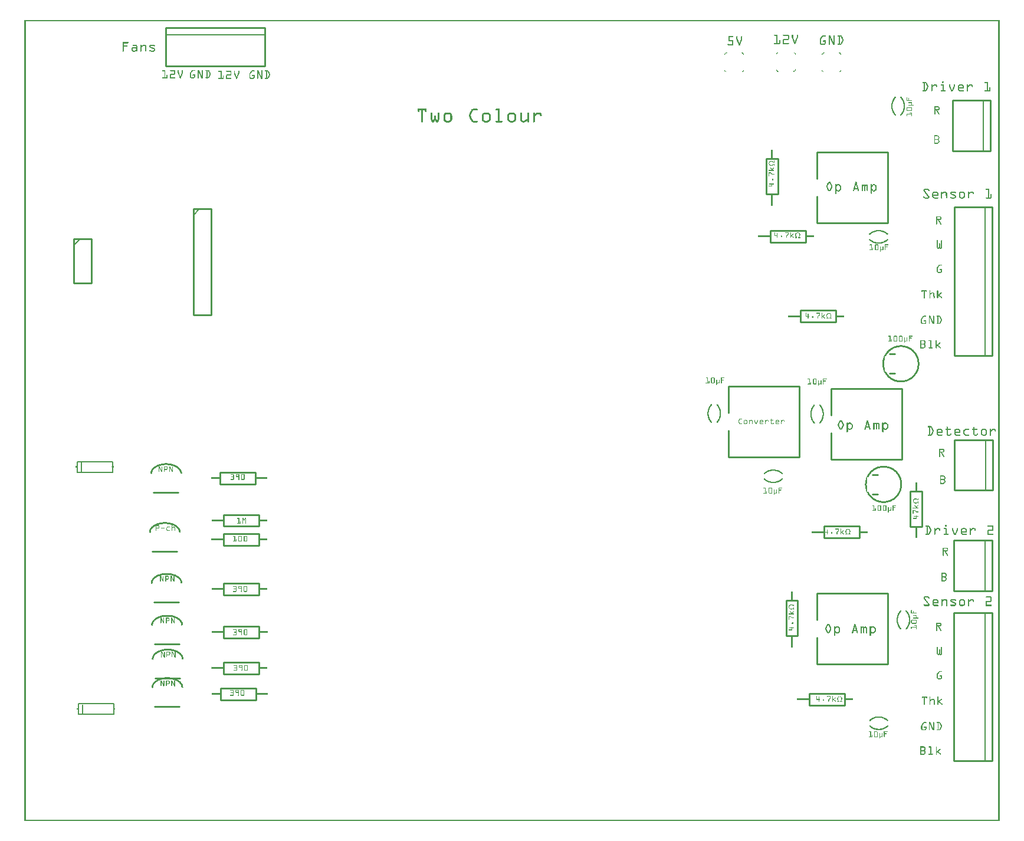
<source format=gto>
G04 MADE WITH FRITZING*
G04 WWW.FRITZING.ORG*
G04 DOUBLE SIDED*
G04 HOLES PLATED*
G04 CONTOUR ON CENTER OF CONTOUR VECTOR*
%ASAXBY*%
%FSLAX23Y23*%
%MOIN*%
%OFA0B0*%
%SFA1.0B1.0*%
%ADD10C,0.010000*%
%ADD11C,0.005000*%
%ADD12C,0.008000*%
%ADD13C,0.011000*%
%ADD14R,0.001000X0.001000*%
%LNSILK1*%
G90*
G70*
G54D10*
X4517Y1667D02*
X4717Y1667D01*
D02*
X4717Y1667D02*
X4717Y1601D01*
D02*
X4717Y1601D02*
X4517Y1601D01*
D02*
X4517Y1601D02*
X4517Y1667D01*
D02*
X4477Y888D02*
X4877Y888D01*
D02*
X4877Y888D02*
X4877Y1288D01*
D02*
X4877Y1288D02*
X4477Y1288D01*
D02*
X4477Y888D02*
X4477Y1038D01*
D02*
X4477Y1138D02*
X4477Y1288D01*
D02*
X4479Y3380D02*
X4879Y3380D01*
D02*
X4879Y3380D02*
X4879Y3780D01*
D02*
X4879Y3780D02*
X4479Y3780D01*
D02*
X4479Y3380D02*
X4479Y3530D01*
D02*
X4479Y3630D02*
X4479Y3780D01*
D02*
X4557Y2044D02*
X4957Y2044D01*
D02*
X4957Y2044D02*
X4957Y2444D01*
D02*
X4957Y2444D02*
X4557Y2444D01*
D02*
X4557Y2044D02*
X4557Y2194D01*
D02*
X4557Y2294D02*
X4557Y2444D01*
D02*
X3979Y2057D02*
X4379Y2057D01*
D02*
X4379Y2057D02*
X4379Y2457D01*
D02*
X4379Y2457D02*
X3979Y2457D01*
D02*
X3979Y2057D02*
X3979Y2207D01*
D02*
X3979Y2307D02*
X3979Y2457D01*
D02*
X4304Y1048D02*
X4304Y1248D01*
D02*
X4304Y1248D02*
X4370Y1248D01*
D02*
X4370Y1248D02*
X4370Y1048D01*
D02*
X4370Y1048D02*
X4304Y1048D01*
D02*
X4385Y2887D02*
X4585Y2887D01*
D02*
X4585Y2887D02*
X4585Y2821D01*
D02*
X4585Y2821D02*
X4385Y2821D01*
D02*
X4385Y2821D02*
X4385Y2887D01*
D02*
X5006Y1666D02*
X5006Y1866D01*
D02*
X5006Y1866D02*
X5072Y1866D01*
D02*
X5072Y1866D02*
X5072Y1666D01*
D02*
X5072Y1666D02*
X5006Y1666D01*
D02*
X4214Y3338D02*
X4414Y3338D01*
D02*
X4414Y3338D02*
X4414Y3272D01*
D02*
X4414Y3272D02*
X4214Y3272D01*
D02*
X4214Y3272D02*
X4214Y3338D01*
D02*
X4435Y721D02*
X4635Y721D01*
D02*
X4635Y721D02*
X4635Y655D01*
D02*
X4635Y655D02*
X4435Y655D01*
D02*
X4435Y655D02*
X4435Y721D01*
D02*
X4191Y3545D02*
X4191Y3745D01*
D02*
X4191Y3745D02*
X4257Y3745D01*
D02*
X4257Y3745D02*
X4257Y3545D01*
D02*
X4257Y3545D02*
X4191Y3545D01*
D02*
X280Y3291D02*
X280Y3041D01*
D02*
X280Y3041D02*
X380Y3041D01*
D02*
X380Y3041D02*
X380Y3291D01*
D02*
X380Y3291D02*
X280Y3291D01*
G54D11*
D02*
X280Y3256D02*
X315Y3291D01*
G54D10*
D02*
X954Y3460D02*
X954Y2860D01*
D02*
X954Y2860D02*
X1054Y2860D01*
D02*
X1054Y2860D02*
X1054Y3460D01*
D02*
X1054Y3460D02*
X954Y3460D01*
G54D11*
D02*
X954Y3425D02*
X989Y3460D01*
G54D10*
D02*
X1125Y1345D02*
X1325Y1345D01*
D02*
X1325Y1345D02*
X1325Y1279D01*
D02*
X1325Y1279D02*
X1125Y1279D01*
D02*
X1125Y1279D02*
X1125Y1345D01*
D02*
X1126Y1101D02*
X1326Y1101D01*
D02*
X1326Y1101D02*
X1326Y1035D01*
D02*
X1326Y1035D02*
X1126Y1035D01*
D02*
X1126Y1035D02*
X1126Y1101D01*
D02*
X1125Y1625D02*
X1325Y1625D01*
D02*
X1325Y1625D02*
X1325Y1559D01*
D02*
X1325Y1559D02*
X1125Y1559D01*
D02*
X1125Y1559D02*
X1125Y1625D01*
D02*
X1125Y1733D02*
X1325Y1733D01*
D02*
X1325Y1733D02*
X1325Y1667D01*
D02*
X1325Y1667D02*
X1125Y1667D01*
D02*
X1125Y1667D02*
X1125Y1733D01*
D02*
X1125Y899D02*
X1325Y899D01*
D02*
X1325Y899D02*
X1325Y833D01*
D02*
X1325Y833D02*
X1125Y833D01*
D02*
X1125Y833D02*
X1125Y899D01*
D02*
X1306Y1906D02*
X1106Y1906D01*
D02*
X1106Y1906D02*
X1106Y1972D01*
D02*
X1106Y1972D02*
X1306Y1972D01*
D02*
X1306Y1972D02*
X1306Y1906D01*
D02*
X1307Y684D02*
X1107Y684D01*
D02*
X1107Y684D02*
X1107Y750D01*
D02*
X1107Y750D02*
X1307Y750D01*
D02*
X1307Y750D02*
X1307Y684D01*
G54D12*
D02*
X497Y1972D02*
X297Y1972D01*
D02*
X297Y1972D02*
X297Y2002D01*
D02*
X297Y2002D02*
X297Y2032D01*
D02*
X297Y2032D02*
X497Y2032D01*
D02*
X497Y2032D02*
X497Y2002D01*
D02*
X497Y2002D02*
X497Y1972D01*
D02*
X322Y1977D02*
X322Y2027D01*
D02*
X505Y604D02*
X305Y604D01*
D02*
X305Y604D02*
X305Y634D01*
D02*
X305Y634D02*
X305Y664D01*
D02*
X305Y664D02*
X505Y664D01*
D02*
X505Y664D02*
X505Y634D01*
D02*
X505Y634D02*
X505Y604D01*
D02*
X330Y609D02*
X330Y659D01*
G54D10*
D02*
X871Y1238D02*
X731Y1238D01*
D02*
X874Y1002D02*
X734Y1002D01*
D02*
X878Y809D02*
X738Y809D01*
D02*
X862Y1526D02*
X722Y1526D01*
D02*
X876Y649D02*
X736Y649D01*
D02*
X869Y1858D02*
X729Y1858D01*
D02*
X5251Y1177D02*
X5251Y340D01*
D02*
X5251Y340D02*
X5467Y340D01*
D02*
X5467Y340D02*
X5467Y1177D01*
D02*
X5467Y1177D02*
X5251Y1177D01*
G54D11*
D02*
X5427Y340D02*
X5427Y1177D01*
G54D10*
D02*
X5254Y3470D02*
X5254Y2633D01*
D02*
X5254Y2633D02*
X5470Y2633D01*
D02*
X5470Y2633D02*
X5470Y3470D01*
D02*
X5470Y3470D02*
X5254Y3470D01*
G54D11*
D02*
X5430Y2633D02*
X5430Y3470D01*
G54D10*
D02*
X5255Y2156D02*
X5255Y1871D01*
D02*
X5255Y1871D02*
X5471Y1871D01*
D02*
X5471Y1871D02*
X5471Y2156D01*
D02*
X5471Y2156D02*
X5255Y2156D01*
G54D11*
D02*
X5431Y1871D02*
X5431Y2156D01*
G54D10*
D02*
X5252Y1589D02*
X5252Y1303D01*
D02*
X5252Y1303D02*
X5468Y1303D01*
D02*
X5468Y1303D02*
X5468Y1589D01*
D02*
X5468Y1589D02*
X5252Y1589D01*
G54D11*
D02*
X5428Y1303D02*
X5428Y1589D01*
G54D10*
D02*
X5244Y4075D02*
X5244Y3789D01*
D02*
X5244Y3789D02*
X5460Y3789D01*
D02*
X5460Y3789D02*
X5460Y4075D01*
D02*
X5460Y4075D02*
X5244Y4075D01*
G54D11*
D02*
X5420Y3789D02*
X5420Y4075D01*
G54D10*
D02*
X798Y4268D02*
X1359Y4268D01*
D02*
X1359Y4268D02*
X1359Y4484D01*
D02*
X1359Y4484D02*
X798Y4484D01*
D02*
X798Y4484D02*
X798Y4268D01*
G54D11*
D02*
X1359Y4444D02*
X798Y4444D01*
G54D13*
X4791Y1959D02*
X4821Y1959D01*
D02*
X4791Y1849D02*
X4821Y1849D01*
D02*
X4888Y2640D02*
X4918Y2640D01*
D02*
X4888Y2530D02*
X4918Y2530D01*
D02*
G54D14*
X0Y4528D02*
X5510Y4528D01*
X0Y4527D02*
X5510Y4527D01*
X0Y4526D02*
X5510Y4526D01*
X0Y4525D02*
X5510Y4525D01*
X0Y4524D02*
X5510Y4524D01*
X0Y4523D02*
X5510Y4523D01*
X0Y4522D02*
X5510Y4522D01*
X0Y4521D02*
X5510Y4521D01*
X0Y4520D02*
X7Y4520D01*
X5503Y4520D02*
X5510Y4520D01*
X0Y4519D02*
X7Y4519D01*
X5503Y4519D02*
X5510Y4519D01*
X0Y4518D02*
X7Y4518D01*
X5503Y4518D02*
X5510Y4518D01*
X0Y4517D02*
X7Y4517D01*
X5503Y4517D02*
X5510Y4517D01*
X0Y4516D02*
X7Y4516D01*
X5503Y4516D02*
X5510Y4516D01*
X0Y4515D02*
X7Y4515D01*
X5503Y4515D02*
X5510Y4515D01*
X0Y4514D02*
X7Y4514D01*
X5503Y4514D02*
X5510Y4514D01*
X0Y4513D02*
X7Y4513D01*
X5503Y4513D02*
X5510Y4513D01*
X0Y4512D02*
X7Y4512D01*
X5503Y4512D02*
X5510Y4512D01*
X0Y4511D02*
X7Y4511D01*
X5503Y4511D02*
X5510Y4511D01*
X0Y4510D02*
X7Y4510D01*
X5503Y4510D02*
X5510Y4510D01*
X0Y4509D02*
X7Y4509D01*
X5503Y4509D02*
X5510Y4509D01*
X0Y4508D02*
X7Y4508D01*
X5503Y4508D02*
X5510Y4508D01*
X0Y4507D02*
X7Y4507D01*
X5503Y4507D02*
X5510Y4507D01*
X0Y4506D02*
X7Y4506D01*
X5503Y4506D02*
X5510Y4506D01*
X0Y4505D02*
X7Y4505D01*
X5503Y4505D02*
X5510Y4505D01*
X0Y4504D02*
X7Y4504D01*
X5503Y4504D02*
X5510Y4504D01*
X0Y4503D02*
X7Y4503D01*
X5503Y4503D02*
X5510Y4503D01*
X0Y4502D02*
X7Y4502D01*
X5503Y4502D02*
X5510Y4502D01*
X0Y4501D02*
X7Y4501D01*
X5503Y4501D02*
X5510Y4501D01*
X0Y4500D02*
X7Y4500D01*
X5503Y4500D02*
X5510Y4500D01*
X0Y4499D02*
X7Y4499D01*
X5503Y4499D02*
X5510Y4499D01*
X0Y4498D02*
X7Y4498D01*
X5503Y4498D02*
X5510Y4498D01*
X0Y4497D02*
X7Y4497D01*
X5503Y4497D02*
X5510Y4497D01*
X0Y4496D02*
X7Y4496D01*
X5503Y4496D02*
X5510Y4496D01*
X0Y4495D02*
X7Y4495D01*
X5503Y4495D02*
X5510Y4495D01*
X0Y4494D02*
X7Y4494D01*
X5503Y4494D02*
X5510Y4494D01*
X0Y4493D02*
X7Y4493D01*
X5503Y4493D02*
X5510Y4493D01*
X0Y4492D02*
X7Y4492D01*
X5503Y4492D02*
X5510Y4492D01*
X0Y4491D02*
X7Y4491D01*
X5503Y4491D02*
X5510Y4491D01*
X0Y4490D02*
X7Y4490D01*
X5503Y4490D02*
X5510Y4490D01*
X0Y4489D02*
X7Y4489D01*
X5503Y4489D02*
X5510Y4489D01*
X0Y4488D02*
X7Y4488D01*
X5503Y4488D02*
X5510Y4488D01*
X0Y4487D02*
X7Y4487D01*
X5503Y4487D02*
X5510Y4487D01*
X0Y4486D02*
X7Y4486D01*
X5503Y4486D02*
X5510Y4486D01*
X0Y4485D02*
X7Y4485D01*
X5503Y4485D02*
X5510Y4485D01*
X0Y4484D02*
X7Y4484D01*
X5503Y4484D02*
X5510Y4484D01*
X0Y4483D02*
X7Y4483D01*
X5503Y4483D02*
X5510Y4483D01*
X0Y4482D02*
X7Y4482D01*
X5503Y4482D02*
X5510Y4482D01*
X0Y4481D02*
X7Y4481D01*
X5503Y4481D02*
X5510Y4481D01*
X0Y4480D02*
X7Y4480D01*
X5503Y4480D02*
X5510Y4480D01*
X0Y4479D02*
X7Y4479D01*
X5503Y4479D02*
X5510Y4479D01*
X0Y4478D02*
X7Y4478D01*
X5503Y4478D02*
X5510Y4478D01*
X0Y4477D02*
X7Y4477D01*
X5503Y4477D02*
X5510Y4477D01*
X0Y4476D02*
X7Y4476D01*
X5503Y4476D02*
X5510Y4476D01*
X0Y4475D02*
X7Y4475D01*
X5503Y4475D02*
X5510Y4475D01*
X0Y4474D02*
X7Y4474D01*
X5503Y4474D02*
X5510Y4474D01*
X0Y4473D02*
X7Y4473D01*
X5503Y4473D02*
X5510Y4473D01*
X0Y4472D02*
X7Y4472D01*
X5503Y4472D02*
X5510Y4472D01*
X0Y4471D02*
X7Y4471D01*
X5503Y4471D02*
X5510Y4471D01*
X0Y4470D02*
X7Y4470D01*
X5503Y4470D02*
X5510Y4470D01*
X0Y4469D02*
X7Y4469D01*
X5503Y4469D02*
X5510Y4469D01*
X0Y4468D02*
X7Y4468D01*
X5503Y4468D02*
X5510Y4468D01*
X0Y4467D02*
X7Y4467D01*
X5503Y4467D02*
X5510Y4467D01*
X0Y4466D02*
X7Y4466D01*
X5503Y4466D02*
X5510Y4466D01*
X0Y4465D02*
X7Y4465D01*
X5503Y4465D02*
X5510Y4465D01*
X0Y4464D02*
X7Y4464D01*
X5503Y4464D02*
X5510Y4464D01*
X0Y4463D02*
X7Y4463D01*
X5503Y4463D02*
X5510Y4463D01*
X0Y4462D02*
X7Y4462D01*
X5503Y4462D02*
X5510Y4462D01*
X0Y4461D02*
X7Y4461D01*
X5503Y4461D02*
X5510Y4461D01*
X0Y4460D02*
X7Y4460D01*
X5503Y4460D02*
X5510Y4460D01*
X0Y4459D02*
X7Y4459D01*
X5503Y4459D02*
X5510Y4459D01*
X0Y4458D02*
X7Y4458D01*
X5503Y4458D02*
X5510Y4458D01*
X0Y4457D02*
X7Y4457D01*
X5503Y4457D02*
X5510Y4457D01*
X0Y4456D02*
X7Y4456D01*
X5503Y4456D02*
X5510Y4456D01*
X0Y4455D02*
X7Y4455D01*
X5503Y4455D02*
X5510Y4455D01*
X0Y4454D02*
X7Y4454D01*
X5503Y4454D02*
X5510Y4454D01*
X0Y4453D02*
X7Y4453D01*
X5503Y4453D02*
X5510Y4453D01*
X0Y4452D02*
X7Y4452D01*
X5503Y4452D02*
X5510Y4452D01*
X0Y4451D02*
X7Y4451D01*
X5503Y4451D02*
X5510Y4451D01*
X0Y4450D02*
X7Y4450D01*
X5503Y4450D02*
X5510Y4450D01*
X0Y4449D02*
X7Y4449D01*
X5503Y4449D02*
X5510Y4449D01*
X0Y4448D02*
X7Y4448D01*
X5503Y4448D02*
X5510Y4448D01*
X0Y4447D02*
X7Y4447D01*
X5503Y4447D02*
X5510Y4447D01*
X0Y4446D02*
X7Y4446D01*
X4239Y4446D02*
X4256Y4446D01*
X4289Y4446D02*
X4315Y4446D01*
X4339Y4446D02*
X4340Y4446D01*
X4367Y4446D02*
X4368Y4446D01*
X5503Y4446D02*
X5510Y4446D01*
X0Y4445D02*
X7Y4445D01*
X4237Y4445D02*
X4256Y4445D01*
X4287Y4445D02*
X4317Y4445D01*
X4338Y4445D02*
X4342Y4445D01*
X4365Y4445D02*
X4369Y4445D01*
X5503Y4445D02*
X5510Y4445D01*
X0Y4444D02*
X7Y4444D01*
X4237Y4444D02*
X4256Y4444D01*
X4287Y4444D02*
X4318Y4444D01*
X4337Y4444D02*
X4342Y4444D01*
X4364Y4444D02*
X4370Y4444D01*
X5503Y4444D02*
X5510Y4444D01*
X0Y4443D02*
X7Y4443D01*
X4236Y4443D02*
X4256Y4443D01*
X4286Y4443D02*
X4319Y4443D01*
X4337Y4443D02*
X4343Y4443D01*
X4364Y4443D02*
X4370Y4443D01*
X5503Y4443D02*
X5510Y4443D01*
X0Y4442D02*
X7Y4442D01*
X4236Y4442D02*
X4256Y4442D01*
X4287Y4442D02*
X4319Y4442D01*
X4337Y4442D02*
X4343Y4442D01*
X4364Y4442D02*
X4370Y4442D01*
X4512Y4442D02*
X4526Y4442D01*
X4544Y4442D02*
X4553Y4442D01*
X4574Y4442D02*
X4576Y4442D01*
X4596Y4442D02*
X4613Y4442D01*
X5503Y4442D02*
X5510Y4442D01*
X0Y4441D02*
X7Y4441D01*
X4237Y4441D02*
X4256Y4441D01*
X4287Y4441D02*
X4320Y4441D01*
X4337Y4441D02*
X4343Y4441D01*
X4364Y4441D02*
X4370Y4441D01*
X4510Y4441D02*
X4527Y4441D01*
X4544Y4441D02*
X4553Y4441D01*
X4573Y4441D02*
X4577Y4441D01*
X4595Y4441D02*
X4615Y4441D01*
X5503Y4441D02*
X5510Y4441D01*
X0Y4440D02*
X7Y4440D01*
X4238Y4440D02*
X4256Y4440D01*
X4288Y4440D02*
X4320Y4440D01*
X4337Y4440D02*
X4343Y4440D01*
X4364Y4440D02*
X4370Y4440D01*
X4508Y4440D02*
X4528Y4440D01*
X4544Y4440D02*
X4554Y4440D01*
X4572Y4440D02*
X4578Y4440D01*
X4595Y4440D02*
X4617Y4440D01*
X5503Y4440D02*
X5510Y4440D01*
X0Y4439D02*
X7Y4439D01*
X4250Y4439D02*
X4256Y4439D01*
X4314Y4439D02*
X4320Y4439D01*
X4337Y4439D02*
X4343Y4439D01*
X4364Y4439D02*
X4370Y4439D01*
X4507Y4439D02*
X4528Y4439D01*
X4544Y4439D02*
X4554Y4439D01*
X4572Y4439D02*
X4578Y4439D01*
X4595Y4439D02*
X4618Y4439D01*
X5503Y4439D02*
X5510Y4439D01*
X0Y4438D02*
X7Y4438D01*
X4250Y4438D02*
X4256Y4438D01*
X4314Y4438D02*
X4320Y4438D01*
X4337Y4438D02*
X4343Y4438D01*
X4364Y4438D02*
X4370Y4438D01*
X4506Y4438D02*
X4528Y4438D01*
X4544Y4438D02*
X4555Y4438D01*
X4572Y4438D02*
X4578Y4438D01*
X4595Y4438D02*
X4618Y4438D01*
X5503Y4438D02*
X5510Y4438D01*
X0Y4437D02*
X7Y4437D01*
X3979Y4437D02*
X4005Y4437D01*
X4024Y4437D02*
X4027Y4437D01*
X4052Y4437D02*
X4055Y4437D01*
X4250Y4437D02*
X4256Y4437D01*
X4314Y4437D02*
X4320Y4437D01*
X4337Y4437D02*
X4343Y4437D01*
X4364Y4437D02*
X4370Y4437D01*
X4505Y4437D02*
X4527Y4437D01*
X4544Y4437D02*
X4555Y4437D01*
X4572Y4437D02*
X4578Y4437D01*
X4595Y4437D02*
X4619Y4437D01*
X5503Y4437D02*
X5510Y4437D01*
X0Y4436D02*
X7Y4436D01*
X3979Y4436D02*
X4006Y4436D01*
X4023Y4436D02*
X4028Y4436D01*
X4051Y4436D02*
X4056Y4436D01*
X4250Y4436D02*
X4256Y4436D01*
X4314Y4436D02*
X4320Y4436D01*
X4337Y4436D02*
X4343Y4436D01*
X4364Y4436D02*
X4370Y4436D01*
X4505Y4436D02*
X4526Y4436D01*
X4544Y4436D02*
X4556Y4436D01*
X4572Y4436D02*
X4578Y4436D01*
X4596Y4436D02*
X4620Y4436D01*
X5503Y4436D02*
X5510Y4436D01*
X0Y4435D02*
X7Y4435D01*
X3979Y4435D02*
X4006Y4435D01*
X4023Y4435D02*
X4029Y4435D01*
X4050Y4435D02*
X4056Y4435D01*
X4250Y4435D02*
X4256Y4435D01*
X4314Y4435D02*
X4320Y4435D01*
X4337Y4435D02*
X4343Y4435D01*
X4364Y4435D02*
X4370Y4435D01*
X4504Y4435D02*
X4512Y4435D01*
X4544Y4435D02*
X4556Y4435D01*
X4572Y4435D02*
X4578Y4435D01*
X4601Y4435D02*
X4608Y4435D01*
X4613Y4435D02*
X4620Y4435D01*
X5503Y4435D02*
X5510Y4435D01*
X0Y4434D02*
X7Y4434D01*
X3979Y4434D02*
X4006Y4434D01*
X4023Y4434D02*
X4029Y4434D01*
X4050Y4434D02*
X4056Y4434D01*
X4250Y4434D02*
X4256Y4434D01*
X4314Y4434D02*
X4320Y4434D01*
X4337Y4434D02*
X4343Y4434D01*
X4364Y4434D02*
X4370Y4434D01*
X4503Y4434D02*
X4511Y4434D01*
X4544Y4434D02*
X4556Y4434D01*
X4572Y4434D02*
X4578Y4434D01*
X4602Y4434D02*
X4608Y4434D01*
X4614Y4434D02*
X4621Y4434D01*
X5503Y4434D02*
X5510Y4434D01*
X0Y4433D02*
X7Y4433D01*
X3979Y4433D02*
X4006Y4433D01*
X4023Y4433D02*
X4029Y4433D01*
X4050Y4433D02*
X4056Y4433D01*
X4250Y4433D02*
X4256Y4433D01*
X4314Y4433D02*
X4320Y4433D01*
X4337Y4433D02*
X4343Y4433D01*
X4364Y4433D02*
X4370Y4433D01*
X4502Y4433D02*
X4510Y4433D01*
X4544Y4433D02*
X4557Y4433D01*
X4572Y4433D02*
X4578Y4433D01*
X4602Y4433D02*
X4608Y4433D01*
X4614Y4433D02*
X4621Y4433D01*
X5503Y4433D02*
X5510Y4433D01*
X0Y4432D02*
X7Y4432D01*
X3979Y4432D02*
X4005Y4432D01*
X4023Y4432D02*
X4029Y4432D01*
X4050Y4432D02*
X4056Y4432D01*
X4250Y4432D02*
X4256Y4432D01*
X4314Y4432D02*
X4320Y4432D01*
X4337Y4432D02*
X4343Y4432D01*
X4364Y4432D02*
X4370Y4432D01*
X4502Y4432D02*
X4510Y4432D01*
X4544Y4432D02*
X4557Y4432D01*
X4572Y4432D02*
X4578Y4432D01*
X4602Y4432D02*
X4608Y4432D01*
X4615Y4432D02*
X4622Y4432D01*
X5503Y4432D02*
X5510Y4432D01*
X0Y4431D02*
X7Y4431D01*
X3979Y4431D02*
X4004Y4431D01*
X4023Y4431D02*
X4029Y4431D01*
X4050Y4431D02*
X4056Y4431D01*
X4250Y4431D02*
X4256Y4431D01*
X4314Y4431D02*
X4320Y4431D01*
X4337Y4431D02*
X4343Y4431D01*
X4364Y4431D02*
X4370Y4431D01*
X4501Y4431D02*
X4509Y4431D01*
X4544Y4431D02*
X4558Y4431D01*
X4572Y4431D02*
X4578Y4431D01*
X4602Y4431D02*
X4608Y4431D01*
X4615Y4431D02*
X4622Y4431D01*
X5503Y4431D02*
X5510Y4431D01*
X0Y4430D02*
X7Y4430D01*
X3979Y4430D02*
X3985Y4430D01*
X4023Y4430D02*
X4029Y4430D01*
X4050Y4430D02*
X4056Y4430D01*
X4250Y4430D02*
X4256Y4430D01*
X4314Y4430D02*
X4320Y4430D01*
X4337Y4430D02*
X4343Y4430D01*
X4364Y4430D02*
X4370Y4430D01*
X4500Y4430D02*
X4508Y4430D01*
X4544Y4430D02*
X4558Y4430D01*
X4572Y4430D02*
X4578Y4430D01*
X4602Y4430D02*
X4608Y4430D01*
X4616Y4430D02*
X4623Y4430D01*
X5503Y4430D02*
X5510Y4430D01*
X0Y4429D02*
X7Y4429D01*
X3979Y4429D02*
X3985Y4429D01*
X4023Y4429D02*
X4029Y4429D01*
X4050Y4429D02*
X4056Y4429D01*
X4250Y4429D02*
X4256Y4429D01*
X4314Y4429D02*
X4320Y4429D01*
X4337Y4429D02*
X4344Y4429D01*
X4363Y4429D02*
X4370Y4429D01*
X4499Y4429D02*
X4507Y4429D01*
X4544Y4429D02*
X4559Y4429D01*
X4572Y4429D02*
X4578Y4429D01*
X4602Y4429D02*
X4608Y4429D01*
X4616Y4429D02*
X4623Y4429D01*
X5503Y4429D02*
X5510Y4429D01*
X0Y4428D02*
X7Y4428D01*
X3979Y4428D02*
X3985Y4428D01*
X4023Y4428D02*
X4029Y4428D01*
X4050Y4428D02*
X4056Y4428D01*
X4250Y4428D02*
X4256Y4428D01*
X4314Y4428D02*
X4320Y4428D01*
X4337Y4428D02*
X4344Y4428D01*
X4363Y4428D02*
X4369Y4428D01*
X4499Y4428D02*
X4506Y4428D01*
X4544Y4428D02*
X4550Y4428D01*
X4552Y4428D02*
X4559Y4428D01*
X4572Y4428D02*
X4578Y4428D01*
X4602Y4428D02*
X4608Y4428D01*
X4617Y4428D02*
X4624Y4428D01*
X5503Y4428D02*
X5510Y4428D01*
X0Y4427D02*
X7Y4427D01*
X3979Y4427D02*
X3985Y4427D01*
X4023Y4427D02*
X4029Y4427D01*
X4050Y4427D02*
X4056Y4427D01*
X4250Y4427D02*
X4256Y4427D01*
X4314Y4427D02*
X4320Y4427D01*
X4338Y4427D02*
X4344Y4427D01*
X4362Y4427D02*
X4369Y4427D01*
X4498Y4427D02*
X4506Y4427D01*
X4544Y4427D02*
X4550Y4427D01*
X4553Y4427D02*
X4559Y4427D01*
X4572Y4427D02*
X4578Y4427D01*
X4602Y4427D02*
X4608Y4427D01*
X4617Y4427D02*
X4624Y4427D01*
X5503Y4427D02*
X5510Y4427D01*
X0Y4426D02*
X7Y4426D01*
X3979Y4426D02*
X3985Y4426D01*
X4023Y4426D02*
X4029Y4426D01*
X4050Y4426D02*
X4056Y4426D01*
X4250Y4426D02*
X4256Y4426D01*
X4314Y4426D02*
X4320Y4426D01*
X4338Y4426D02*
X4345Y4426D01*
X4362Y4426D02*
X4369Y4426D01*
X4497Y4426D02*
X4505Y4426D01*
X4544Y4426D02*
X4550Y4426D01*
X4553Y4426D02*
X4560Y4426D01*
X4572Y4426D02*
X4578Y4426D01*
X4602Y4426D02*
X4608Y4426D01*
X4618Y4426D02*
X4625Y4426D01*
X5503Y4426D02*
X5510Y4426D01*
X0Y4425D02*
X7Y4425D01*
X3979Y4425D02*
X3985Y4425D01*
X4023Y4425D02*
X4029Y4425D01*
X4050Y4425D02*
X4056Y4425D01*
X4250Y4425D02*
X4256Y4425D01*
X4314Y4425D02*
X4320Y4425D01*
X4339Y4425D02*
X4345Y4425D01*
X4362Y4425D02*
X4368Y4425D01*
X4496Y4425D02*
X4504Y4425D01*
X4544Y4425D02*
X4550Y4425D01*
X4554Y4425D02*
X4560Y4425D01*
X4572Y4425D02*
X4578Y4425D01*
X4602Y4425D02*
X4608Y4425D01*
X4618Y4425D02*
X4625Y4425D01*
X5503Y4425D02*
X5510Y4425D01*
X0Y4424D02*
X7Y4424D01*
X3979Y4424D02*
X3985Y4424D01*
X4023Y4424D02*
X4029Y4424D01*
X4050Y4424D02*
X4056Y4424D01*
X4250Y4424D02*
X4256Y4424D01*
X4314Y4424D02*
X4320Y4424D01*
X4339Y4424D02*
X4346Y4424D01*
X4361Y4424D02*
X4368Y4424D01*
X4496Y4424D02*
X4503Y4424D01*
X4544Y4424D02*
X4550Y4424D01*
X4554Y4424D02*
X4561Y4424D01*
X4572Y4424D02*
X4578Y4424D01*
X4602Y4424D02*
X4608Y4424D01*
X4619Y4424D02*
X4626Y4424D01*
X5503Y4424D02*
X5510Y4424D01*
X0Y4423D02*
X7Y4423D01*
X3979Y4423D02*
X3985Y4423D01*
X4023Y4423D02*
X4029Y4423D01*
X4050Y4423D02*
X4056Y4423D01*
X4250Y4423D02*
X4256Y4423D01*
X4314Y4423D02*
X4320Y4423D01*
X4339Y4423D02*
X4346Y4423D01*
X4361Y4423D02*
X4367Y4423D01*
X4495Y4423D02*
X4503Y4423D01*
X4544Y4423D02*
X4550Y4423D01*
X4555Y4423D02*
X4561Y4423D01*
X4572Y4423D02*
X4578Y4423D01*
X4602Y4423D02*
X4608Y4423D01*
X4619Y4423D02*
X4626Y4423D01*
X5503Y4423D02*
X5510Y4423D01*
X0Y4422D02*
X7Y4422D01*
X3979Y4422D02*
X3985Y4422D01*
X4023Y4422D02*
X4029Y4422D01*
X4050Y4422D02*
X4056Y4422D01*
X4250Y4422D02*
X4256Y4422D01*
X4291Y4422D02*
X4320Y4422D01*
X4340Y4422D02*
X4346Y4422D01*
X4360Y4422D02*
X4367Y4422D01*
X4495Y4422D02*
X4502Y4422D01*
X4544Y4422D02*
X4550Y4422D01*
X4555Y4422D02*
X4562Y4422D01*
X4572Y4422D02*
X4578Y4422D01*
X4602Y4422D02*
X4608Y4422D01*
X4620Y4422D02*
X4627Y4422D01*
X5503Y4422D02*
X5510Y4422D01*
X0Y4421D02*
X7Y4421D01*
X3979Y4421D02*
X3985Y4421D01*
X4023Y4421D02*
X4030Y4421D01*
X4050Y4421D02*
X4056Y4421D01*
X4250Y4421D02*
X4256Y4421D01*
X4289Y4421D02*
X4320Y4421D01*
X4340Y4421D02*
X4347Y4421D01*
X4360Y4421D02*
X4367Y4421D01*
X4495Y4421D02*
X4501Y4421D01*
X4544Y4421D02*
X4550Y4421D01*
X4555Y4421D02*
X4562Y4421D01*
X4572Y4421D02*
X4578Y4421D01*
X4602Y4421D02*
X4608Y4421D01*
X4620Y4421D02*
X4627Y4421D01*
X5503Y4421D02*
X5510Y4421D01*
X0Y4420D02*
X7Y4420D01*
X3979Y4420D02*
X3985Y4420D01*
X4023Y4420D02*
X4030Y4420D01*
X4049Y4420D02*
X4056Y4420D01*
X4250Y4420D02*
X4256Y4420D01*
X4288Y4420D02*
X4319Y4420D01*
X4341Y4420D02*
X4347Y4420D01*
X4360Y4420D02*
X4366Y4420D01*
X4494Y4420D02*
X4501Y4420D01*
X4544Y4420D02*
X4550Y4420D01*
X4556Y4420D02*
X4563Y4420D01*
X4572Y4420D02*
X4578Y4420D01*
X4602Y4420D02*
X4608Y4420D01*
X4621Y4420D02*
X4627Y4420D01*
X5503Y4420D02*
X5510Y4420D01*
X0Y4419D02*
X7Y4419D01*
X3979Y4419D02*
X3985Y4419D01*
X4024Y4419D02*
X4030Y4419D01*
X4049Y4419D02*
X4055Y4419D01*
X4250Y4419D02*
X4256Y4419D01*
X4287Y4419D02*
X4319Y4419D01*
X4341Y4419D02*
X4348Y4419D01*
X4359Y4419D02*
X4366Y4419D01*
X4494Y4419D02*
X4500Y4419D01*
X4544Y4419D02*
X4550Y4419D01*
X4556Y4419D02*
X4563Y4419D01*
X4572Y4419D02*
X4578Y4419D01*
X4602Y4419D02*
X4608Y4419D01*
X4621Y4419D02*
X4628Y4419D01*
X5503Y4419D02*
X5510Y4419D01*
X0Y4418D02*
X7Y4418D01*
X3979Y4418D02*
X3985Y4418D01*
X4024Y4418D02*
X4031Y4418D01*
X4048Y4418D02*
X4055Y4418D01*
X4250Y4418D02*
X4256Y4418D01*
X4287Y4418D02*
X4318Y4418D01*
X4341Y4418D02*
X4348Y4418D01*
X4359Y4418D02*
X4365Y4418D01*
X4494Y4418D02*
X4500Y4418D01*
X4544Y4418D02*
X4550Y4418D01*
X4557Y4418D02*
X4563Y4418D01*
X4572Y4418D02*
X4578Y4418D01*
X4602Y4418D02*
X4608Y4418D01*
X4622Y4418D02*
X4628Y4418D01*
X5503Y4418D02*
X5510Y4418D01*
X0Y4417D02*
X7Y4417D01*
X3979Y4417D02*
X3985Y4417D01*
X4025Y4417D02*
X4031Y4417D01*
X4048Y4417D02*
X4054Y4417D01*
X4250Y4417D02*
X4256Y4417D01*
X4287Y4417D02*
X4317Y4417D01*
X4342Y4417D02*
X4348Y4417D01*
X4358Y4417D02*
X4365Y4417D01*
X4494Y4417D02*
X4500Y4417D01*
X4544Y4417D02*
X4550Y4417D01*
X4557Y4417D02*
X4564Y4417D01*
X4572Y4417D02*
X4578Y4417D01*
X4602Y4417D02*
X4608Y4417D01*
X4622Y4417D02*
X4628Y4417D01*
X5503Y4417D02*
X5510Y4417D01*
X0Y4416D02*
X7Y4416D01*
X3979Y4416D02*
X3985Y4416D01*
X4025Y4416D02*
X4032Y4416D01*
X4048Y4416D02*
X4054Y4416D01*
X4250Y4416D02*
X4256Y4416D01*
X4265Y4416D02*
X4268Y4416D01*
X4286Y4416D02*
X4315Y4416D01*
X4342Y4416D02*
X4349Y4416D01*
X4358Y4416D02*
X4365Y4416D01*
X4494Y4416D02*
X4500Y4416D01*
X4544Y4416D02*
X4550Y4416D01*
X4558Y4416D02*
X4564Y4416D01*
X4572Y4416D02*
X4578Y4416D01*
X4602Y4416D02*
X4608Y4416D01*
X4622Y4416D02*
X4628Y4416D01*
X5503Y4416D02*
X5510Y4416D01*
X0Y4415D02*
X7Y4415D01*
X3979Y4415D02*
X3985Y4415D01*
X4025Y4415D02*
X4032Y4415D01*
X4047Y4415D02*
X4054Y4415D01*
X4250Y4415D02*
X4256Y4415D01*
X4264Y4415D02*
X4269Y4415D01*
X4286Y4415D02*
X4292Y4415D01*
X4343Y4415D02*
X4349Y4415D01*
X4358Y4415D02*
X4364Y4415D01*
X4494Y4415D02*
X4500Y4415D01*
X4544Y4415D02*
X4550Y4415D01*
X4558Y4415D02*
X4565Y4415D01*
X4572Y4415D02*
X4578Y4415D01*
X4602Y4415D02*
X4608Y4415D01*
X4622Y4415D02*
X4628Y4415D01*
X5503Y4415D02*
X5510Y4415D01*
X0Y4414D02*
X7Y4414D01*
X3979Y4414D02*
X4001Y4414D01*
X4026Y4414D02*
X4032Y4414D01*
X4047Y4414D02*
X4053Y4414D01*
X4250Y4414D02*
X4256Y4414D01*
X4264Y4414D02*
X4270Y4414D01*
X4286Y4414D02*
X4292Y4414D01*
X4343Y4414D02*
X4350Y4414D01*
X4357Y4414D02*
X4364Y4414D01*
X4494Y4414D02*
X4500Y4414D01*
X4544Y4414D02*
X4550Y4414D01*
X4558Y4414D02*
X4565Y4414D01*
X4572Y4414D02*
X4578Y4414D01*
X4602Y4414D02*
X4608Y4414D01*
X4622Y4414D02*
X4628Y4414D01*
X5503Y4414D02*
X5510Y4414D01*
X0Y4413D02*
X7Y4413D01*
X3979Y4413D02*
X4003Y4413D01*
X4026Y4413D02*
X4033Y4413D01*
X4046Y4413D02*
X4053Y4413D01*
X4250Y4413D02*
X4256Y4413D01*
X4264Y4413D02*
X4270Y4413D01*
X4286Y4413D02*
X4292Y4413D01*
X4343Y4413D02*
X4350Y4413D01*
X4357Y4413D02*
X4363Y4413D01*
X4494Y4413D02*
X4500Y4413D01*
X4515Y4413D02*
X4527Y4413D01*
X4544Y4413D02*
X4550Y4413D01*
X4559Y4413D02*
X4566Y4413D01*
X4572Y4413D02*
X4578Y4413D01*
X4602Y4413D02*
X4608Y4413D01*
X4622Y4413D02*
X4628Y4413D01*
X5503Y4413D02*
X5510Y4413D01*
X0Y4412D02*
X7Y4412D01*
X3979Y4412D02*
X4004Y4412D01*
X4027Y4412D02*
X4033Y4412D01*
X4046Y4412D02*
X4053Y4412D01*
X4250Y4412D02*
X4256Y4412D01*
X4264Y4412D02*
X4270Y4412D01*
X4286Y4412D02*
X4292Y4412D01*
X4344Y4412D02*
X4350Y4412D01*
X4357Y4412D02*
X4363Y4412D01*
X4494Y4412D02*
X4500Y4412D01*
X4513Y4412D02*
X4528Y4412D01*
X4544Y4412D02*
X4550Y4412D01*
X4559Y4412D02*
X4566Y4412D01*
X4572Y4412D02*
X4578Y4412D01*
X4602Y4412D02*
X4608Y4412D01*
X4621Y4412D02*
X4628Y4412D01*
X5503Y4412D02*
X5510Y4412D01*
X0Y4411D02*
X7Y4411D01*
X3979Y4411D02*
X4005Y4411D01*
X4027Y4411D02*
X4034Y4411D01*
X4046Y4411D02*
X4052Y4411D01*
X4250Y4411D02*
X4256Y4411D01*
X4264Y4411D02*
X4270Y4411D01*
X4286Y4411D02*
X4292Y4411D01*
X4344Y4411D02*
X4351Y4411D01*
X4356Y4411D02*
X4363Y4411D01*
X4494Y4411D02*
X4500Y4411D01*
X4512Y4411D02*
X4528Y4411D01*
X4544Y4411D02*
X4550Y4411D01*
X4560Y4411D02*
X4566Y4411D01*
X4572Y4411D02*
X4578Y4411D01*
X4602Y4411D02*
X4608Y4411D01*
X4621Y4411D02*
X4627Y4411D01*
X5503Y4411D02*
X5510Y4411D01*
X0Y4410D02*
X7Y4410D01*
X3979Y4410D02*
X4006Y4410D01*
X4027Y4410D02*
X4034Y4410D01*
X4045Y4410D02*
X4052Y4410D01*
X4250Y4410D02*
X4256Y4410D01*
X4264Y4410D02*
X4270Y4410D01*
X4286Y4410D02*
X4292Y4410D01*
X4344Y4410D02*
X4351Y4410D01*
X4356Y4410D02*
X4362Y4410D01*
X4494Y4410D02*
X4500Y4410D01*
X4512Y4410D02*
X4528Y4410D01*
X4544Y4410D02*
X4550Y4410D01*
X4560Y4410D02*
X4567Y4410D01*
X4572Y4410D02*
X4578Y4410D01*
X4602Y4410D02*
X4608Y4410D01*
X4621Y4410D02*
X4627Y4410D01*
X5503Y4410D02*
X5510Y4410D01*
X0Y4409D02*
X7Y4409D01*
X3979Y4409D02*
X4006Y4409D01*
X4028Y4409D02*
X4034Y4409D01*
X4045Y4409D02*
X4051Y4409D01*
X4250Y4409D02*
X4256Y4409D01*
X4264Y4409D02*
X4270Y4409D01*
X4286Y4409D02*
X4292Y4409D01*
X4345Y4409D02*
X4351Y4409D01*
X4355Y4409D02*
X4362Y4409D01*
X4494Y4409D02*
X4500Y4409D01*
X4512Y4409D02*
X4528Y4409D01*
X4544Y4409D02*
X4550Y4409D01*
X4561Y4409D02*
X4567Y4409D01*
X4572Y4409D02*
X4578Y4409D01*
X4602Y4409D02*
X4608Y4409D01*
X4620Y4409D02*
X4627Y4409D01*
X5503Y4409D02*
X5510Y4409D01*
X0Y4408D02*
X7Y4408D01*
X3979Y4408D02*
X4006Y4408D01*
X4028Y4408D02*
X4035Y4408D01*
X4044Y4408D02*
X4051Y4408D01*
X4250Y4408D02*
X4256Y4408D01*
X4264Y4408D02*
X4270Y4408D01*
X4286Y4408D02*
X4292Y4408D01*
X4345Y4408D02*
X4352Y4408D01*
X4355Y4408D02*
X4362Y4408D01*
X4494Y4408D02*
X4500Y4408D01*
X4512Y4408D02*
X4528Y4408D01*
X4544Y4408D02*
X4550Y4408D01*
X4561Y4408D02*
X4568Y4408D01*
X4572Y4408D02*
X4578Y4408D01*
X4602Y4408D02*
X4608Y4408D01*
X4620Y4408D02*
X4626Y4408D01*
X5503Y4408D02*
X5510Y4408D01*
X0Y4407D02*
X7Y4407D01*
X4000Y4407D02*
X4006Y4407D01*
X4029Y4407D02*
X4035Y4407D01*
X4044Y4407D02*
X4051Y4407D01*
X4250Y4407D02*
X4256Y4407D01*
X4264Y4407D02*
X4270Y4407D01*
X4286Y4407D02*
X4292Y4407D01*
X4346Y4407D02*
X4352Y4407D01*
X4355Y4407D02*
X4361Y4407D01*
X4494Y4407D02*
X4500Y4407D01*
X4513Y4407D02*
X4528Y4407D01*
X4544Y4407D02*
X4550Y4407D01*
X4562Y4407D02*
X4568Y4407D01*
X4572Y4407D02*
X4578Y4407D01*
X4602Y4407D02*
X4608Y4407D01*
X4619Y4407D02*
X4626Y4407D01*
X5503Y4407D02*
X5510Y4407D01*
X0Y4406D02*
X7Y4406D01*
X4000Y4406D02*
X4006Y4406D01*
X4029Y4406D02*
X4036Y4406D01*
X4044Y4406D02*
X4050Y4406D01*
X4250Y4406D02*
X4256Y4406D01*
X4264Y4406D02*
X4270Y4406D01*
X4286Y4406D02*
X4292Y4406D01*
X4346Y4406D02*
X4361Y4406D01*
X4494Y4406D02*
X4500Y4406D01*
X4521Y4406D02*
X4528Y4406D01*
X4544Y4406D02*
X4550Y4406D01*
X4562Y4406D02*
X4569Y4406D01*
X4572Y4406D02*
X4578Y4406D01*
X4602Y4406D02*
X4608Y4406D01*
X4619Y4406D02*
X4625Y4406D01*
X5503Y4406D02*
X5510Y4406D01*
X0Y4405D02*
X7Y4405D01*
X4000Y4405D02*
X4006Y4405D01*
X4029Y4405D02*
X4036Y4405D01*
X4043Y4405D02*
X4050Y4405D01*
X4250Y4405D02*
X4256Y4405D01*
X4264Y4405D02*
X4270Y4405D01*
X4286Y4405D02*
X4292Y4405D01*
X4346Y4405D02*
X4360Y4405D01*
X4494Y4405D02*
X4500Y4405D01*
X4522Y4405D02*
X4528Y4405D01*
X4544Y4405D02*
X4550Y4405D01*
X4562Y4405D02*
X4569Y4405D01*
X4572Y4405D02*
X4578Y4405D01*
X4602Y4405D02*
X4608Y4405D01*
X4618Y4405D02*
X4625Y4405D01*
X5503Y4405D02*
X5510Y4405D01*
X0Y4404D02*
X7Y4404D01*
X4000Y4404D02*
X4006Y4404D01*
X4030Y4404D02*
X4036Y4404D01*
X4043Y4404D02*
X4049Y4404D01*
X4250Y4404D02*
X4256Y4404D01*
X4264Y4404D02*
X4270Y4404D01*
X4286Y4404D02*
X4292Y4404D01*
X4347Y4404D02*
X4360Y4404D01*
X4494Y4404D02*
X4500Y4404D01*
X4522Y4404D02*
X4528Y4404D01*
X4544Y4404D02*
X4550Y4404D01*
X4563Y4404D02*
X4570Y4404D01*
X4572Y4404D02*
X4578Y4404D01*
X4602Y4404D02*
X4608Y4404D01*
X4617Y4404D02*
X4624Y4404D01*
X5503Y4404D02*
X5510Y4404D01*
X0Y4403D02*
X7Y4403D01*
X554Y4403D02*
X587Y4403D01*
X4000Y4403D02*
X4006Y4403D01*
X4030Y4403D02*
X4037Y4403D01*
X4042Y4403D02*
X4049Y4403D01*
X4250Y4403D02*
X4256Y4403D01*
X4264Y4403D02*
X4270Y4403D01*
X4286Y4403D02*
X4292Y4403D01*
X4347Y4403D02*
X4360Y4403D01*
X4494Y4403D02*
X4500Y4403D01*
X4522Y4403D02*
X4528Y4403D01*
X4544Y4403D02*
X4550Y4403D01*
X4563Y4403D02*
X4570Y4403D01*
X4572Y4403D02*
X4578Y4403D01*
X4602Y4403D02*
X4608Y4403D01*
X4617Y4403D02*
X4624Y4403D01*
X5503Y4403D02*
X5510Y4403D01*
X0Y4402D02*
X7Y4402D01*
X554Y4402D02*
X588Y4402D01*
X4000Y4402D02*
X4006Y4402D01*
X4030Y4402D02*
X4037Y4402D01*
X4042Y4402D02*
X4049Y4402D01*
X4250Y4402D02*
X4256Y4402D01*
X4264Y4402D02*
X4270Y4402D01*
X4286Y4402D02*
X4292Y4402D01*
X4348Y4402D02*
X4359Y4402D01*
X4494Y4402D02*
X4500Y4402D01*
X4522Y4402D02*
X4528Y4402D01*
X4544Y4402D02*
X4550Y4402D01*
X4564Y4402D02*
X4570Y4402D01*
X4572Y4402D02*
X4578Y4402D01*
X4602Y4402D02*
X4608Y4402D01*
X4616Y4402D02*
X4623Y4402D01*
X5503Y4402D02*
X5510Y4402D01*
X0Y4401D02*
X7Y4401D01*
X554Y4401D02*
X588Y4401D01*
X4000Y4401D02*
X4006Y4401D01*
X4031Y4401D02*
X4037Y4401D01*
X4042Y4401D02*
X4048Y4401D01*
X4250Y4401D02*
X4256Y4401D01*
X4264Y4401D02*
X4270Y4401D01*
X4286Y4401D02*
X4292Y4401D01*
X4348Y4401D02*
X4359Y4401D01*
X4494Y4401D02*
X4500Y4401D01*
X4522Y4401D02*
X4528Y4401D01*
X4544Y4401D02*
X4550Y4401D01*
X4564Y4401D02*
X4578Y4401D01*
X4602Y4401D02*
X4608Y4401D01*
X4616Y4401D02*
X4623Y4401D01*
X5503Y4401D02*
X5510Y4401D01*
X0Y4400D02*
X7Y4400D01*
X554Y4400D02*
X588Y4400D01*
X4000Y4400D02*
X4006Y4400D01*
X4031Y4400D02*
X4038Y4400D01*
X4041Y4400D02*
X4048Y4400D01*
X4250Y4400D02*
X4256Y4400D01*
X4264Y4400D02*
X4270Y4400D01*
X4286Y4400D02*
X4292Y4400D01*
X4348Y4400D02*
X4358Y4400D01*
X4494Y4400D02*
X4500Y4400D01*
X4522Y4400D02*
X4528Y4400D01*
X4544Y4400D02*
X4550Y4400D01*
X4565Y4400D02*
X4578Y4400D01*
X4602Y4400D02*
X4608Y4400D01*
X4615Y4400D02*
X4622Y4400D01*
X5503Y4400D02*
X5510Y4400D01*
X0Y4399D02*
X7Y4399D01*
X554Y4399D02*
X588Y4399D01*
X4000Y4399D02*
X4006Y4399D01*
X4032Y4399D02*
X4038Y4399D01*
X4041Y4399D02*
X4047Y4399D01*
X4239Y4399D02*
X4270Y4399D01*
X4286Y4399D02*
X4317Y4399D01*
X4349Y4399D02*
X4358Y4399D01*
X4494Y4399D02*
X4500Y4399D01*
X4522Y4399D02*
X4528Y4399D01*
X4544Y4399D02*
X4550Y4399D01*
X4565Y4399D02*
X4578Y4399D01*
X4602Y4399D02*
X4608Y4399D01*
X4615Y4399D02*
X4622Y4399D01*
X5503Y4399D02*
X5510Y4399D01*
X0Y4398D02*
X7Y4398D01*
X554Y4398D02*
X587Y4398D01*
X4000Y4398D02*
X4006Y4398D01*
X4032Y4398D02*
X4039Y4398D01*
X4041Y4398D02*
X4047Y4398D01*
X4237Y4398D02*
X4270Y4398D01*
X4286Y4398D02*
X4319Y4398D01*
X4349Y4398D02*
X4358Y4398D01*
X4494Y4398D02*
X4500Y4398D01*
X4522Y4398D02*
X4528Y4398D01*
X4544Y4398D02*
X4550Y4398D01*
X4565Y4398D02*
X4578Y4398D01*
X4602Y4398D02*
X4608Y4398D01*
X4614Y4398D02*
X4621Y4398D01*
X5503Y4398D02*
X5510Y4398D01*
X0Y4397D02*
X7Y4397D01*
X554Y4397D02*
X585Y4397D01*
X4000Y4397D02*
X4006Y4397D01*
X4032Y4397D02*
X4047Y4397D01*
X4237Y4397D02*
X4270Y4397D01*
X4286Y4397D02*
X4320Y4397D01*
X4350Y4397D02*
X4357Y4397D01*
X4494Y4397D02*
X4501Y4397D01*
X4521Y4397D02*
X4528Y4397D01*
X4544Y4397D02*
X4550Y4397D01*
X4566Y4397D02*
X4578Y4397D01*
X4602Y4397D02*
X4608Y4397D01*
X4614Y4397D02*
X4621Y4397D01*
X5503Y4397D02*
X5510Y4397D01*
X0Y4396D02*
X7Y4396D01*
X554Y4396D02*
X560Y4396D01*
X4000Y4396D02*
X4006Y4396D01*
X4033Y4396D02*
X4046Y4396D01*
X4236Y4396D02*
X4270Y4396D01*
X4286Y4396D02*
X4320Y4396D01*
X4350Y4396D02*
X4357Y4396D01*
X4495Y4396D02*
X4502Y4396D01*
X4520Y4396D02*
X4527Y4396D01*
X4544Y4396D02*
X4550Y4396D01*
X4566Y4396D02*
X4578Y4396D01*
X4602Y4396D02*
X4608Y4396D01*
X4613Y4396D02*
X4620Y4396D01*
X5503Y4396D02*
X5510Y4396D01*
X0Y4395D02*
X7Y4395D01*
X554Y4395D02*
X560Y4395D01*
X4000Y4395D02*
X4006Y4395D01*
X4033Y4395D02*
X4046Y4395D01*
X4236Y4395D02*
X4270Y4395D01*
X4286Y4395D02*
X4320Y4395D01*
X4350Y4395D02*
X4356Y4395D01*
X4495Y4395D02*
X4527Y4395D01*
X4544Y4395D02*
X4550Y4395D01*
X4567Y4395D02*
X4578Y4395D01*
X4597Y4395D02*
X4620Y4395D01*
X5503Y4395D02*
X5510Y4395D01*
X0Y4394D02*
X7Y4394D01*
X554Y4394D02*
X560Y4394D01*
X4000Y4394D02*
X4006Y4394D01*
X4034Y4394D02*
X4046Y4394D01*
X4237Y4394D02*
X4269Y4394D01*
X4286Y4394D02*
X4320Y4394D01*
X4351Y4394D02*
X4356Y4394D01*
X4495Y4394D02*
X4527Y4394D01*
X4544Y4394D02*
X4550Y4394D01*
X4567Y4394D02*
X4578Y4394D01*
X4595Y4394D02*
X4619Y4394D01*
X5503Y4394D02*
X5510Y4394D01*
X0Y4393D02*
X7Y4393D01*
X554Y4393D02*
X560Y4393D01*
X3974Y4393D02*
X3977Y4393D01*
X4000Y4393D02*
X4006Y4393D01*
X4034Y4393D02*
X4045Y4393D01*
X4237Y4393D02*
X4269Y4393D01*
X4286Y4393D02*
X4319Y4393D01*
X4351Y4393D02*
X4355Y4393D01*
X4496Y4393D02*
X4526Y4393D01*
X4544Y4393D02*
X4550Y4393D01*
X4568Y4393D02*
X4578Y4393D01*
X4595Y4393D02*
X4619Y4393D01*
X5503Y4393D02*
X5510Y4393D01*
X0Y4392D02*
X7Y4392D01*
X554Y4392D02*
X560Y4392D01*
X3973Y4392D02*
X3980Y4392D01*
X4000Y4392D02*
X4006Y4392D01*
X4034Y4392D02*
X4045Y4392D01*
X4497Y4392D02*
X4525Y4392D01*
X4544Y4392D02*
X4550Y4392D01*
X4568Y4392D02*
X4578Y4392D01*
X4595Y4392D02*
X4618Y4392D01*
X5503Y4392D02*
X5510Y4392D01*
X0Y4391D02*
X7Y4391D01*
X554Y4391D02*
X560Y4391D01*
X3973Y4391D02*
X3982Y4391D01*
X4000Y4391D02*
X4006Y4391D01*
X4035Y4391D02*
X4044Y4391D01*
X4498Y4391D02*
X4524Y4391D01*
X4545Y4391D02*
X4550Y4391D01*
X4569Y4391D02*
X4578Y4391D01*
X4595Y4391D02*
X4617Y4391D01*
X5503Y4391D02*
X5510Y4391D01*
X0Y4390D02*
X7Y4390D01*
X554Y4390D02*
X560Y4390D01*
X3973Y4390D02*
X4006Y4390D01*
X4035Y4390D02*
X4044Y4390D01*
X4499Y4390D02*
X4523Y4390D01*
X4545Y4390D02*
X4550Y4390D01*
X4569Y4390D02*
X4578Y4390D01*
X4595Y4390D02*
X4616Y4390D01*
X5503Y4390D02*
X5510Y4390D01*
X0Y4389D02*
X7Y4389D01*
X554Y4389D02*
X560Y4389D01*
X614Y4389D02*
X629Y4389D01*
X657Y4389D02*
X658Y4389D01*
X672Y4389D02*
X679Y4389D01*
X713Y4389D02*
X731Y4389D01*
X3973Y4389D02*
X4006Y4389D01*
X4036Y4389D02*
X4044Y4389D01*
X4501Y4389D02*
X4521Y4389D01*
X4546Y4389D02*
X4549Y4389D01*
X4569Y4389D02*
X4578Y4389D01*
X4596Y4389D02*
X4614Y4389D01*
X5503Y4389D02*
X5510Y4389D01*
X0Y4388D02*
X7Y4388D01*
X554Y4388D02*
X560Y4388D01*
X612Y4388D02*
X632Y4388D01*
X656Y4388D02*
X660Y4388D01*
X669Y4388D02*
X682Y4388D01*
X710Y4388D02*
X734Y4388D01*
X3973Y4388D02*
X4006Y4388D01*
X4036Y4388D02*
X4043Y4388D01*
X5503Y4388D02*
X5510Y4388D01*
X0Y4387D02*
X7Y4387D01*
X554Y4387D02*
X560Y4387D01*
X612Y4387D02*
X633Y4387D01*
X655Y4387D02*
X660Y4387D01*
X668Y4387D02*
X683Y4387D01*
X709Y4387D02*
X735Y4387D01*
X3974Y4387D02*
X4005Y4387D01*
X4036Y4387D02*
X4043Y4387D01*
X5503Y4387D02*
X5510Y4387D01*
X0Y4386D02*
X7Y4386D01*
X554Y4386D02*
X579Y4386D01*
X612Y4386D02*
X634Y4386D01*
X655Y4386D02*
X661Y4386D01*
X666Y4386D02*
X685Y4386D01*
X708Y4386D02*
X736Y4386D01*
X3976Y4386D02*
X4004Y4386D01*
X4037Y4386D02*
X4042Y4386D01*
X5503Y4386D02*
X5510Y4386D01*
X0Y4385D02*
X7Y4385D01*
X554Y4385D02*
X580Y4385D01*
X612Y4385D02*
X635Y4385D01*
X655Y4385D02*
X661Y4385D01*
X664Y4385D02*
X685Y4385D01*
X707Y4385D02*
X737Y4385D01*
X3979Y4385D02*
X4003Y4385D01*
X4037Y4385D02*
X4042Y4385D01*
X5503Y4385D02*
X5510Y4385D01*
X0Y4384D02*
X7Y4384D01*
X554Y4384D02*
X581Y4384D01*
X612Y4384D02*
X636Y4384D01*
X655Y4384D02*
X661Y4384D01*
X663Y4384D02*
X686Y4384D01*
X707Y4384D02*
X738Y4384D01*
X3982Y4384D02*
X4001Y4384D01*
X4038Y4384D02*
X4041Y4384D01*
X5503Y4384D02*
X5510Y4384D01*
X0Y4383D02*
X7Y4383D01*
X554Y4383D02*
X581Y4383D01*
X613Y4383D02*
X636Y4383D01*
X655Y4383D02*
X687Y4383D01*
X706Y4383D02*
X738Y4383D01*
X5503Y4383D02*
X5510Y4383D01*
X0Y4382D02*
X7Y4382D01*
X554Y4382D02*
X581Y4382D01*
X629Y4382D02*
X637Y4382D01*
X655Y4382D02*
X672Y4382D01*
X679Y4382D02*
X687Y4382D01*
X706Y4382D02*
X713Y4382D01*
X730Y4382D02*
X738Y4382D01*
X5503Y4382D02*
X5510Y4382D01*
X0Y4381D02*
X7Y4381D01*
X554Y4381D02*
X580Y4381D01*
X630Y4381D02*
X637Y4381D01*
X655Y4381D02*
X670Y4381D01*
X681Y4381D02*
X687Y4381D01*
X706Y4381D02*
X712Y4381D01*
X732Y4381D02*
X737Y4381D01*
X5503Y4381D02*
X5510Y4381D01*
X0Y4380D02*
X7Y4380D01*
X554Y4380D02*
X580Y4380D01*
X631Y4380D02*
X637Y4380D01*
X655Y4380D02*
X669Y4380D01*
X681Y4380D02*
X687Y4380D01*
X706Y4380D02*
X712Y4380D01*
X733Y4380D02*
X736Y4380D01*
X5503Y4380D02*
X5510Y4380D01*
X0Y4379D02*
X7Y4379D01*
X554Y4379D02*
X561Y4379D01*
X631Y4379D02*
X637Y4379D01*
X655Y4379D02*
X667Y4379D01*
X681Y4379D02*
X687Y4379D01*
X706Y4379D02*
X712Y4379D01*
X5503Y4379D02*
X5510Y4379D01*
X0Y4378D02*
X7Y4378D01*
X554Y4378D02*
X560Y4378D01*
X631Y4378D02*
X637Y4378D01*
X655Y4378D02*
X666Y4378D01*
X681Y4378D02*
X687Y4378D01*
X706Y4378D02*
X714Y4378D01*
X5503Y4378D02*
X5510Y4378D01*
X0Y4377D02*
X7Y4377D01*
X554Y4377D02*
X560Y4377D01*
X631Y4377D02*
X637Y4377D01*
X655Y4377D02*
X664Y4377D01*
X682Y4377D02*
X688Y4377D01*
X707Y4377D02*
X716Y4377D01*
X5503Y4377D02*
X5510Y4377D01*
X0Y4376D02*
X7Y4376D01*
X554Y4376D02*
X560Y4376D01*
X631Y4376D02*
X637Y4376D01*
X655Y4376D02*
X662Y4376D01*
X682Y4376D02*
X688Y4376D01*
X707Y4376D02*
X719Y4376D01*
X5503Y4376D02*
X5510Y4376D01*
X0Y4375D02*
X7Y4375D01*
X554Y4375D02*
X560Y4375D01*
X631Y4375D02*
X637Y4375D01*
X655Y4375D02*
X661Y4375D01*
X682Y4375D02*
X688Y4375D01*
X708Y4375D02*
X721Y4375D01*
X5503Y4375D02*
X5510Y4375D01*
X0Y4374D02*
X7Y4374D01*
X554Y4374D02*
X560Y4374D01*
X612Y4374D02*
X637Y4374D01*
X655Y4374D02*
X661Y4374D01*
X682Y4374D02*
X688Y4374D01*
X709Y4374D02*
X723Y4374D01*
X5503Y4374D02*
X5510Y4374D01*
X0Y4373D02*
X7Y4373D01*
X554Y4373D02*
X560Y4373D01*
X610Y4373D02*
X637Y4373D01*
X655Y4373D02*
X661Y4373D01*
X682Y4373D02*
X688Y4373D01*
X710Y4373D02*
X726Y4373D01*
X5503Y4373D02*
X5510Y4373D01*
X0Y4372D02*
X7Y4372D01*
X554Y4372D02*
X560Y4372D01*
X608Y4372D02*
X638Y4372D01*
X655Y4372D02*
X661Y4372D01*
X682Y4372D02*
X688Y4372D01*
X711Y4372D02*
X728Y4372D01*
X5503Y4372D02*
X5510Y4372D01*
X0Y4371D02*
X7Y4371D01*
X554Y4371D02*
X560Y4371D01*
X607Y4371D02*
X638Y4371D01*
X655Y4371D02*
X661Y4371D01*
X682Y4371D02*
X688Y4371D01*
X714Y4371D02*
X730Y4371D01*
X5503Y4371D02*
X5510Y4371D01*
X0Y4370D02*
X7Y4370D01*
X554Y4370D02*
X560Y4370D01*
X606Y4370D02*
X638Y4370D01*
X655Y4370D02*
X661Y4370D01*
X682Y4370D02*
X688Y4370D01*
X716Y4370D02*
X733Y4370D01*
X5503Y4370D02*
X5510Y4370D01*
X0Y4369D02*
X7Y4369D01*
X554Y4369D02*
X560Y4369D01*
X606Y4369D02*
X638Y4369D01*
X655Y4369D02*
X661Y4369D01*
X682Y4369D02*
X688Y4369D01*
X718Y4369D02*
X734Y4369D01*
X5503Y4369D02*
X5510Y4369D01*
X0Y4368D02*
X7Y4368D01*
X554Y4368D02*
X560Y4368D01*
X605Y4368D02*
X638Y4368D01*
X655Y4368D02*
X661Y4368D01*
X682Y4368D02*
X688Y4368D01*
X721Y4368D02*
X735Y4368D01*
X5503Y4368D02*
X5510Y4368D01*
X0Y4367D02*
X7Y4367D01*
X554Y4367D02*
X560Y4367D01*
X605Y4367D02*
X612Y4367D01*
X630Y4367D02*
X638Y4367D01*
X655Y4367D02*
X661Y4367D01*
X682Y4367D02*
X688Y4367D01*
X723Y4367D02*
X736Y4367D01*
X5503Y4367D02*
X5510Y4367D01*
X0Y4366D02*
X7Y4366D01*
X554Y4366D02*
X560Y4366D01*
X605Y4366D02*
X611Y4366D01*
X631Y4366D02*
X638Y4366D01*
X655Y4366D02*
X661Y4366D01*
X682Y4366D02*
X688Y4366D01*
X725Y4366D02*
X737Y4366D01*
X5503Y4366D02*
X5510Y4366D01*
X0Y4365D02*
X7Y4365D01*
X554Y4365D02*
X560Y4365D01*
X605Y4365D02*
X611Y4365D01*
X632Y4365D02*
X638Y4365D01*
X655Y4365D02*
X661Y4365D01*
X682Y4365D02*
X688Y4365D01*
X728Y4365D02*
X737Y4365D01*
X5503Y4365D02*
X5510Y4365D01*
X0Y4364D02*
X7Y4364D01*
X554Y4364D02*
X560Y4364D01*
X605Y4364D02*
X611Y4364D01*
X632Y4364D02*
X638Y4364D01*
X655Y4364D02*
X661Y4364D01*
X682Y4364D02*
X688Y4364D01*
X730Y4364D02*
X738Y4364D01*
X5503Y4364D02*
X5510Y4364D01*
X0Y4363D02*
X7Y4363D01*
X554Y4363D02*
X560Y4363D01*
X605Y4363D02*
X611Y4363D01*
X632Y4363D02*
X638Y4363D01*
X655Y4363D02*
X661Y4363D01*
X682Y4363D02*
X688Y4363D01*
X731Y4363D02*
X738Y4363D01*
X5503Y4363D02*
X5510Y4363D01*
X0Y4362D02*
X7Y4362D01*
X554Y4362D02*
X560Y4362D01*
X605Y4362D02*
X611Y4362D01*
X632Y4362D02*
X638Y4362D01*
X655Y4362D02*
X661Y4362D01*
X682Y4362D02*
X688Y4362D01*
X732Y4362D02*
X738Y4362D01*
X5503Y4362D02*
X5510Y4362D01*
X0Y4361D02*
X7Y4361D01*
X554Y4361D02*
X560Y4361D01*
X605Y4361D02*
X611Y4361D01*
X631Y4361D02*
X638Y4361D01*
X655Y4361D02*
X661Y4361D01*
X682Y4361D02*
X688Y4361D01*
X732Y4361D02*
X738Y4361D01*
X5503Y4361D02*
X5510Y4361D01*
X0Y4360D02*
X7Y4360D01*
X554Y4360D02*
X560Y4360D01*
X605Y4360D02*
X611Y4360D01*
X630Y4360D02*
X638Y4360D01*
X655Y4360D02*
X661Y4360D01*
X682Y4360D02*
X688Y4360D01*
X732Y4360D02*
X738Y4360D01*
X5503Y4360D02*
X5510Y4360D01*
X0Y4359D02*
X7Y4359D01*
X554Y4359D02*
X560Y4359D01*
X605Y4359D02*
X611Y4359D01*
X628Y4359D02*
X638Y4359D01*
X655Y4359D02*
X661Y4359D01*
X682Y4359D02*
X688Y4359D01*
X706Y4359D02*
X709Y4359D01*
X732Y4359D02*
X738Y4359D01*
X5503Y4359D02*
X5510Y4359D01*
X0Y4358D02*
X7Y4358D01*
X554Y4358D02*
X560Y4358D01*
X605Y4358D02*
X611Y4358D01*
X626Y4358D02*
X638Y4358D01*
X655Y4358D02*
X661Y4358D01*
X682Y4358D02*
X688Y4358D01*
X705Y4358D02*
X711Y4358D01*
X731Y4358D02*
X738Y4358D01*
X5503Y4358D02*
X5510Y4358D01*
X0Y4357D02*
X7Y4357D01*
X554Y4357D02*
X560Y4357D01*
X605Y4357D02*
X613Y4357D01*
X625Y4357D02*
X638Y4357D01*
X655Y4357D02*
X661Y4357D01*
X682Y4357D02*
X688Y4357D01*
X705Y4357D02*
X713Y4357D01*
X730Y4357D02*
X738Y4357D01*
X5503Y4357D02*
X5510Y4357D01*
X0Y4356D02*
X7Y4356D01*
X554Y4356D02*
X560Y4356D01*
X605Y4356D02*
X638Y4356D01*
X655Y4356D02*
X661Y4356D01*
X682Y4356D02*
X688Y4356D01*
X705Y4356D02*
X737Y4356D01*
X5503Y4356D02*
X5510Y4356D01*
X0Y4355D02*
X7Y4355D01*
X554Y4355D02*
X560Y4355D01*
X606Y4355D02*
X638Y4355D01*
X655Y4355D02*
X661Y4355D01*
X682Y4355D02*
X688Y4355D01*
X705Y4355D02*
X737Y4355D01*
X5503Y4355D02*
X5510Y4355D01*
X0Y4354D02*
X7Y4354D01*
X554Y4354D02*
X560Y4354D01*
X607Y4354D02*
X638Y4354D01*
X655Y4354D02*
X661Y4354D01*
X682Y4354D02*
X688Y4354D01*
X706Y4354D02*
X736Y4354D01*
X5503Y4354D02*
X5510Y4354D01*
X0Y4353D02*
X7Y4353D01*
X554Y4353D02*
X560Y4353D01*
X608Y4353D02*
X638Y4353D01*
X655Y4353D02*
X661Y4353D01*
X682Y4353D02*
X688Y4353D01*
X707Y4353D02*
X735Y4353D01*
X5503Y4353D02*
X5510Y4353D01*
X0Y4352D02*
X7Y4352D01*
X555Y4352D02*
X560Y4352D01*
X609Y4352D02*
X629Y4352D01*
X632Y4352D02*
X638Y4352D01*
X655Y4352D02*
X660Y4352D01*
X683Y4352D02*
X688Y4352D01*
X708Y4352D02*
X734Y4352D01*
X5503Y4352D02*
X5510Y4352D01*
X0Y4351D02*
X7Y4351D01*
X555Y4351D02*
X559Y4351D01*
X610Y4351D02*
X627Y4351D01*
X633Y4351D02*
X637Y4351D01*
X656Y4351D02*
X660Y4351D01*
X683Y4351D02*
X687Y4351D01*
X710Y4351D02*
X733Y4351D01*
X5503Y4351D02*
X5510Y4351D01*
X0Y4350D02*
X7Y4350D01*
X557Y4350D02*
X558Y4350D01*
X613Y4350D02*
X625Y4350D01*
X635Y4350D02*
X636Y4350D01*
X657Y4350D02*
X658Y4350D01*
X685Y4350D02*
X686Y4350D01*
X714Y4350D02*
X730Y4350D01*
X5503Y4350D02*
X5510Y4350D01*
X0Y4349D02*
X7Y4349D01*
X5503Y4349D02*
X5510Y4349D01*
X0Y4348D02*
X7Y4348D01*
X5503Y4348D02*
X5510Y4348D01*
X0Y4347D02*
X7Y4347D01*
X5503Y4347D02*
X5510Y4347D01*
X0Y4346D02*
X7Y4346D01*
X4253Y4346D02*
X4261Y4346D01*
X4345Y4346D02*
X4352Y4346D01*
X5503Y4346D02*
X5510Y4346D01*
X0Y4345D02*
X7Y4345D01*
X4253Y4345D02*
X4259Y4345D01*
X4346Y4345D02*
X4352Y4345D01*
X5503Y4345D02*
X5510Y4345D01*
X0Y4344D02*
X7Y4344D01*
X4253Y4344D02*
X4258Y4344D01*
X4347Y4344D02*
X4352Y4344D01*
X5503Y4344D02*
X5510Y4344D01*
X0Y4343D02*
X7Y4343D01*
X3961Y4343D02*
X3970Y4343D01*
X4052Y4343D02*
X4060Y4343D01*
X4253Y4343D02*
X4257Y4343D01*
X4348Y4343D02*
X4352Y4343D01*
X4511Y4343D02*
X4520Y4343D01*
X4602Y4343D02*
X4610Y4343D01*
X5503Y4343D02*
X5510Y4343D01*
X0Y4342D02*
X7Y4342D01*
X3961Y4342D02*
X3968Y4342D01*
X4053Y4342D02*
X4060Y4342D01*
X4253Y4342D02*
X4256Y4342D01*
X4349Y4342D02*
X4352Y4342D01*
X4511Y4342D02*
X4518Y4342D01*
X4603Y4342D02*
X4610Y4342D01*
X5503Y4342D02*
X5510Y4342D01*
X0Y4341D02*
X7Y4341D01*
X3961Y4341D02*
X3967Y4341D01*
X4054Y4341D02*
X4060Y4341D01*
X4248Y4341D02*
X4255Y4341D01*
X4350Y4341D02*
X4357Y4341D01*
X4511Y4341D02*
X4517Y4341D01*
X4604Y4341D02*
X4610Y4341D01*
X5503Y4341D02*
X5510Y4341D01*
X0Y4340D02*
X7Y4340D01*
X3961Y4340D02*
X3966Y4340D01*
X4056Y4340D02*
X4060Y4340D01*
X4248Y4340D02*
X4254Y4340D01*
X4352Y4340D02*
X4357Y4340D01*
X4511Y4340D02*
X4516Y4340D01*
X4605Y4340D02*
X4610Y4340D01*
X5503Y4340D02*
X5510Y4340D01*
X0Y4339D02*
X7Y4339D01*
X3961Y4339D02*
X3965Y4339D01*
X4057Y4339D02*
X4060Y4339D01*
X4248Y4339D02*
X4253Y4339D01*
X4352Y4339D02*
X4357Y4339D01*
X4511Y4339D02*
X4515Y4339D01*
X4607Y4339D02*
X4610Y4339D01*
X5503Y4339D02*
X5510Y4339D01*
X0Y4338D02*
X7Y4338D01*
X3956Y4338D02*
X3964Y4338D01*
X4058Y4338D02*
X4065Y4338D01*
X4248Y4338D02*
X4252Y4338D01*
X4353Y4338D02*
X4357Y4338D01*
X4506Y4338D02*
X4514Y4338D01*
X4608Y4338D02*
X4615Y4338D01*
X5503Y4338D02*
X5510Y4338D01*
X0Y4337D02*
X7Y4337D01*
X3956Y4337D02*
X3962Y4337D01*
X4059Y4337D02*
X4065Y4337D01*
X4248Y4337D02*
X4251Y4337D01*
X4354Y4337D02*
X4357Y4337D01*
X4506Y4337D02*
X4513Y4337D01*
X4609Y4337D02*
X4615Y4337D01*
X5503Y4337D02*
X5510Y4337D01*
X0Y4336D02*
X7Y4336D01*
X3956Y4336D02*
X3961Y4336D01*
X4060Y4336D02*
X4065Y4336D01*
X4248Y4336D02*
X4250Y4336D01*
X4355Y4336D02*
X4357Y4336D01*
X4506Y4336D02*
X4512Y4336D01*
X4610Y4336D02*
X4615Y4336D01*
X5503Y4336D02*
X5510Y4336D01*
X0Y4335D02*
X7Y4335D01*
X3956Y4335D02*
X3961Y4335D01*
X4061Y4335D02*
X4065Y4335D01*
X4248Y4335D02*
X4249Y4335D01*
X4356Y4335D02*
X4357Y4335D01*
X4506Y4335D02*
X4511Y4335D01*
X4611Y4335D02*
X4615Y4335D01*
X5503Y4335D02*
X5510Y4335D01*
X0Y4334D02*
X7Y4334D01*
X3956Y4334D02*
X3960Y4334D01*
X4062Y4334D02*
X4065Y4334D01*
X4248Y4334D02*
X4249Y4334D01*
X4357Y4334D02*
X4357Y4334D01*
X4506Y4334D02*
X4510Y4334D01*
X4612Y4334D02*
X4615Y4334D01*
X5503Y4334D02*
X5510Y4334D01*
X0Y4333D02*
X7Y4333D01*
X3956Y4333D02*
X3959Y4333D01*
X4063Y4333D02*
X4065Y4333D01*
X4248Y4333D02*
X4248Y4333D01*
X4357Y4333D02*
X4357Y4333D01*
X4506Y4333D02*
X4509Y4333D01*
X4612Y4333D02*
X4615Y4333D01*
X5503Y4333D02*
X5510Y4333D01*
X0Y4332D02*
X7Y4332D01*
X3956Y4332D02*
X3958Y4332D01*
X4063Y4332D02*
X4065Y4332D01*
X4506Y4332D02*
X4508Y4332D01*
X4613Y4332D02*
X4615Y4332D01*
X5503Y4332D02*
X5510Y4332D01*
X0Y4331D02*
X7Y4331D01*
X3956Y4331D02*
X3957Y4331D01*
X4064Y4331D02*
X4065Y4331D01*
X4506Y4331D02*
X4507Y4331D01*
X4614Y4331D02*
X4615Y4331D01*
X5503Y4331D02*
X5510Y4331D01*
X0Y4330D02*
X7Y4330D01*
X3956Y4330D02*
X3956Y4330D01*
X4065Y4330D02*
X4065Y4330D01*
X4506Y4330D02*
X4506Y4330D01*
X4615Y4330D02*
X4615Y4330D01*
X5503Y4330D02*
X5510Y4330D01*
X0Y4329D02*
X7Y4329D01*
X3956Y4329D02*
X3956Y4329D01*
X4506Y4329D02*
X4506Y4329D01*
X5503Y4329D02*
X5510Y4329D01*
X0Y4328D02*
X7Y4328D01*
X5503Y4328D02*
X5510Y4328D01*
X0Y4327D02*
X7Y4327D01*
X5503Y4327D02*
X5510Y4327D01*
X0Y4326D02*
X7Y4326D01*
X5503Y4326D02*
X5510Y4326D01*
X0Y4325D02*
X7Y4325D01*
X5503Y4325D02*
X5510Y4325D01*
X0Y4324D02*
X7Y4324D01*
X5503Y4324D02*
X5510Y4324D01*
X0Y4323D02*
X7Y4323D01*
X5503Y4323D02*
X5510Y4323D01*
X0Y4322D02*
X7Y4322D01*
X5503Y4322D02*
X5510Y4322D01*
X0Y4321D02*
X7Y4321D01*
X5503Y4321D02*
X5510Y4321D01*
X0Y4320D02*
X7Y4320D01*
X5503Y4320D02*
X5510Y4320D01*
X0Y4319D02*
X7Y4319D01*
X5503Y4319D02*
X5510Y4319D01*
X0Y4318D02*
X7Y4318D01*
X5503Y4318D02*
X5510Y4318D01*
X0Y4317D02*
X7Y4317D01*
X5503Y4317D02*
X5510Y4317D01*
X0Y4316D02*
X7Y4316D01*
X5503Y4316D02*
X5510Y4316D01*
X0Y4315D02*
X7Y4315D01*
X5503Y4315D02*
X5510Y4315D01*
X0Y4314D02*
X7Y4314D01*
X5503Y4314D02*
X5510Y4314D01*
X0Y4313D02*
X7Y4313D01*
X5503Y4313D02*
X5510Y4313D01*
X0Y4312D02*
X7Y4312D01*
X5503Y4312D02*
X5510Y4312D01*
X0Y4311D02*
X7Y4311D01*
X5503Y4311D02*
X5510Y4311D01*
X0Y4310D02*
X7Y4310D01*
X5503Y4310D02*
X5510Y4310D01*
X0Y4309D02*
X7Y4309D01*
X5503Y4309D02*
X5510Y4309D01*
X0Y4308D02*
X7Y4308D01*
X5503Y4308D02*
X5510Y4308D01*
X0Y4307D02*
X7Y4307D01*
X5503Y4307D02*
X5510Y4307D01*
X0Y4306D02*
X7Y4306D01*
X5503Y4306D02*
X5510Y4306D01*
X0Y4305D02*
X7Y4305D01*
X5503Y4305D02*
X5510Y4305D01*
X0Y4304D02*
X7Y4304D01*
X5503Y4304D02*
X5510Y4304D01*
X0Y4303D02*
X7Y4303D01*
X5503Y4303D02*
X5510Y4303D01*
X0Y4302D02*
X7Y4302D01*
X5503Y4302D02*
X5510Y4302D01*
X0Y4301D02*
X7Y4301D01*
X5503Y4301D02*
X5510Y4301D01*
X0Y4300D02*
X7Y4300D01*
X5503Y4300D02*
X5510Y4300D01*
X0Y4299D02*
X7Y4299D01*
X5503Y4299D02*
X5510Y4299D01*
X0Y4298D02*
X7Y4298D01*
X5503Y4298D02*
X5510Y4298D01*
X0Y4297D02*
X7Y4297D01*
X5503Y4297D02*
X5510Y4297D01*
X0Y4296D02*
X7Y4296D01*
X5503Y4296D02*
X5510Y4296D01*
X0Y4295D02*
X7Y4295D01*
X5503Y4295D02*
X5510Y4295D01*
X0Y4294D02*
X7Y4294D01*
X5503Y4294D02*
X5510Y4294D01*
X0Y4293D02*
X7Y4293D01*
X5503Y4293D02*
X5510Y4293D01*
X0Y4292D02*
X7Y4292D01*
X5503Y4292D02*
X5510Y4292D01*
X0Y4291D02*
X7Y4291D01*
X5503Y4291D02*
X5510Y4291D01*
X0Y4290D02*
X7Y4290D01*
X5503Y4290D02*
X5510Y4290D01*
X0Y4289D02*
X7Y4289D01*
X5503Y4289D02*
X5510Y4289D01*
X0Y4288D02*
X7Y4288D01*
X5503Y4288D02*
X5510Y4288D01*
X0Y4287D02*
X7Y4287D01*
X5503Y4287D02*
X5510Y4287D01*
X0Y4286D02*
X7Y4286D01*
X5503Y4286D02*
X5510Y4286D01*
X0Y4285D02*
X7Y4285D01*
X5503Y4285D02*
X5510Y4285D01*
X0Y4284D02*
X7Y4284D01*
X5503Y4284D02*
X5510Y4284D01*
X0Y4283D02*
X7Y4283D01*
X5503Y4283D02*
X5510Y4283D01*
X0Y4282D02*
X7Y4282D01*
X5503Y4282D02*
X5510Y4282D01*
X0Y4281D02*
X7Y4281D01*
X5503Y4281D02*
X5510Y4281D01*
X0Y4280D02*
X7Y4280D01*
X5503Y4280D02*
X5510Y4280D01*
X0Y4279D02*
X7Y4279D01*
X5503Y4279D02*
X5510Y4279D01*
X0Y4278D02*
X7Y4278D01*
X5503Y4278D02*
X5510Y4278D01*
X0Y4277D02*
X7Y4277D01*
X5503Y4277D02*
X5510Y4277D01*
X0Y4276D02*
X7Y4276D01*
X5503Y4276D02*
X5510Y4276D01*
X0Y4275D02*
X7Y4275D01*
X5503Y4275D02*
X5510Y4275D01*
X0Y4274D02*
X7Y4274D01*
X5503Y4274D02*
X5510Y4274D01*
X0Y4273D02*
X7Y4273D01*
X5503Y4273D02*
X5510Y4273D01*
X0Y4272D02*
X7Y4272D01*
X5503Y4272D02*
X5510Y4272D01*
X0Y4271D02*
X7Y4271D01*
X5503Y4271D02*
X5510Y4271D01*
X0Y4270D02*
X7Y4270D01*
X5503Y4270D02*
X5510Y4270D01*
X0Y4269D02*
X7Y4269D01*
X5503Y4269D02*
X5510Y4269D01*
X0Y4268D02*
X7Y4268D01*
X5503Y4268D02*
X5510Y4268D01*
X0Y4267D02*
X7Y4267D01*
X5503Y4267D02*
X5510Y4267D01*
X0Y4266D02*
X7Y4266D01*
X5503Y4266D02*
X5510Y4266D01*
X0Y4265D02*
X7Y4265D01*
X5503Y4265D02*
X5510Y4265D01*
X0Y4264D02*
X7Y4264D01*
X5503Y4264D02*
X5510Y4264D01*
X0Y4263D02*
X7Y4263D01*
X5503Y4263D02*
X5510Y4263D01*
X0Y4262D02*
X7Y4262D01*
X5503Y4262D02*
X5510Y4262D01*
X0Y4261D02*
X7Y4261D01*
X5503Y4261D02*
X5510Y4261D01*
X0Y4260D02*
X7Y4260D01*
X5503Y4260D02*
X5510Y4260D01*
X0Y4259D02*
X7Y4259D01*
X5503Y4259D02*
X5510Y4259D01*
X0Y4258D02*
X7Y4258D01*
X5503Y4258D02*
X5510Y4258D01*
X0Y4257D02*
X7Y4257D01*
X5503Y4257D02*
X5510Y4257D01*
X0Y4256D02*
X7Y4256D01*
X5503Y4256D02*
X5510Y4256D01*
X0Y4255D02*
X7Y4255D01*
X5503Y4255D02*
X5510Y4255D01*
X0Y4254D02*
X7Y4254D01*
X5503Y4254D02*
X5510Y4254D01*
X0Y4253D02*
X7Y4253D01*
X5503Y4253D02*
X5510Y4253D01*
X0Y4252D02*
X7Y4252D01*
X5503Y4252D02*
X5510Y4252D01*
X0Y4251D02*
X7Y4251D01*
X4248Y4251D02*
X4248Y4251D01*
X5503Y4251D02*
X5510Y4251D01*
X0Y4250D02*
X7Y4250D01*
X4248Y4250D02*
X4248Y4250D01*
X4357Y4250D02*
X4357Y4250D01*
X5503Y4250D02*
X5510Y4250D01*
X0Y4249D02*
X7Y4249D01*
X4248Y4249D02*
X4249Y4249D01*
X4356Y4249D02*
X4357Y4249D01*
X5503Y4249D02*
X5510Y4249D01*
X0Y4248D02*
X7Y4248D01*
X4248Y4248D02*
X4250Y4248D01*
X4355Y4248D02*
X4357Y4248D01*
X5503Y4248D02*
X5510Y4248D01*
X0Y4247D02*
X7Y4247D01*
X3956Y4247D02*
X3956Y4247D01*
X4248Y4247D02*
X4251Y4247D01*
X4355Y4247D02*
X4357Y4247D01*
X4506Y4247D02*
X4506Y4247D01*
X5503Y4247D02*
X5510Y4247D01*
X0Y4246D02*
X7Y4246D01*
X950Y4246D02*
X963Y4246D01*
X979Y4246D02*
X986Y4246D01*
X1004Y4246D02*
X1006Y4246D01*
X1024Y4246D02*
X1039Y4246D01*
X3956Y4246D02*
X3957Y4246D01*
X4065Y4246D02*
X4065Y4246D01*
X4248Y4246D02*
X4252Y4246D01*
X4354Y4246D02*
X4357Y4246D01*
X4506Y4246D02*
X4506Y4246D01*
X4615Y4246D02*
X4615Y4246D01*
X5503Y4246D02*
X5510Y4246D01*
X0Y4245D02*
X7Y4245D01*
X780Y4245D02*
X796Y4245D01*
X824Y4245D02*
X848Y4245D01*
X868Y4245D02*
X870Y4245D01*
X892Y4245D02*
X894Y4245D01*
X948Y4245D02*
X964Y4245D01*
X979Y4245D02*
X986Y4245D01*
X1003Y4245D02*
X1007Y4245D01*
X1023Y4245D02*
X1041Y4245D01*
X3956Y4245D02*
X3957Y4245D01*
X4064Y4245D02*
X4065Y4245D01*
X4248Y4245D02*
X4253Y4245D01*
X4353Y4245D02*
X4357Y4245D01*
X4506Y4245D02*
X4507Y4245D01*
X4614Y4245D02*
X4615Y4245D01*
X5503Y4245D02*
X5510Y4245D01*
X0Y4244D02*
X7Y4244D01*
X779Y4244D02*
X796Y4244D01*
X823Y4244D02*
X849Y4244D01*
X867Y4244D02*
X871Y4244D01*
X891Y4244D02*
X895Y4244D01*
X947Y4244D02*
X964Y4244D01*
X979Y4244D02*
X987Y4244D01*
X1003Y4244D02*
X1008Y4244D01*
X1023Y4244D02*
X1042Y4244D01*
X3956Y4244D02*
X3958Y4244D01*
X4063Y4244D02*
X4065Y4244D01*
X4248Y4244D02*
X4253Y4244D01*
X4352Y4244D02*
X4357Y4244D01*
X4506Y4244D02*
X4508Y4244D01*
X4613Y4244D02*
X4615Y4244D01*
X5503Y4244D02*
X5510Y4244D01*
X0Y4243D02*
X7Y4243D01*
X779Y4243D02*
X796Y4243D01*
X823Y4243D02*
X850Y4243D01*
X866Y4243D02*
X871Y4243D01*
X890Y4243D02*
X895Y4243D01*
X946Y4243D02*
X964Y4243D01*
X979Y4243D02*
X987Y4243D01*
X1003Y4243D02*
X1008Y4243D01*
X1023Y4243D02*
X1043Y4243D01*
X1285Y4243D02*
X1299Y4243D01*
X1315Y4243D02*
X1322Y4243D01*
X1340Y4243D02*
X1343Y4243D01*
X1360Y4243D02*
X1375Y4243D01*
X3956Y4243D02*
X3959Y4243D01*
X4062Y4243D02*
X4065Y4243D01*
X4248Y4243D02*
X4254Y4243D01*
X4351Y4243D02*
X4357Y4243D01*
X4506Y4243D02*
X4509Y4243D01*
X4612Y4243D02*
X4615Y4243D01*
X5503Y4243D02*
X5510Y4243D01*
X0Y4242D02*
X7Y4242D01*
X779Y4242D02*
X796Y4242D01*
X823Y4242D02*
X851Y4242D01*
X866Y4242D02*
X871Y4242D01*
X890Y4242D02*
X896Y4242D01*
X945Y4242D02*
X964Y4242D01*
X979Y4242D02*
X988Y4242D01*
X1003Y4242D02*
X1008Y4242D01*
X1023Y4242D02*
X1044Y4242D01*
X1099Y4242D02*
X1113Y4242D01*
X1143Y4242D02*
X1164Y4242D01*
X1187Y4242D02*
X1187Y4242D01*
X1211Y4242D02*
X1211Y4242D01*
X1283Y4242D02*
X1300Y4242D01*
X1315Y4242D02*
X1323Y4242D01*
X1339Y4242D02*
X1344Y4242D01*
X1359Y4242D02*
X1377Y4242D01*
X3956Y4242D02*
X3960Y4242D01*
X4061Y4242D02*
X4065Y4242D01*
X4248Y4242D02*
X4256Y4242D01*
X4350Y4242D02*
X4357Y4242D01*
X4506Y4242D02*
X4510Y4242D01*
X4611Y4242D02*
X4615Y4242D01*
X5503Y4242D02*
X5510Y4242D01*
X0Y4241D02*
X7Y4241D01*
X779Y4241D02*
X796Y4241D01*
X823Y4241D02*
X851Y4241D01*
X866Y4241D02*
X871Y4241D01*
X890Y4241D02*
X896Y4241D01*
X944Y4241D02*
X963Y4241D01*
X979Y4241D02*
X988Y4241D01*
X1003Y4241D02*
X1008Y4241D01*
X1024Y4241D02*
X1044Y4241D01*
X1097Y4241D02*
X1114Y4241D01*
X1141Y4241D02*
X1167Y4241D01*
X1185Y4241D02*
X1188Y4241D01*
X1209Y4241D02*
X1212Y4241D01*
X1282Y4241D02*
X1300Y4241D01*
X1315Y4241D02*
X1323Y4241D01*
X1339Y4241D02*
X1344Y4241D01*
X1359Y4241D02*
X1378Y4241D01*
X3956Y4241D02*
X3961Y4241D01*
X4060Y4241D02*
X4065Y4241D01*
X4253Y4241D02*
X4257Y4241D01*
X4349Y4241D02*
X4352Y4241D01*
X4506Y4241D02*
X4511Y4241D01*
X4611Y4241D02*
X4615Y4241D01*
X5503Y4241D02*
X5510Y4241D01*
X0Y4240D02*
X7Y4240D01*
X780Y4240D02*
X796Y4240D01*
X824Y4240D02*
X852Y4240D01*
X866Y4240D02*
X871Y4240D01*
X890Y4240D02*
X896Y4240D01*
X943Y4240D02*
X951Y4240D01*
X979Y4240D02*
X989Y4240D01*
X1003Y4240D02*
X1008Y4240D01*
X1028Y4240D02*
X1034Y4240D01*
X1038Y4240D02*
X1045Y4240D01*
X1097Y4240D02*
X1114Y4240D01*
X1140Y4240D02*
X1168Y4240D01*
X1184Y4240D02*
X1189Y4240D01*
X1208Y4240D02*
X1213Y4240D01*
X1281Y4240D02*
X1300Y4240D01*
X1315Y4240D02*
X1323Y4240D01*
X1339Y4240D02*
X1344Y4240D01*
X1359Y4240D02*
X1379Y4240D01*
X3956Y4240D02*
X3962Y4240D01*
X4060Y4240D02*
X4065Y4240D01*
X4253Y4240D02*
X4258Y4240D01*
X4347Y4240D02*
X4352Y4240D01*
X4506Y4240D02*
X4512Y4240D01*
X4610Y4240D02*
X4615Y4240D01*
X5503Y4240D02*
X5510Y4240D01*
X0Y4239D02*
X7Y4239D01*
X791Y4239D02*
X796Y4239D01*
X847Y4239D02*
X852Y4239D01*
X866Y4239D02*
X871Y4239D01*
X890Y4239D02*
X896Y4239D01*
X943Y4239D02*
X949Y4239D01*
X979Y4239D02*
X989Y4239D01*
X1003Y4239D02*
X1008Y4239D01*
X1029Y4239D02*
X1034Y4239D01*
X1039Y4239D02*
X1045Y4239D01*
X1097Y4239D02*
X1114Y4239D01*
X1140Y4239D02*
X1168Y4239D01*
X1184Y4239D02*
X1189Y4239D01*
X1208Y4239D02*
X1213Y4239D01*
X1281Y4239D02*
X1299Y4239D01*
X1315Y4239D02*
X1324Y4239D01*
X1339Y4239D02*
X1344Y4239D01*
X1359Y4239D02*
X1380Y4239D01*
X3956Y4239D02*
X3963Y4239D01*
X4059Y4239D02*
X4065Y4239D01*
X4253Y4239D02*
X4259Y4239D01*
X4346Y4239D02*
X4352Y4239D01*
X4506Y4239D02*
X4513Y4239D01*
X4609Y4239D02*
X4615Y4239D01*
X5503Y4239D02*
X5510Y4239D01*
X0Y4238D02*
X7Y4238D01*
X791Y4238D02*
X796Y4238D01*
X847Y4238D02*
X852Y4238D01*
X866Y4238D02*
X871Y4238D01*
X890Y4238D02*
X896Y4238D01*
X942Y4238D02*
X949Y4238D01*
X979Y4238D02*
X990Y4238D01*
X1003Y4238D02*
X1008Y4238D01*
X1029Y4238D02*
X1034Y4238D01*
X1040Y4238D02*
X1046Y4238D01*
X1097Y4238D02*
X1114Y4238D01*
X1141Y4238D02*
X1169Y4238D01*
X1184Y4238D02*
X1189Y4238D01*
X1208Y4238D02*
X1213Y4238D01*
X1280Y4238D02*
X1298Y4238D01*
X1315Y4238D02*
X1324Y4238D01*
X1339Y4238D02*
X1344Y4238D01*
X1360Y4238D02*
X1380Y4238D01*
X3961Y4238D02*
X3964Y4238D01*
X4057Y4238D02*
X4060Y4238D01*
X4253Y4238D02*
X4260Y4238D01*
X4345Y4238D02*
X4352Y4238D01*
X4511Y4238D02*
X4514Y4238D01*
X4607Y4238D02*
X4610Y4238D01*
X5503Y4238D02*
X5510Y4238D01*
X0Y4237D02*
X7Y4237D01*
X791Y4237D02*
X796Y4237D01*
X847Y4237D02*
X852Y4237D01*
X866Y4237D02*
X871Y4237D01*
X890Y4237D02*
X896Y4237D01*
X941Y4237D02*
X948Y4237D01*
X979Y4237D02*
X990Y4237D01*
X1003Y4237D02*
X1008Y4237D01*
X1029Y4237D02*
X1034Y4237D01*
X1040Y4237D02*
X1046Y4237D01*
X1097Y4237D02*
X1114Y4237D01*
X1141Y4237D02*
X1169Y4237D01*
X1184Y4237D02*
X1189Y4237D01*
X1208Y4237D02*
X1213Y4237D01*
X1279Y4237D02*
X1286Y4237D01*
X1315Y4237D02*
X1325Y4237D01*
X1339Y4237D02*
X1344Y4237D01*
X1364Y4237D02*
X1370Y4237D01*
X1375Y4237D02*
X1381Y4237D01*
X3961Y4237D02*
X3965Y4237D01*
X4056Y4237D02*
X4060Y4237D01*
X4253Y4237D02*
X4262Y4237D01*
X4344Y4237D02*
X4352Y4237D01*
X4511Y4237D02*
X4515Y4237D01*
X4606Y4237D02*
X4610Y4237D01*
X5503Y4237D02*
X5510Y4237D01*
X0Y4236D02*
X7Y4236D01*
X791Y4236D02*
X796Y4236D01*
X847Y4236D02*
X852Y4236D01*
X866Y4236D02*
X871Y4236D01*
X890Y4236D02*
X896Y4236D01*
X940Y4236D02*
X947Y4236D01*
X979Y4236D02*
X990Y4236D01*
X1003Y4236D02*
X1008Y4236D01*
X1029Y4236D02*
X1034Y4236D01*
X1041Y4236D02*
X1047Y4236D01*
X1099Y4236D02*
X1114Y4236D01*
X1143Y4236D02*
X1169Y4236D01*
X1184Y4236D02*
X1189Y4236D01*
X1208Y4236D02*
X1213Y4236D01*
X1278Y4236D02*
X1285Y4236D01*
X1315Y4236D02*
X1325Y4236D01*
X1339Y4236D02*
X1344Y4236D01*
X1364Y4236D02*
X1370Y4236D01*
X1375Y4236D02*
X1381Y4236D01*
X3961Y4236D02*
X3966Y4236D01*
X4055Y4236D02*
X4060Y4236D01*
X4511Y4236D02*
X4516Y4236D01*
X4605Y4236D02*
X4610Y4236D01*
X5503Y4236D02*
X5510Y4236D01*
X0Y4235D02*
X7Y4235D01*
X791Y4235D02*
X796Y4235D01*
X847Y4235D02*
X852Y4235D01*
X866Y4235D02*
X871Y4235D01*
X890Y4235D02*
X896Y4235D01*
X940Y4235D02*
X946Y4235D01*
X979Y4235D02*
X991Y4235D01*
X1003Y4235D02*
X1008Y4235D01*
X1029Y4235D02*
X1034Y4235D01*
X1041Y4235D02*
X1047Y4235D01*
X1108Y4235D02*
X1114Y4235D01*
X1164Y4235D02*
X1169Y4235D01*
X1184Y4235D02*
X1189Y4235D01*
X1208Y4235D02*
X1213Y4235D01*
X1278Y4235D02*
X1284Y4235D01*
X1315Y4235D02*
X1326Y4235D01*
X1339Y4235D02*
X1344Y4235D01*
X1364Y4235D02*
X1370Y4235D01*
X1376Y4235D02*
X1382Y4235D01*
X3961Y4235D02*
X3967Y4235D01*
X4054Y4235D02*
X4060Y4235D01*
X4511Y4235D02*
X4517Y4235D01*
X4604Y4235D02*
X4610Y4235D01*
X5503Y4235D02*
X5510Y4235D01*
X0Y4234D02*
X7Y4234D01*
X791Y4234D02*
X796Y4234D01*
X847Y4234D02*
X852Y4234D01*
X866Y4234D02*
X871Y4234D01*
X890Y4234D02*
X896Y4234D01*
X939Y4234D02*
X946Y4234D01*
X979Y4234D02*
X984Y4234D01*
X986Y4234D02*
X991Y4234D01*
X1003Y4234D02*
X1008Y4234D01*
X1029Y4234D02*
X1034Y4234D01*
X1042Y4234D02*
X1048Y4234D01*
X1108Y4234D02*
X1114Y4234D01*
X1164Y4234D02*
X1169Y4234D01*
X1184Y4234D02*
X1189Y4234D01*
X1208Y4234D02*
X1213Y4234D01*
X1277Y4234D02*
X1284Y4234D01*
X1315Y4234D02*
X1326Y4234D01*
X1339Y4234D02*
X1344Y4234D01*
X1364Y4234D02*
X1370Y4234D01*
X1376Y4234D02*
X1382Y4234D01*
X3961Y4234D02*
X3969Y4234D01*
X4053Y4234D02*
X4060Y4234D01*
X4511Y4234D02*
X4519Y4234D01*
X4603Y4234D02*
X4610Y4234D01*
X5503Y4234D02*
X5510Y4234D01*
X0Y4233D02*
X7Y4233D01*
X791Y4233D02*
X796Y4233D01*
X847Y4233D02*
X852Y4233D01*
X866Y4233D02*
X871Y4233D01*
X890Y4233D02*
X896Y4233D01*
X938Y4233D02*
X945Y4233D01*
X979Y4233D02*
X984Y4233D01*
X986Y4233D02*
X992Y4233D01*
X1003Y4233D02*
X1008Y4233D01*
X1029Y4233D02*
X1034Y4233D01*
X1042Y4233D02*
X1048Y4233D01*
X1108Y4233D02*
X1114Y4233D01*
X1164Y4233D02*
X1169Y4233D01*
X1184Y4233D02*
X1189Y4233D01*
X1208Y4233D02*
X1213Y4233D01*
X1276Y4233D02*
X1283Y4233D01*
X1315Y4233D02*
X1327Y4233D01*
X1339Y4233D02*
X1344Y4233D01*
X1364Y4233D02*
X1370Y4233D01*
X1377Y4233D02*
X1383Y4233D01*
X5503Y4233D02*
X5510Y4233D01*
X0Y4232D02*
X7Y4232D01*
X791Y4232D02*
X796Y4232D01*
X847Y4232D02*
X852Y4232D01*
X866Y4232D02*
X872Y4232D01*
X890Y4232D02*
X896Y4232D01*
X937Y4232D02*
X944Y4232D01*
X979Y4232D02*
X984Y4232D01*
X986Y4232D02*
X992Y4232D01*
X1003Y4232D02*
X1008Y4232D01*
X1029Y4232D02*
X1034Y4232D01*
X1043Y4232D02*
X1049Y4232D01*
X1108Y4232D02*
X1114Y4232D01*
X1164Y4232D02*
X1169Y4232D01*
X1184Y4232D02*
X1189Y4232D01*
X1208Y4232D02*
X1213Y4232D01*
X1275Y4232D02*
X1282Y4232D01*
X1315Y4232D02*
X1327Y4232D01*
X1339Y4232D02*
X1344Y4232D01*
X1364Y4232D02*
X1370Y4232D01*
X1377Y4232D02*
X1383Y4232D01*
X5503Y4232D02*
X5510Y4232D01*
X0Y4231D02*
X7Y4231D01*
X791Y4231D02*
X796Y4231D01*
X847Y4231D02*
X852Y4231D01*
X867Y4231D02*
X872Y4231D01*
X890Y4231D02*
X895Y4231D01*
X937Y4231D02*
X943Y4231D01*
X979Y4231D02*
X984Y4231D01*
X987Y4231D02*
X993Y4231D01*
X1003Y4231D02*
X1008Y4231D01*
X1029Y4231D02*
X1034Y4231D01*
X1043Y4231D02*
X1049Y4231D01*
X1108Y4231D02*
X1114Y4231D01*
X1164Y4231D02*
X1169Y4231D01*
X1184Y4231D02*
X1189Y4231D01*
X1208Y4231D02*
X1213Y4231D01*
X1275Y4231D02*
X1281Y4231D01*
X1315Y4231D02*
X1320Y4231D01*
X1322Y4231D02*
X1327Y4231D01*
X1339Y4231D02*
X1344Y4231D01*
X1364Y4231D02*
X1370Y4231D01*
X1378Y4231D02*
X1384Y4231D01*
X5503Y4231D02*
X5510Y4231D01*
X0Y4230D02*
X7Y4230D01*
X791Y4230D02*
X796Y4230D01*
X847Y4230D02*
X852Y4230D01*
X867Y4230D02*
X873Y4230D01*
X889Y4230D02*
X895Y4230D01*
X936Y4230D02*
X942Y4230D01*
X979Y4230D02*
X984Y4230D01*
X987Y4230D02*
X993Y4230D01*
X1003Y4230D02*
X1008Y4230D01*
X1029Y4230D02*
X1034Y4230D01*
X1044Y4230D02*
X1050Y4230D01*
X1108Y4230D02*
X1114Y4230D01*
X1164Y4230D02*
X1169Y4230D01*
X1184Y4230D02*
X1189Y4230D01*
X1208Y4230D02*
X1213Y4230D01*
X1274Y4230D02*
X1280Y4230D01*
X1315Y4230D02*
X1320Y4230D01*
X1322Y4230D02*
X1328Y4230D01*
X1339Y4230D02*
X1344Y4230D01*
X1364Y4230D02*
X1370Y4230D01*
X1378Y4230D02*
X1384Y4230D01*
X5503Y4230D02*
X5510Y4230D01*
X0Y4229D02*
X7Y4229D01*
X791Y4229D02*
X796Y4229D01*
X847Y4229D02*
X852Y4229D01*
X867Y4229D02*
X873Y4229D01*
X889Y4229D02*
X895Y4229D01*
X936Y4229D02*
X942Y4229D01*
X979Y4229D02*
X984Y4229D01*
X988Y4229D02*
X993Y4229D01*
X1003Y4229D02*
X1008Y4229D01*
X1029Y4229D02*
X1034Y4229D01*
X1044Y4229D02*
X1050Y4229D01*
X1108Y4229D02*
X1114Y4229D01*
X1164Y4229D02*
X1169Y4229D01*
X1184Y4229D02*
X1189Y4229D01*
X1208Y4229D02*
X1213Y4229D01*
X1273Y4229D02*
X1280Y4229D01*
X1315Y4229D02*
X1320Y4229D01*
X1323Y4229D02*
X1328Y4229D01*
X1339Y4229D02*
X1344Y4229D01*
X1364Y4229D02*
X1370Y4229D01*
X1379Y4229D02*
X1385Y4229D01*
X5503Y4229D02*
X5510Y4229D01*
X0Y4228D02*
X7Y4228D01*
X791Y4228D02*
X796Y4228D01*
X847Y4228D02*
X852Y4228D01*
X868Y4228D02*
X873Y4228D01*
X889Y4228D02*
X894Y4228D01*
X935Y4228D02*
X941Y4228D01*
X979Y4228D02*
X984Y4228D01*
X988Y4228D02*
X994Y4228D01*
X1003Y4228D02*
X1008Y4228D01*
X1029Y4228D02*
X1034Y4228D01*
X1045Y4228D02*
X1051Y4228D01*
X1108Y4228D02*
X1114Y4228D01*
X1164Y4228D02*
X1169Y4228D01*
X1184Y4228D02*
X1190Y4228D01*
X1208Y4228D02*
X1213Y4228D01*
X1272Y4228D02*
X1279Y4228D01*
X1315Y4228D02*
X1320Y4228D01*
X1323Y4228D02*
X1329Y4228D01*
X1339Y4228D02*
X1344Y4228D01*
X1364Y4228D02*
X1370Y4228D01*
X1379Y4228D02*
X1385Y4228D01*
X5503Y4228D02*
X5510Y4228D01*
X0Y4227D02*
X7Y4227D01*
X791Y4227D02*
X796Y4227D01*
X847Y4227D02*
X852Y4227D01*
X868Y4227D02*
X874Y4227D01*
X888Y4227D02*
X894Y4227D01*
X935Y4227D02*
X940Y4227D01*
X979Y4227D02*
X984Y4227D01*
X989Y4227D02*
X994Y4227D01*
X1003Y4227D02*
X1008Y4227D01*
X1029Y4227D02*
X1034Y4227D01*
X1045Y4227D02*
X1051Y4227D01*
X1108Y4227D02*
X1114Y4227D01*
X1164Y4227D02*
X1169Y4227D01*
X1184Y4227D02*
X1190Y4227D01*
X1207Y4227D02*
X1213Y4227D01*
X1272Y4227D02*
X1278Y4227D01*
X1315Y4227D02*
X1320Y4227D01*
X1323Y4227D02*
X1329Y4227D01*
X1339Y4227D02*
X1344Y4227D01*
X1364Y4227D02*
X1370Y4227D01*
X1380Y4227D02*
X1386Y4227D01*
X5503Y4227D02*
X5510Y4227D01*
X0Y4226D02*
X7Y4226D01*
X791Y4226D02*
X796Y4226D01*
X847Y4226D02*
X852Y4226D01*
X869Y4226D02*
X874Y4226D01*
X888Y4226D02*
X893Y4226D01*
X935Y4226D02*
X940Y4226D01*
X979Y4226D02*
X984Y4226D01*
X989Y4226D02*
X995Y4226D01*
X1003Y4226D02*
X1008Y4226D01*
X1029Y4226D02*
X1034Y4226D01*
X1046Y4226D02*
X1051Y4226D01*
X1108Y4226D02*
X1114Y4226D01*
X1164Y4226D02*
X1169Y4226D01*
X1185Y4226D02*
X1190Y4226D01*
X1207Y4226D02*
X1212Y4226D01*
X1272Y4226D02*
X1277Y4226D01*
X1315Y4226D02*
X1320Y4226D01*
X1324Y4226D02*
X1330Y4226D01*
X1339Y4226D02*
X1344Y4226D01*
X1364Y4226D02*
X1370Y4226D01*
X1381Y4226D02*
X1386Y4226D01*
X5503Y4226D02*
X5510Y4226D01*
X0Y4225D02*
X7Y4225D01*
X791Y4225D02*
X796Y4225D01*
X846Y4225D02*
X852Y4225D01*
X869Y4225D02*
X875Y4225D01*
X887Y4225D02*
X893Y4225D01*
X935Y4225D02*
X940Y4225D01*
X979Y4225D02*
X984Y4225D01*
X990Y4225D02*
X995Y4225D01*
X1003Y4225D02*
X1008Y4225D01*
X1029Y4225D02*
X1034Y4225D01*
X1046Y4225D02*
X1051Y4225D01*
X1108Y4225D02*
X1114Y4225D01*
X1164Y4225D02*
X1169Y4225D01*
X1185Y4225D02*
X1191Y4225D01*
X1206Y4225D02*
X1212Y4225D01*
X1271Y4225D02*
X1277Y4225D01*
X1315Y4225D02*
X1320Y4225D01*
X1324Y4225D02*
X1330Y4225D01*
X1339Y4225D02*
X1344Y4225D01*
X1364Y4225D02*
X1370Y4225D01*
X1381Y4225D02*
X1387Y4225D01*
X5503Y4225D02*
X5510Y4225D01*
X0Y4224D02*
X7Y4224D01*
X791Y4224D02*
X796Y4224D01*
X826Y4224D02*
X852Y4224D01*
X869Y4224D02*
X875Y4224D01*
X887Y4224D02*
X893Y4224D01*
X935Y4224D02*
X940Y4224D01*
X979Y4224D02*
X984Y4224D01*
X990Y4224D02*
X996Y4224D01*
X1003Y4224D02*
X1008Y4224D01*
X1029Y4224D02*
X1034Y4224D01*
X1046Y4224D02*
X1052Y4224D01*
X1108Y4224D02*
X1114Y4224D01*
X1164Y4224D02*
X1169Y4224D01*
X1186Y4224D02*
X1191Y4224D01*
X1206Y4224D02*
X1212Y4224D01*
X1271Y4224D02*
X1276Y4224D01*
X1315Y4224D02*
X1320Y4224D01*
X1325Y4224D02*
X1330Y4224D01*
X1339Y4224D02*
X1344Y4224D01*
X1364Y4224D02*
X1370Y4224D01*
X1382Y4224D02*
X1387Y4224D01*
X5503Y4224D02*
X5510Y4224D01*
X0Y4223D02*
X7Y4223D01*
X791Y4223D02*
X796Y4223D01*
X824Y4223D02*
X851Y4223D01*
X870Y4223D02*
X875Y4223D01*
X887Y4223D02*
X892Y4223D01*
X935Y4223D02*
X940Y4223D01*
X979Y4223D02*
X984Y4223D01*
X990Y4223D02*
X996Y4223D01*
X1003Y4223D02*
X1008Y4223D01*
X1029Y4223D02*
X1034Y4223D01*
X1047Y4223D02*
X1052Y4223D01*
X1108Y4223D02*
X1114Y4223D01*
X1164Y4223D02*
X1169Y4223D01*
X1186Y4223D02*
X1192Y4223D01*
X1206Y4223D02*
X1211Y4223D01*
X1271Y4223D02*
X1276Y4223D01*
X1315Y4223D02*
X1320Y4223D01*
X1325Y4223D02*
X1331Y4223D01*
X1339Y4223D02*
X1344Y4223D01*
X1364Y4223D02*
X1370Y4223D01*
X1382Y4223D02*
X1387Y4223D01*
X5503Y4223D02*
X5510Y4223D01*
X0Y4222D02*
X7Y4222D01*
X791Y4222D02*
X796Y4222D01*
X824Y4222D02*
X851Y4222D01*
X870Y4222D02*
X876Y4222D01*
X886Y4222D02*
X892Y4222D01*
X935Y4222D02*
X940Y4222D01*
X979Y4222D02*
X984Y4222D01*
X991Y4222D02*
X997Y4222D01*
X1003Y4222D02*
X1008Y4222D01*
X1029Y4222D02*
X1034Y4222D01*
X1046Y4222D02*
X1052Y4222D01*
X1108Y4222D02*
X1114Y4222D01*
X1164Y4222D02*
X1169Y4222D01*
X1186Y4222D02*
X1192Y4222D01*
X1205Y4222D02*
X1211Y4222D01*
X1271Y4222D02*
X1276Y4222D01*
X1315Y4222D02*
X1320Y4222D01*
X1326Y4222D02*
X1331Y4222D01*
X1339Y4222D02*
X1344Y4222D01*
X1364Y4222D02*
X1370Y4222D01*
X1382Y4222D02*
X1387Y4222D01*
X5503Y4222D02*
X5510Y4222D01*
X0Y4221D02*
X7Y4221D01*
X791Y4221D02*
X796Y4221D01*
X823Y4221D02*
X850Y4221D01*
X870Y4221D02*
X876Y4221D01*
X886Y4221D02*
X891Y4221D01*
X935Y4221D02*
X940Y4221D01*
X979Y4221D02*
X984Y4221D01*
X991Y4221D02*
X997Y4221D01*
X1003Y4221D02*
X1008Y4221D01*
X1029Y4221D02*
X1034Y4221D01*
X1046Y4221D02*
X1051Y4221D01*
X1108Y4221D02*
X1114Y4221D01*
X1144Y4221D02*
X1169Y4221D01*
X1187Y4221D02*
X1192Y4221D01*
X1205Y4221D02*
X1210Y4221D01*
X1271Y4221D02*
X1276Y4221D01*
X1315Y4221D02*
X1320Y4221D01*
X1326Y4221D02*
X1332Y4221D01*
X1339Y4221D02*
X1344Y4221D01*
X1364Y4221D02*
X1370Y4221D01*
X1382Y4221D02*
X1388Y4221D01*
X5503Y4221D02*
X5510Y4221D01*
X0Y4220D02*
X7Y4220D01*
X791Y4220D02*
X796Y4220D01*
X823Y4220D02*
X849Y4220D01*
X871Y4220D02*
X876Y4220D01*
X885Y4220D02*
X891Y4220D01*
X935Y4220D02*
X940Y4220D01*
X951Y4220D02*
X964Y4220D01*
X979Y4220D02*
X984Y4220D01*
X992Y4220D02*
X997Y4220D01*
X1003Y4220D02*
X1008Y4220D01*
X1029Y4220D02*
X1034Y4220D01*
X1046Y4220D02*
X1051Y4220D01*
X1108Y4220D02*
X1114Y4220D01*
X1143Y4220D02*
X1169Y4220D01*
X1187Y4220D02*
X1193Y4220D01*
X1204Y4220D02*
X1210Y4220D01*
X1271Y4220D02*
X1276Y4220D01*
X1315Y4220D02*
X1320Y4220D01*
X1326Y4220D02*
X1332Y4220D01*
X1339Y4220D02*
X1344Y4220D01*
X1364Y4220D02*
X1370Y4220D01*
X1382Y4220D02*
X1388Y4220D01*
X5503Y4220D02*
X5510Y4220D01*
X0Y4219D02*
X7Y4219D01*
X791Y4219D02*
X796Y4219D01*
X804Y4219D02*
X807Y4219D01*
X823Y4219D02*
X847Y4219D01*
X871Y4219D02*
X877Y4219D01*
X885Y4219D02*
X891Y4219D01*
X935Y4219D02*
X940Y4219D01*
X950Y4219D02*
X964Y4219D01*
X979Y4219D02*
X984Y4219D01*
X992Y4219D02*
X998Y4219D01*
X1003Y4219D02*
X1008Y4219D01*
X1029Y4219D02*
X1034Y4219D01*
X1046Y4219D02*
X1051Y4219D01*
X1108Y4219D02*
X1114Y4219D01*
X1142Y4219D02*
X1169Y4219D01*
X1188Y4219D02*
X1193Y4219D01*
X1204Y4219D02*
X1210Y4219D01*
X1271Y4219D02*
X1276Y4219D01*
X1315Y4219D02*
X1320Y4219D01*
X1327Y4219D02*
X1333Y4219D01*
X1339Y4219D02*
X1344Y4219D01*
X1364Y4219D02*
X1370Y4219D01*
X1382Y4219D02*
X1388Y4219D01*
X5503Y4219D02*
X5510Y4219D01*
X0Y4218D02*
X7Y4218D01*
X791Y4218D02*
X796Y4218D01*
X803Y4218D02*
X808Y4218D01*
X823Y4218D02*
X828Y4218D01*
X872Y4218D02*
X877Y4218D01*
X885Y4218D02*
X890Y4218D01*
X935Y4218D02*
X940Y4218D01*
X950Y4218D02*
X964Y4218D01*
X979Y4218D02*
X984Y4218D01*
X993Y4218D02*
X998Y4218D01*
X1003Y4218D02*
X1008Y4218D01*
X1029Y4218D02*
X1034Y4218D01*
X1045Y4218D02*
X1051Y4218D01*
X1108Y4218D02*
X1114Y4218D01*
X1141Y4218D02*
X1168Y4218D01*
X1188Y4218D02*
X1194Y4218D01*
X1204Y4218D02*
X1209Y4218D01*
X1271Y4218D02*
X1276Y4218D01*
X1288Y4218D02*
X1300Y4218D01*
X1315Y4218D02*
X1320Y4218D01*
X1327Y4218D02*
X1333Y4218D01*
X1339Y4218D02*
X1344Y4218D01*
X1364Y4218D02*
X1370Y4218D01*
X1382Y4218D02*
X1387Y4218D01*
X5503Y4218D02*
X5510Y4218D01*
X0Y4217D02*
X7Y4217D01*
X791Y4217D02*
X796Y4217D01*
X803Y4217D02*
X808Y4217D01*
X823Y4217D02*
X828Y4217D01*
X872Y4217D02*
X878Y4217D01*
X884Y4217D02*
X890Y4217D01*
X935Y4217D02*
X940Y4217D01*
X950Y4217D02*
X964Y4217D01*
X979Y4217D02*
X984Y4217D01*
X993Y4217D02*
X999Y4217D01*
X1003Y4217D02*
X1008Y4217D01*
X1029Y4217D02*
X1034Y4217D01*
X1045Y4217D02*
X1050Y4217D01*
X1108Y4217D02*
X1114Y4217D01*
X1141Y4217D02*
X1167Y4217D01*
X1188Y4217D02*
X1194Y4217D01*
X1203Y4217D02*
X1209Y4217D01*
X1271Y4217D02*
X1276Y4217D01*
X1287Y4217D02*
X1300Y4217D01*
X1315Y4217D02*
X1320Y4217D01*
X1328Y4217D02*
X1334Y4217D01*
X1339Y4217D02*
X1344Y4217D01*
X1364Y4217D02*
X1370Y4217D01*
X1382Y4217D02*
X1387Y4217D01*
X5503Y4217D02*
X5510Y4217D01*
X0Y4216D02*
X7Y4216D01*
X791Y4216D02*
X796Y4216D01*
X803Y4216D02*
X808Y4216D01*
X823Y4216D02*
X828Y4216D01*
X872Y4216D02*
X878Y4216D01*
X884Y4216D02*
X889Y4216D01*
X935Y4216D02*
X940Y4216D01*
X951Y4216D02*
X964Y4216D01*
X979Y4216D02*
X984Y4216D01*
X993Y4216D02*
X999Y4216D01*
X1003Y4216D02*
X1008Y4216D01*
X1029Y4216D02*
X1034Y4216D01*
X1044Y4216D02*
X1050Y4216D01*
X1108Y4216D02*
X1114Y4216D01*
X1122Y4216D02*
X1124Y4216D01*
X1140Y4216D02*
X1166Y4216D01*
X1189Y4216D02*
X1194Y4216D01*
X1203Y4216D02*
X1208Y4216D01*
X1271Y4216D02*
X1276Y4216D01*
X1286Y4216D02*
X1300Y4216D01*
X1315Y4216D02*
X1320Y4216D01*
X1328Y4216D02*
X1334Y4216D01*
X1339Y4216D02*
X1344Y4216D01*
X1364Y4216D02*
X1370Y4216D01*
X1381Y4216D02*
X1387Y4216D01*
X5503Y4216D02*
X5510Y4216D01*
X0Y4215D02*
X7Y4215D01*
X791Y4215D02*
X796Y4215D01*
X803Y4215D02*
X808Y4215D01*
X823Y4215D02*
X828Y4215D01*
X873Y4215D02*
X878Y4215D01*
X883Y4215D02*
X889Y4215D01*
X935Y4215D02*
X940Y4215D01*
X952Y4215D02*
X964Y4215D01*
X979Y4215D02*
X984Y4215D01*
X994Y4215D02*
X1000Y4215D01*
X1003Y4215D02*
X1008Y4215D01*
X1029Y4215D02*
X1034Y4215D01*
X1043Y4215D02*
X1049Y4215D01*
X1108Y4215D02*
X1114Y4215D01*
X1121Y4215D02*
X1125Y4215D01*
X1140Y4215D02*
X1145Y4215D01*
X1189Y4215D02*
X1195Y4215D01*
X1203Y4215D02*
X1208Y4215D01*
X1271Y4215D02*
X1276Y4215D01*
X1286Y4215D02*
X1300Y4215D01*
X1315Y4215D02*
X1320Y4215D01*
X1329Y4215D02*
X1334Y4215D01*
X1339Y4215D02*
X1344Y4215D01*
X1364Y4215D02*
X1370Y4215D01*
X1381Y4215D02*
X1387Y4215D01*
X5503Y4215D02*
X5510Y4215D01*
X0Y4214D02*
X7Y4214D01*
X791Y4214D02*
X796Y4214D01*
X803Y4214D02*
X808Y4214D01*
X823Y4214D02*
X828Y4214D01*
X873Y4214D02*
X879Y4214D01*
X883Y4214D02*
X889Y4214D01*
X935Y4214D02*
X940Y4214D01*
X959Y4214D02*
X964Y4214D01*
X979Y4214D02*
X984Y4214D01*
X994Y4214D02*
X1000Y4214D01*
X1003Y4214D02*
X1008Y4214D01*
X1029Y4214D02*
X1034Y4214D01*
X1043Y4214D02*
X1049Y4214D01*
X1108Y4214D02*
X1114Y4214D01*
X1121Y4214D02*
X1126Y4214D01*
X1140Y4214D02*
X1145Y4214D01*
X1190Y4214D02*
X1195Y4214D01*
X1202Y4214D02*
X1208Y4214D01*
X1271Y4214D02*
X1276Y4214D01*
X1286Y4214D02*
X1300Y4214D01*
X1315Y4214D02*
X1320Y4214D01*
X1329Y4214D02*
X1335Y4214D01*
X1339Y4214D02*
X1344Y4214D01*
X1364Y4214D02*
X1370Y4214D01*
X1380Y4214D02*
X1386Y4214D01*
X5503Y4214D02*
X5510Y4214D01*
X0Y4213D02*
X7Y4213D01*
X791Y4213D02*
X796Y4213D01*
X803Y4213D02*
X808Y4213D01*
X823Y4213D02*
X828Y4213D01*
X874Y4213D02*
X879Y4213D01*
X883Y4213D02*
X888Y4213D01*
X935Y4213D02*
X940Y4213D01*
X959Y4213D02*
X964Y4213D01*
X979Y4213D02*
X984Y4213D01*
X995Y4213D02*
X1000Y4213D01*
X1003Y4213D02*
X1008Y4213D01*
X1029Y4213D02*
X1034Y4213D01*
X1042Y4213D02*
X1048Y4213D01*
X1108Y4213D02*
X1114Y4213D01*
X1121Y4213D02*
X1126Y4213D01*
X1140Y4213D02*
X1145Y4213D01*
X1190Y4213D02*
X1196Y4213D01*
X1202Y4213D02*
X1207Y4213D01*
X1271Y4213D02*
X1276Y4213D01*
X1287Y4213D02*
X1300Y4213D01*
X1315Y4213D02*
X1320Y4213D01*
X1330Y4213D02*
X1335Y4213D01*
X1339Y4213D02*
X1344Y4213D01*
X1364Y4213D02*
X1370Y4213D01*
X1380Y4213D02*
X1386Y4213D01*
X5503Y4213D02*
X5510Y4213D01*
X0Y4212D02*
X7Y4212D01*
X791Y4212D02*
X796Y4212D01*
X803Y4212D02*
X808Y4212D01*
X823Y4212D02*
X828Y4212D01*
X874Y4212D02*
X880Y4212D01*
X882Y4212D02*
X888Y4212D01*
X935Y4212D02*
X940Y4212D01*
X959Y4212D02*
X964Y4212D01*
X979Y4212D02*
X984Y4212D01*
X995Y4212D02*
X1001Y4212D01*
X1003Y4212D02*
X1008Y4212D01*
X1029Y4212D02*
X1034Y4212D01*
X1042Y4212D02*
X1048Y4212D01*
X1108Y4212D02*
X1114Y4212D01*
X1121Y4212D02*
X1126Y4212D01*
X1140Y4212D02*
X1145Y4212D01*
X1190Y4212D02*
X1196Y4212D01*
X1201Y4212D02*
X1207Y4212D01*
X1271Y4212D02*
X1276Y4212D01*
X1289Y4212D02*
X1300Y4212D01*
X1315Y4212D02*
X1320Y4212D01*
X1330Y4212D02*
X1336Y4212D01*
X1339Y4212D02*
X1344Y4212D01*
X1364Y4212D02*
X1370Y4212D01*
X1379Y4212D02*
X1385Y4212D01*
X5503Y4212D02*
X5510Y4212D01*
X0Y4211D02*
X7Y4211D01*
X791Y4211D02*
X796Y4211D01*
X803Y4211D02*
X808Y4211D01*
X823Y4211D02*
X828Y4211D01*
X874Y4211D02*
X880Y4211D01*
X882Y4211D02*
X887Y4211D01*
X935Y4211D02*
X940Y4211D01*
X959Y4211D02*
X964Y4211D01*
X979Y4211D02*
X984Y4211D01*
X996Y4211D02*
X1008Y4211D01*
X1029Y4211D02*
X1034Y4211D01*
X1041Y4211D02*
X1047Y4211D01*
X1108Y4211D02*
X1114Y4211D01*
X1121Y4211D02*
X1126Y4211D01*
X1140Y4211D02*
X1145Y4211D01*
X1191Y4211D02*
X1196Y4211D01*
X1201Y4211D02*
X1207Y4211D01*
X1271Y4211D02*
X1276Y4211D01*
X1295Y4211D02*
X1300Y4211D01*
X1315Y4211D02*
X1320Y4211D01*
X1330Y4211D02*
X1336Y4211D01*
X1339Y4211D02*
X1344Y4211D01*
X1364Y4211D02*
X1370Y4211D01*
X1379Y4211D02*
X1385Y4211D01*
X5503Y4211D02*
X5510Y4211D01*
X0Y4210D02*
X7Y4210D01*
X791Y4210D02*
X796Y4210D01*
X803Y4210D02*
X808Y4210D01*
X823Y4210D02*
X828Y4210D01*
X875Y4210D02*
X887Y4210D01*
X935Y4210D02*
X940Y4210D01*
X959Y4210D02*
X964Y4210D01*
X979Y4210D02*
X984Y4210D01*
X996Y4210D02*
X1008Y4210D01*
X1029Y4210D02*
X1034Y4210D01*
X1041Y4210D02*
X1047Y4210D01*
X1108Y4210D02*
X1114Y4210D01*
X1121Y4210D02*
X1126Y4210D01*
X1140Y4210D02*
X1145Y4210D01*
X1191Y4210D02*
X1197Y4210D01*
X1201Y4210D02*
X1206Y4210D01*
X1271Y4210D02*
X1276Y4210D01*
X1295Y4210D02*
X1300Y4210D01*
X1315Y4210D02*
X1320Y4210D01*
X1331Y4210D02*
X1337Y4210D01*
X1339Y4210D02*
X1344Y4210D01*
X1364Y4210D02*
X1370Y4210D01*
X1378Y4210D02*
X1384Y4210D01*
X5503Y4210D02*
X5510Y4210D01*
X0Y4209D02*
X7Y4209D01*
X791Y4209D02*
X796Y4209D01*
X803Y4209D02*
X808Y4209D01*
X823Y4209D02*
X828Y4209D01*
X875Y4209D02*
X887Y4209D01*
X935Y4209D02*
X940Y4209D01*
X959Y4209D02*
X964Y4209D01*
X979Y4209D02*
X984Y4209D01*
X997Y4209D02*
X1008Y4209D01*
X1029Y4209D02*
X1034Y4209D01*
X1040Y4209D02*
X1046Y4209D01*
X1108Y4209D02*
X1114Y4209D01*
X1121Y4209D02*
X1126Y4209D01*
X1140Y4209D02*
X1145Y4209D01*
X1191Y4209D02*
X1197Y4209D01*
X1200Y4209D02*
X1206Y4209D01*
X1271Y4209D02*
X1276Y4209D01*
X1295Y4209D02*
X1300Y4209D01*
X1315Y4209D02*
X1320Y4209D01*
X1331Y4209D02*
X1337Y4209D01*
X1339Y4209D02*
X1344Y4209D01*
X1364Y4209D02*
X1370Y4209D01*
X1378Y4209D02*
X1384Y4209D01*
X5503Y4209D02*
X5510Y4209D01*
X0Y4208D02*
X7Y4208D01*
X791Y4208D02*
X796Y4208D01*
X803Y4208D02*
X808Y4208D01*
X823Y4208D02*
X828Y4208D01*
X876Y4208D02*
X886Y4208D01*
X935Y4208D02*
X940Y4208D01*
X959Y4208D02*
X964Y4208D01*
X979Y4208D02*
X984Y4208D01*
X997Y4208D02*
X1008Y4208D01*
X1029Y4208D02*
X1034Y4208D01*
X1040Y4208D02*
X1046Y4208D01*
X1108Y4208D02*
X1114Y4208D01*
X1121Y4208D02*
X1126Y4208D01*
X1140Y4208D02*
X1145Y4208D01*
X1192Y4208D02*
X1198Y4208D01*
X1200Y4208D02*
X1205Y4208D01*
X1271Y4208D02*
X1276Y4208D01*
X1295Y4208D02*
X1300Y4208D01*
X1315Y4208D02*
X1320Y4208D01*
X1332Y4208D02*
X1344Y4208D01*
X1364Y4208D02*
X1370Y4208D01*
X1377Y4208D02*
X1383Y4208D01*
X5503Y4208D02*
X5510Y4208D01*
X0Y4207D02*
X7Y4207D01*
X791Y4207D02*
X796Y4207D01*
X803Y4207D02*
X808Y4207D01*
X823Y4207D02*
X828Y4207D01*
X876Y4207D02*
X886Y4207D01*
X935Y4207D02*
X941Y4207D01*
X959Y4207D02*
X964Y4207D01*
X979Y4207D02*
X984Y4207D01*
X997Y4207D02*
X1008Y4207D01*
X1029Y4207D02*
X1034Y4207D01*
X1039Y4207D02*
X1045Y4207D01*
X1108Y4207D02*
X1114Y4207D01*
X1121Y4207D02*
X1126Y4207D01*
X1140Y4207D02*
X1145Y4207D01*
X1192Y4207D02*
X1205Y4207D01*
X1271Y4207D02*
X1276Y4207D01*
X1295Y4207D02*
X1300Y4207D01*
X1315Y4207D02*
X1320Y4207D01*
X1332Y4207D02*
X1344Y4207D01*
X1364Y4207D02*
X1370Y4207D01*
X1377Y4207D02*
X1383Y4207D01*
X5503Y4207D02*
X5510Y4207D01*
X0Y4206D02*
X7Y4206D01*
X791Y4206D02*
X796Y4206D01*
X803Y4206D02*
X808Y4206D01*
X823Y4206D02*
X828Y4206D01*
X876Y4206D02*
X886Y4206D01*
X935Y4206D02*
X941Y4206D01*
X958Y4206D02*
X964Y4206D01*
X979Y4206D02*
X984Y4206D01*
X998Y4206D02*
X1008Y4206D01*
X1029Y4206D02*
X1034Y4206D01*
X1039Y4206D02*
X1045Y4206D01*
X1108Y4206D02*
X1114Y4206D01*
X1121Y4206D02*
X1126Y4206D01*
X1140Y4206D02*
X1145Y4206D01*
X1193Y4206D02*
X1205Y4206D01*
X1271Y4206D02*
X1276Y4206D01*
X1295Y4206D02*
X1300Y4206D01*
X1315Y4206D02*
X1320Y4206D01*
X1333Y4206D02*
X1344Y4206D01*
X1364Y4206D02*
X1370Y4206D01*
X1376Y4206D02*
X1382Y4206D01*
X5503Y4206D02*
X5510Y4206D01*
X0Y4205D02*
X7Y4205D01*
X791Y4205D02*
X796Y4205D01*
X803Y4205D02*
X808Y4205D01*
X823Y4205D02*
X828Y4205D01*
X877Y4205D02*
X885Y4205D01*
X936Y4205D02*
X963Y4205D01*
X979Y4205D02*
X984Y4205D01*
X998Y4205D02*
X1008Y4205D01*
X1024Y4205D02*
X1044Y4205D01*
X1108Y4205D02*
X1114Y4205D01*
X1121Y4205D02*
X1126Y4205D01*
X1140Y4205D02*
X1145Y4205D01*
X1193Y4205D02*
X1204Y4205D01*
X1271Y4205D02*
X1276Y4205D01*
X1295Y4205D02*
X1300Y4205D01*
X1315Y4205D02*
X1320Y4205D01*
X1333Y4205D02*
X1344Y4205D01*
X1364Y4205D02*
X1370Y4205D01*
X1376Y4205D02*
X1382Y4205D01*
X5503Y4205D02*
X5510Y4205D01*
X0Y4204D02*
X7Y4204D01*
X780Y4204D02*
X808Y4204D01*
X823Y4204D02*
X850Y4204D01*
X877Y4204D02*
X885Y4204D01*
X936Y4204D02*
X963Y4204D01*
X979Y4204D02*
X984Y4204D01*
X999Y4204D02*
X1008Y4204D01*
X1023Y4204D02*
X1044Y4204D01*
X1108Y4204D02*
X1114Y4204D01*
X1121Y4204D02*
X1126Y4204D01*
X1140Y4204D02*
X1145Y4204D01*
X1193Y4204D02*
X1204Y4204D01*
X1271Y4204D02*
X1277Y4204D01*
X1294Y4204D02*
X1300Y4204D01*
X1315Y4204D02*
X1320Y4204D01*
X1333Y4204D02*
X1344Y4204D01*
X1364Y4204D02*
X1370Y4204D01*
X1375Y4204D02*
X1381Y4204D01*
X5503Y4204D02*
X5510Y4204D01*
X0Y4203D02*
X7Y4203D01*
X779Y4203D02*
X808Y4203D01*
X823Y4203D02*
X851Y4203D01*
X877Y4203D02*
X884Y4203D01*
X937Y4203D02*
X962Y4203D01*
X979Y4203D02*
X984Y4203D01*
X999Y4203D02*
X1008Y4203D01*
X1023Y4203D02*
X1043Y4203D01*
X1108Y4203D02*
X1114Y4203D01*
X1121Y4203D02*
X1126Y4203D01*
X1140Y4203D02*
X1145Y4203D01*
X1194Y4203D02*
X1203Y4203D01*
X1271Y4203D02*
X1278Y4203D01*
X1293Y4203D02*
X1300Y4203D01*
X1315Y4203D02*
X1320Y4203D01*
X1334Y4203D02*
X1344Y4203D01*
X1364Y4203D02*
X1370Y4203D01*
X1374Y4203D02*
X1381Y4203D01*
X5503Y4203D02*
X5510Y4203D01*
X0Y4202D02*
X7Y4202D01*
X779Y4202D02*
X808Y4202D01*
X823Y4202D02*
X852Y4202D01*
X878Y4202D02*
X884Y4202D01*
X938Y4202D02*
X961Y4202D01*
X979Y4202D02*
X984Y4202D01*
X1000Y4202D02*
X1008Y4202D01*
X1023Y4202D02*
X1042Y4202D01*
X1108Y4202D02*
X1114Y4202D01*
X1121Y4202D02*
X1126Y4202D01*
X1140Y4202D02*
X1145Y4202D01*
X1194Y4202D02*
X1203Y4202D01*
X1272Y4202D02*
X1299Y4202D01*
X1315Y4202D02*
X1320Y4202D01*
X1334Y4202D02*
X1344Y4202D01*
X1360Y4202D02*
X1380Y4202D01*
X5503Y4202D02*
X5510Y4202D01*
X0Y4201D02*
X7Y4201D01*
X779Y4201D02*
X808Y4201D01*
X823Y4201D02*
X852Y4201D01*
X878Y4201D02*
X884Y4201D01*
X939Y4201D02*
X960Y4201D01*
X979Y4201D02*
X983Y4201D01*
X1000Y4201D02*
X1008Y4201D01*
X1023Y4201D02*
X1041Y4201D01*
X1108Y4201D02*
X1114Y4201D01*
X1120Y4201D02*
X1126Y4201D01*
X1140Y4201D02*
X1146Y4201D01*
X1195Y4201D02*
X1203Y4201D01*
X1272Y4201D02*
X1299Y4201D01*
X1315Y4201D02*
X1320Y4201D01*
X1335Y4201D02*
X1344Y4201D01*
X1359Y4201D02*
X1380Y4201D01*
X5503Y4201D02*
X5510Y4201D01*
X0Y4200D02*
X7Y4200D01*
X779Y4200D02*
X808Y4200D01*
X823Y4200D02*
X851Y4200D01*
X879Y4200D02*
X883Y4200D01*
X941Y4200D02*
X958Y4200D01*
X980Y4200D02*
X983Y4200D01*
X1000Y4200D02*
X1008Y4200D01*
X1024Y4200D02*
X1039Y4200D01*
X1097Y4200D02*
X1126Y4200D01*
X1140Y4200D02*
X1169Y4200D01*
X1195Y4200D02*
X1202Y4200D01*
X1273Y4200D02*
X1298Y4200D01*
X1315Y4200D02*
X1320Y4200D01*
X1335Y4200D02*
X1344Y4200D01*
X1359Y4200D02*
X1379Y4200D01*
X5503Y4200D02*
X5510Y4200D01*
X0Y4199D02*
X7Y4199D01*
X780Y4199D02*
X807Y4199D01*
X823Y4199D02*
X851Y4199D01*
X879Y4199D02*
X882Y4199D01*
X1097Y4199D02*
X1126Y4199D01*
X1140Y4199D02*
X1169Y4199D01*
X1195Y4199D02*
X1202Y4199D01*
X1274Y4199D02*
X1297Y4199D01*
X1315Y4199D02*
X1320Y4199D01*
X1336Y4199D02*
X1344Y4199D01*
X1359Y4199D02*
X1378Y4199D01*
X5503Y4199D02*
X5510Y4199D01*
X0Y4198D02*
X7Y4198D01*
X1097Y4198D02*
X1126Y4198D01*
X1140Y4198D02*
X1169Y4198D01*
X1196Y4198D02*
X1201Y4198D01*
X1275Y4198D02*
X1296Y4198D01*
X1315Y4198D02*
X1319Y4198D01*
X1336Y4198D02*
X1344Y4198D01*
X1359Y4198D02*
X1377Y4198D01*
X5503Y4198D02*
X5510Y4198D01*
X0Y4197D02*
X7Y4197D01*
X1097Y4197D02*
X1125Y4197D01*
X1140Y4197D02*
X1169Y4197D01*
X1196Y4197D02*
X1201Y4197D01*
X1277Y4197D02*
X1294Y4197D01*
X1316Y4197D02*
X1318Y4197D01*
X1337Y4197D02*
X1344Y4197D01*
X1360Y4197D02*
X1375Y4197D01*
X5503Y4197D02*
X5510Y4197D01*
X0Y4196D02*
X7Y4196D01*
X1097Y4196D02*
X1125Y4196D01*
X1140Y4196D02*
X1169Y4196D01*
X1197Y4196D02*
X1201Y4196D01*
X5503Y4196D02*
X5510Y4196D01*
X0Y4195D02*
X7Y4195D01*
X1099Y4195D02*
X1123Y4195D01*
X1141Y4195D02*
X1167Y4195D01*
X1198Y4195D02*
X1199Y4195D01*
X5503Y4195D02*
X5510Y4195D01*
X0Y4194D02*
X7Y4194D01*
X5503Y4194D02*
X5510Y4194D01*
X0Y4193D02*
X7Y4193D01*
X5503Y4193D02*
X5510Y4193D01*
X0Y4192D02*
X7Y4192D01*
X5503Y4192D02*
X5510Y4192D01*
X0Y4191D02*
X7Y4191D01*
X5503Y4191D02*
X5510Y4191D01*
X0Y4190D02*
X7Y4190D01*
X5503Y4190D02*
X5510Y4190D01*
X0Y4189D02*
X7Y4189D01*
X5503Y4189D02*
X5510Y4189D01*
X0Y4188D02*
X7Y4188D01*
X5503Y4188D02*
X5510Y4188D01*
X0Y4187D02*
X7Y4187D01*
X5503Y4187D02*
X5510Y4187D01*
X0Y4186D02*
X7Y4186D01*
X5503Y4186D02*
X5510Y4186D01*
X0Y4185D02*
X7Y4185D01*
X5503Y4185D02*
X5510Y4185D01*
X0Y4184D02*
X7Y4184D01*
X5503Y4184D02*
X5510Y4184D01*
X0Y4183D02*
X7Y4183D01*
X5503Y4183D02*
X5510Y4183D01*
X0Y4182D02*
X7Y4182D01*
X5186Y4182D02*
X5192Y4182D01*
X5503Y4182D02*
X5510Y4182D01*
X0Y4181D02*
X7Y4181D01*
X5185Y4181D02*
X5193Y4181D01*
X5503Y4181D02*
X5510Y4181D01*
X0Y4180D02*
X7Y4180D01*
X5185Y4180D02*
X5194Y4180D01*
X5503Y4180D02*
X5510Y4180D01*
X0Y4179D02*
X7Y4179D01*
X5076Y4179D02*
X5093Y4179D01*
X5185Y4179D02*
X5194Y4179D01*
X5427Y4179D02*
X5445Y4179D01*
X5503Y4179D02*
X5510Y4179D01*
X0Y4178D02*
X7Y4178D01*
X5075Y4178D02*
X5095Y4178D01*
X5185Y4178D02*
X5194Y4178D01*
X5426Y4178D02*
X5445Y4178D01*
X5503Y4178D02*
X5510Y4178D01*
X0Y4177D02*
X7Y4177D01*
X5074Y4177D02*
X5096Y4177D01*
X5185Y4177D02*
X5194Y4177D01*
X5425Y4177D02*
X5445Y4177D01*
X5503Y4177D02*
X5510Y4177D01*
X0Y4176D02*
X7Y4176D01*
X5074Y4176D02*
X5097Y4176D01*
X5185Y4176D02*
X5194Y4176D01*
X5425Y4176D02*
X5445Y4176D01*
X5503Y4176D02*
X5510Y4176D01*
X0Y4175D02*
X7Y4175D01*
X5074Y4175D02*
X5098Y4175D01*
X5185Y4175D02*
X5194Y4175D01*
X5426Y4175D02*
X5445Y4175D01*
X5503Y4175D02*
X5510Y4175D01*
X0Y4174D02*
X7Y4174D01*
X5075Y4174D02*
X5098Y4174D01*
X5185Y4174D02*
X5193Y4174D01*
X5426Y4174D02*
X5445Y4174D01*
X5503Y4174D02*
X5510Y4174D01*
X0Y4173D02*
X7Y4173D01*
X5076Y4173D02*
X5099Y4173D01*
X5187Y4173D02*
X5192Y4173D01*
X5427Y4173D02*
X5445Y4173D01*
X5503Y4173D02*
X5510Y4173D01*
X0Y4172D02*
X7Y4172D01*
X5081Y4172D02*
X5087Y4172D01*
X5092Y4172D02*
X5100Y4172D01*
X5439Y4172D02*
X5445Y4172D01*
X5503Y4172D02*
X5510Y4172D01*
X0Y4171D02*
X7Y4171D01*
X5081Y4171D02*
X5087Y4171D01*
X5093Y4171D02*
X5100Y4171D01*
X5439Y4171D02*
X5445Y4171D01*
X5503Y4171D02*
X5510Y4171D01*
X0Y4170D02*
X7Y4170D01*
X5081Y4170D02*
X5087Y4170D01*
X5094Y4170D02*
X5101Y4170D01*
X5439Y4170D02*
X5445Y4170D01*
X5503Y4170D02*
X5510Y4170D01*
X0Y4169D02*
X7Y4169D01*
X5081Y4169D02*
X5087Y4169D01*
X5094Y4169D02*
X5101Y4169D01*
X5439Y4169D02*
X5445Y4169D01*
X5503Y4169D02*
X5510Y4169D01*
X0Y4168D02*
X7Y4168D01*
X5081Y4168D02*
X5087Y4168D01*
X5095Y4168D02*
X5102Y4168D01*
X5439Y4168D02*
X5445Y4168D01*
X5503Y4168D02*
X5510Y4168D01*
X0Y4167D02*
X7Y4167D01*
X5081Y4167D02*
X5087Y4167D01*
X5095Y4167D02*
X5102Y4167D01*
X5439Y4167D02*
X5445Y4167D01*
X5503Y4167D02*
X5510Y4167D01*
X0Y4166D02*
X7Y4166D01*
X5081Y4166D02*
X5087Y4166D01*
X5096Y4166D02*
X5103Y4166D01*
X5439Y4166D02*
X5445Y4166D01*
X5503Y4166D02*
X5510Y4166D01*
X0Y4165D02*
X7Y4165D01*
X5081Y4165D02*
X5087Y4165D01*
X5096Y4165D02*
X5103Y4165D01*
X5439Y4165D02*
X5445Y4165D01*
X5503Y4165D02*
X5510Y4165D01*
X0Y4164D02*
X7Y4164D01*
X5081Y4164D02*
X5087Y4164D01*
X5097Y4164D02*
X5104Y4164D01*
X5125Y4164D02*
X5129Y4164D01*
X5139Y4164D02*
X5151Y4164D01*
X5179Y4164D02*
X5193Y4164D01*
X5226Y4164D02*
X5229Y4164D01*
X5253Y4164D02*
X5257Y4164D01*
X5283Y4164D02*
X5299Y4164D01*
X5326Y4164D02*
X5330Y4164D01*
X5340Y4164D02*
X5352Y4164D01*
X5439Y4164D02*
X5445Y4164D01*
X5503Y4164D02*
X5510Y4164D01*
X0Y4163D02*
X7Y4163D01*
X5081Y4163D02*
X5087Y4163D01*
X5097Y4163D02*
X5104Y4163D01*
X5125Y4163D02*
X5130Y4163D01*
X5138Y4163D02*
X5153Y4163D01*
X5178Y4163D02*
X5194Y4163D01*
X5225Y4163D02*
X5230Y4163D01*
X5253Y4163D02*
X5258Y4163D01*
X5282Y4163D02*
X5301Y4163D01*
X5325Y4163D02*
X5330Y4163D01*
X5339Y4163D02*
X5354Y4163D01*
X5439Y4163D02*
X5445Y4163D01*
X5503Y4163D02*
X5510Y4163D01*
X0Y4162D02*
X7Y4162D01*
X5081Y4162D02*
X5087Y4162D01*
X5098Y4162D02*
X5105Y4162D01*
X5124Y4162D02*
X5130Y4162D01*
X5137Y4162D02*
X5154Y4162D01*
X5178Y4162D02*
X5194Y4162D01*
X5225Y4162D02*
X5230Y4162D01*
X5252Y4162D02*
X5258Y4162D01*
X5280Y4162D02*
X5303Y4162D01*
X5325Y4162D02*
X5331Y4162D01*
X5337Y4162D02*
X5355Y4162D01*
X5439Y4162D02*
X5445Y4162D01*
X5503Y4162D02*
X5510Y4162D01*
X0Y4161D02*
X7Y4161D01*
X5081Y4161D02*
X5087Y4161D01*
X5098Y4161D02*
X5105Y4161D01*
X5124Y4161D02*
X5130Y4161D01*
X5135Y4161D02*
X5155Y4161D01*
X5178Y4161D02*
X5194Y4161D01*
X5224Y4161D02*
X5231Y4161D01*
X5252Y4161D02*
X5258Y4161D01*
X5279Y4161D02*
X5304Y4161D01*
X5325Y4161D02*
X5331Y4161D01*
X5336Y4161D02*
X5356Y4161D01*
X5439Y4161D02*
X5445Y4161D01*
X5503Y4161D02*
X5510Y4161D01*
X0Y4160D02*
X7Y4160D01*
X5081Y4160D02*
X5087Y4160D01*
X5099Y4160D02*
X5106Y4160D01*
X5124Y4160D02*
X5130Y4160D01*
X5134Y4160D02*
X5156Y4160D01*
X5178Y4160D02*
X5194Y4160D01*
X5224Y4160D02*
X5231Y4160D01*
X5252Y4160D02*
X5258Y4160D01*
X5278Y4160D02*
X5305Y4160D01*
X5325Y4160D02*
X5331Y4160D01*
X5335Y4160D02*
X5357Y4160D01*
X5439Y4160D02*
X5445Y4160D01*
X5503Y4160D02*
X5510Y4160D01*
X0Y4159D02*
X7Y4159D01*
X5081Y4159D02*
X5087Y4159D01*
X5099Y4159D02*
X5106Y4159D01*
X5124Y4159D02*
X5130Y4159D01*
X5133Y4159D02*
X5157Y4159D01*
X5179Y4159D02*
X5194Y4159D01*
X5224Y4159D02*
X5231Y4159D01*
X5252Y4159D02*
X5258Y4159D01*
X5277Y4159D02*
X5306Y4159D01*
X5325Y4159D02*
X5331Y4159D01*
X5334Y4159D02*
X5357Y4159D01*
X5439Y4159D02*
X5445Y4159D01*
X5503Y4159D02*
X5510Y4159D01*
X0Y4158D02*
X7Y4158D01*
X5081Y4158D02*
X5087Y4158D01*
X5100Y4158D02*
X5106Y4158D01*
X5124Y4158D02*
X5130Y4158D01*
X5132Y4158D02*
X5157Y4158D01*
X5181Y4158D02*
X5194Y4158D01*
X5224Y4158D02*
X5231Y4158D01*
X5252Y4158D02*
X5258Y4158D01*
X5276Y4158D02*
X5307Y4158D01*
X5325Y4158D02*
X5331Y4158D01*
X5333Y4158D02*
X5358Y4158D01*
X5439Y4158D02*
X5445Y4158D01*
X5503Y4158D02*
X5510Y4158D01*
X0Y4157D02*
X7Y4157D01*
X5081Y4157D02*
X5087Y4157D01*
X5100Y4157D02*
X5107Y4157D01*
X5124Y4157D02*
X5141Y4157D01*
X5150Y4157D02*
X5157Y4157D01*
X5188Y4157D02*
X5194Y4157D01*
X5224Y4157D02*
X5231Y4157D01*
X5252Y4157D02*
X5258Y4157D01*
X5276Y4157D02*
X5284Y4157D01*
X5299Y4157D02*
X5307Y4157D01*
X5325Y4157D02*
X5341Y4157D01*
X5351Y4157D02*
X5358Y4157D01*
X5439Y4157D02*
X5445Y4157D01*
X5503Y4157D02*
X5510Y4157D01*
X0Y4156D02*
X7Y4156D01*
X5081Y4156D02*
X5087Y4156D01*
X5101Y4156D02*
X5107Y4156D01*
X5124Y4156D02*
X5139Y4156D01*
X5151Y4156D02*
X5158Y4156D01*
X5188Y4156D02*
X5194Y4156D01*
X5224Y4156D02*
X5231Y4156D01*
X5252Y4156D02*
X5258Y4156D01*
X5275Y4156D02*
X5283Y4156D01*
X5300Y4156D02*
X5308Y4156D01*
X5325Y4156D02*
X5340Y4156D01*
X5352Y4156D02*
X5358Y4156D01*
X5439Y4156D02*
X5445Y4156D01*
X5503Y4156D02*
X5510Y4156D01*
X0Y4155D02*
X7Y4155D01*
X5081Y4155D02*
X5087Y4155D01*
X5101Y4155D02*
X5107Y4155D01*
X5124Y4155D02*
X5138Y4155D01*
X5152Y4155D02*
X5158Y4155D01*
X5188Y4155D02*
X5194Y4155D01*
X5225Y4155D02*
X5231Y4155D01*
X5252Y4155D02*
X5258Y4155D01*
X5275Y4155D02*
X5282Y4155D01*
X5301Y4155D02*
X5308Y4155D01*
X5325Y4155D02*
X5339Y4155D01*
X5352Y4155D02*
X5358Y4155D01*
X5439Y4155D02*
X5445Y4155D01*
X5503Y4155D02*
X5510Y4155D01*
X0Y4154D02*
X7Y4154D01*
X5081Y4154D02*
X5087Y4154D01*
X5101Y4154D02*
X5107Y4154D01*
X5124Y4154D02*
X5137Y4154D01*
X5152Y4154D02*
X5158Y4154D01*
X5188Y4154D02*
X5194Y4154D01*
X5225Y4154D02*
X5231Y4154D01*
X5251Y4154D02*
X5258Y4154D01*
X5275Y4154D02*
X5281Y4154D01*
X5302Y4154D02*
X5308Y4154D01*
X5325Y4154D02*
X5338Y4154D01*
X5352Y4154D02*
X5358Y4154D01*
X5439Y4154D02*
X5445Y4154D01*
X5503Y4154D02*
X5510Y4154D01*
X0Y4153D02*
X7Y4153D01*
X5081Y4153D02*
X5087Y4153D01*
X5101Y4153D02*
X5107Y4153D01*
X5124Y4153D02*
X5136Y4153D01*
X5152Y4153D02*
X5158Y4153D01*
X5188Y4153D02*
X5194Y4153D01*
X5225Y4153D02*
X5232Y4153D01*
X5251Y4153D02*
X5257Y4153D01*
X5275Y4153D02*
X5281Y4153D01*
X5302Y4153D02*
X5308Y4153D01*
X5325Y4153D02*
X5337Y4153D01*
X5352Y4153D02*
X5358Y4153D01*
X5439Y4153D02*
X5445Y4153D01*
X5503Y4153D02*
X5510Y4153D01*
X0Y4152D02*
X7Y4152D01*
X5081Y4152D02*
X5087Y4152D01*
X5101Y4152D02*
X5107Y4152D01*
X5124Y4152D02*
X5135Y4152D01*
X5152Y4152D02*
X5158Y4152D01*
X5188Y4152D02*
X5194Y4152D01*
X5226Y4152D02*
X5232Y4152D01*
X5250Y4152D02*
X5257Y4152D01*
X5275Y4152D02*
X5281Y4152D01*
X5302Y4152D02*
X5308Y4152D01*
X5325Y4152D02*
X5336Y4152D01*
X5353Y4152D02*
X5358Y4152D01*
X5439Y4152D02*
X5445Y4152D01*
X5503Y4152D02*
X5510Y4152D01*
X0Y4151D02*
X7Y4151D01*
X5081Y4151D02*
X5087Y4151D01*
X5101Y4151D02*
X5107Y4151D01*
X5124Y4151D02*
X5134Y4151D01*
X5152Y4151D02*
X5157Y4151D01*
X5188Y4151D02*
X5194Y4151D01*
X5226Y4151D02*
X5233Y4151D01*
X5250Y4151D02*
X5256Y4151D01*
X5275Y4151D02*
X5281Y4151D01*
X5302Y4151D02*
X5308Y4151D01*
X5325Y4151D02*
X5334Y4151D01*
X5353Y4151D02*
X5358Y4151D01*
X5439Y4151D02*
X5445Y4151D01*
X5503Y4151D02*
X5510Y4151D01*
X0Y4150D02*
X7Y4150D01*
X5081Y4150D02*
X5087Y4150D01*
X5101Y4150D02*
X5107Y4150D01*
X5124Y4150D02*
X5132Y4150D01*
X5153Y4150D02*
X5156Y4150D01*
X5188Y4150D02*
X5194Y4150D01*
X5227Y4150D02*
X5233Y4150D01*
X5249Y4150D02*
X5256Y4150D01*
X5275Y4150D02*
X5281Y4150D01*
X5302Y4150D02*
X5308Y4150D01*
X5325Y4150D02*
X5333Y4150D01*
X5354Y4150D02*
X5357Y4150D01*
X5439Y4150D02*
X5445Y4150D01*
X5455Y4150D02*
X5456Y4150D01*
X5503Y4150D02*
X5510Y4150D01*
X0Y4149D02*
X7Y4149D01*
X5081Y4149D02*
X5087Y4149D01*
X5101Y4149D02*
X5107Y4149D01*
X5124Y4149D02*
X5131Y4149D01*
X5188Y4149D02*
X5194Y4149D01*
X5227Y4149D02*
X5234Y4149D01*
X5249Y4149D02*
X5256Y4149D01*
X5275Y4149D02*
X5281Y4149D01*
X5302Y4149D02*
X5308Y4149D01*
X5325Y4149D02*
X5332Y4149D01*
X5439Y4149D02*
X5445Y4149D01*
X5454Y4149D02*
X5458Y4149D01*
X5503Y4149D02*
X5510Y4149D01*
X0Y4148D02*
X7Y4148D01*
X5081Y4148D02*
X5087Y4148D01*
X5100Y4148D02*
X5107Y4148D01*
X5124Y4148D02*
X5130Y4148D01*
X5188Y4148D02*
X5194Y4148D01*
X5227Y4148D02*
X5234Y4148D01*
X5248Y4148D02*
X5255Y4148D01*
X5275Y4148D02*
X5281Y4148D01*
X5302Y4148D02*
X5308Y4148D01*
X5325Y4148D02*
X5331Y4148D01*
X5439Y4148D02*
X5445Y4148D01*
X5453Y4148D02*
X5459Y4148D01*
X5503Y4148D02*
X5510Y4148D01*
X0Y4147D02*
X7Y4147D01*
X5081Y4147D02*
X5087Y4147D01*
X5100Y4147D02*
X5106Y4147D01*
X5124Y4147D02*
X5130Y4147D01*
X5188Y4147D02*
X5194Y4147D01*
X5228Y4147D02*
X5234Y4147D01*
X5248Y4147D02*
X5255Y4147D01*
X5275Y4147D02*
X5308Y4147D01*
X5325Y4147D02*
X5331Y4147D01*
X5439Y4147D02*
X5445Y4147D01*
X5453Y4147D02*
X5459Y4147D01*
X5503Y4147D02*
X5510Y4147D01*
X0Y4146D02*
X7Y4146D01*
X5081Y4146D02*
X5087Y4146D01*
X5099Y4146D02*
X5106Y4146D01*
X5124Y4146D02*
X5130Y4146D01*
X5188Y4146D02*
X5194Y4146D01*
X5228Y4146D02*
X5235Y4146D01*
X5248Y4146D02*
X5254Y4146D01*
X5275Y4146D02*
X5308Y4146D01*
X5325Y4146D02*
X5331Y4146D01*
X5439Y4146D02*
X5445Y4146D01*
X5453Y4146D02*
X5459Y4146D01*
X5503Y4146D02*
X5510Y4146D01*
X0Y4145D02*
X7Y4145D01*
X5081Y4145D02*
X5087Y4145D01*
X5099Y4145D02*
X5106Y4145D01*
X5124Y4145D02*
X5130Y4145D01*
X5188Y4145D02*
X5194Y4145D01*
X5229Y4145D02*
X5235Y4145D01*
X5247Y4145D02*
X5254Y4145D01*
X5275Y4145D02*
X5308Y4145D01*
X5325Y4145D02*
X5331Y4145D01*
X5439Y4145D02*
X5445Y4145D01*
X5453Y4145D02*
X5459Y4145D01*
X5503Y4145D02*
X5510Y4145D01*
X0Y4144D02*
X7Y4144D01*
X5081Y4144D02*
X5087Y4144D01*
X5098Y4144D02*
X5105Y4144D01*
X5124Y4144D02*
X5130Y4144D01*
X5188Y4144D02*
X5194Y4144D01*
X5229Y4144D02*
X5236Y4144D01*
X5247Y4144D02*
X5253Y4144D01*
X5275Y4144D02*
X5308Y4144D01*
X5325Y4144D02*
X5331Y4144D01*
X5439Y4144D02*
X5445Y4144D01*
X5453Y4144D02*
X5459Y4144D01*
X5503Y4144D02*
X5510Y4144D01*
X0Y4143D02*
X7Y4143D01*
X5081Y4143D02*
X5087Y4143D01*
X5098Y4143D02*
X5105Y4143D01*
X5124Y4143D02*
X5130Y4143D01*
X5188Y4143D02*
X5194Y4143D01*
X5230Y4143D02*
X5236Y4143D01*
X5246Y4143D02*
X5253Y4143D01*
X5275Y4143D02*
X5308Y4143D01*
X5325Y4143D02*
X5331Y4143D01*
X5439Y4143D02*
X5445Y4143D01*
X5453Y4143D02*
X5459Y4143D01*
X5503Y4143D02*
X5510Y4143D01*
X0Y4142D02*
X7Y4142D01*
X5081Y4142D02*
X5087Y4142D01*
X5097Y4142D02*
X5104Y4142D01*
X5124Y4142D02*
X5130Y4142D01*
X5188Y4142D02*
X5194Y4142D01*
X5230Y4142D02*
X5237Y4142D01*
X5246Y4142D02*
X5252Y4142D01*
X5275Y4142D02*
X5308Y4142D01*
X5325Y4142D02*
X5331Y4142D01*
X5439Y4142D02*
X5445Y4142D01*
X5453Y4142D02*
X5459Y4142D01*
X5503Y4142D02*
X5510Y4142D01*
X0Y4141D02*
X7Y4141D01*
X5081Y4141D02*
X5087Y4141D01*
X5097Y4141D02*
X5104Y4141D01*
X5124Y4141D02*
X5130Y4141D01*
X5188Y4141D02*
X5194Y4141D01*
X5230Y4141D02*
X5237Y4141D01*
X5245Y4141D02*
X5252Y4141D01*
X5275Y4141D02*
X5307Y4141D01*
X5325Y4141D02*
X5331Y4141D01*
X5439Y4141D02*
X5445Y4141D01*
X5453Y4141D02*
X5459Y4141D01*
X5503Y4141D02*
X5510Y4141D01*
X0Y4140D02*
X7Y4140D01*
X5081Y4140D02*
X5087Y4140D01*
X5096Y4140D02*
X5103Y4140D01*
X5124Y4140D02*
X5130Y4140D01*
X5188Y4140D02*
X5194Y4140D01*
X5231Y4140D02*
X5238Y4140D01*
X5245Y4140D02*
X5252Y4140D01*
X5275Y4140D02*
X5281Y4140D01*
X5325Y4140D02*
X5331Y4140D01*
X5439Y4140D02*
X5445Y4140D01*
X5453Y4140D02*
X5459Y4140D01*
X5503Y4140D02*
X5510Y4140D01*
X0Y4139D02*
X7Y4139D01*
X5081Y4139D02*
X5087Y4139D01*
X5096Y4139D02*
X5103Y4139D01*
X5124Y4139D02*
X5130Y4139D01*
X5188Y4139D02*
X5194Y4139D01*
X5231Y4139D02*
X5238Y4139D01*
X5244Y4139D02*
X5251Y4139D01*
X5275Y4139D02*
X5281Y4139D01*
X5325Y4139D02*
X5331Y4139D01*
X5439Y4139D02*
X5445Y4139D01*
X5453Y4139D02*
X5459Y4139D01*
X5503Y4139D02*
X5510Y4139D01*
X0Y4138D02*
X7Y4138D01*
X5081Y4138D02*
X5087Y4138D01*
X5095Y4138D02*
X5102Y4138D01*
X5124Y4138D02*
X5130Y4138D01*
X5188Y4138D02*
X5194Y4138D01*
X5232Y4138D02*
X5238Y4138D01*
X5244Y4138D02*
X5251Y4138D01*
X5275Y4138D02*
X5281Y4138D01*
X5325Y4138D02*
X5331Y4138D01*
X5439Y4138D02*
X5445Y4138D01*
X5453Y4138D02*
X5459Y4138D01*
X5503Y4138D02*
X5510Y4138D01*
X0Y4137D02*
X7Y4137D01*
X5081Y4137D02*
X5087Y4137D01*
X5095Y4137D02*
X5102Y4137D01*
X5124Y4137D02*
X5130Y4137D01*
X5188Y4137D02*
X5194Y4137D01*
X5232Y4137D02*
X5239Y4137D01*
X5244Y4137D02*
X5250Y4137D01*
X5275Y4137D02*
X5281Y4137D01*
X5325Y4137D02*
X5331Y4137D01*
X5439Y4137D02*
X5445Y4137D01*
X5453Y4137D02*
X5459Y4137D01*
X5503Y4137D02*
X5510Y4137D01*
X0Y4136D02*
X7Y4136D01*
X5081Y4136D02*
X5087Y4136D01*
X5094Y4136D02*
X5101Y4136D01*
X5124Y4136D02*
X5130Y4136D01*
X5188Y4136D02*
X5194Y4136D01*
X5233Y4136D02*
X5239Y4136D01*
X5243Y4136D02*
X5250Y4136D01*
X5275Y4136D02*
X5281Y4136D01*
X5325Y4136D02*
X5331Y4136D01*
X5439Y4136D02*
X5445Y4136D01*
X5453Y4136D02*
X5459Y4136D01*
X5503Y4136D02*
X5510Y4136D01*
X0Y4135D02*
X7Y4135D01*
X5081Y4135D02*
X5087Y4135D01*
X5094Y4135D02*
X5101Y4135D01*
X5124Y4135D02*
X5130Y4135D01*
X5188Y4135D02*
X5194Y4135D01*
X5233Y4135D02*
X5240Y4135D01*
X5243Y4135D02*
X5249Y4135D01*
X5275Y4135D02*
X5282Y4135D01*
X5325Y4135D02*
X5331Y4135D01*
X5439Y4135D02*
X5445Y4135D01*
X5453Y4135D02*
X5459Y4135D01*
X5503Y4135D02*
X5510Y4135D01*
X0Y4134D02*
X7Y4134D01*
X5081Y4134D02*
X5087Y4134D01*
X5093Y4134D02*
X5100Y4134D01*
X5124Y4134D02*
X5130Y4134D01*
X5188Y4134D02*
X5194Y4134D01*
X5234Y4134D02*
X5240Y4134D01*
X5242Y4134D02*
X5249Y4134D01*
X5275Y4134D02*
X5283Y4134D01*
X5325Y4134D02*
X5331Y4134D01*
X5439Y4134D02*
X5445Y4134D01*
X5453Y4134D02*
X5459Y4134D01*
X5503Y4134D02*
X5510Y4134D01*
X0Y4133D02*
X7Y4133D01*
X5081Y4133D02*
X5087Y4133D01*
X5092Y4133D02*
X5100Y4133D01*
X5124Y4133D02*
X5130Y4133D01*
X5188Y4133D02*
X5194Y4133D01*
X5234Y4133D02*
X5249Y4133D01*
X5276Y4133D02*
X5285Y4133D01*
X5325Y4133D02*
X5331Y4133D01*
X5439Y4133D02*
X5445Y4133D01*
X5453Y4133D02*
X5459Y4133D01*
X5503Y4133D02*
X5510Y4133D01*
X0Y4132D02*
X7Y4132D01*
X5076Y4132D02*
X5099Y4132D01*
X5124Y4132D02*
X5130Y4132D01*
X5180Y4132D02*
X5202Y4132D01*
X5234Y4132D02*
X5248Y4132D01*
X5277Y4132D02*
X5306Y4132D01*
X5325Y4132D02*
X5331Y4132D01*
X5427Y4132D02*
X5459Y4132D01*
X5503Y4132D02*
X5510Y4132D01*
X0Y4131D02*
X7Y4131D01*
X5075Y4131D02*
X5099Y4131D01*
X5124Y4131D02*
X5130Y4131D01*
X5178Y4131D02*
X5204Y4131D01*
X5235Y4131D02*
X5248Y4131D01*
X5277Y4131D02*
X5308Y4131D01*
X5325Y4131D02*
X5331Y4131D01*
X5426Y4131D02*
X5459Y4131D01*
X5503Y4131D02*
X5510Y4131D01*
X0Y4130D02*
X7Y4130D01*
X5074Y4130D02*
X5098Y4130D01*
X5124Y4130D02*
X5130Y4130D01*
X5178Y4130D02*
X5204Y4130D01*
X5235Y4130D02*
X5247Y4130D01*
X5278Y4130D02*
X5308Y4130D01*
X5325Y4130D02*
X5331Y4130D01*
X5425Y4130D02*
X5459Y4130D01*
X5503Y4130D02*
X5510Y4130D01*
X0Y4129D02*
X7Y4129D01*
X5074Y4129D02*
X5097Y4129D01*
X5124Y4129D02*
X5130Y4129D01*
X5178Y4129D02*
X5204Y4129D01*
X5236Y4129D02*
X5247Y4129D01*
X5280Y4129D02*
X5308Y4129D01*
X5325Y4129D02*
X5331Y4129D01*
X5425Y4129D02*
X5459Y4129D01*
X5503Y4129D02*
X5510Y4129D01*
X0Y4128D02*
X7Y4128D01*
X5074Y4128D02*
X5096Y4128D01*
X5124Y4128D02*
X5130Y4128D01*
X5178Y4128D02*
X5204Y4128D01*
X5236Y4128D02*
X5246Y4128D01*
X5281Y4128D02*
X5308Y4128D01*
X5325Y4128D02*
X5331Y4128D01*
X5425Y4128D02*
X5459Y4128D01*
X5503Y4128D02*
X5510Y4128D01*
X0Y4127D02*
X7Y4127D01*
X5075Y4127D02*
X5095Y4127D01*
X5125Y4127D02*
X5129Y4127D01*
X5178Y4127D02*
X5204Y4127D01*
X5237Y4127D02*
X5246Y4127D01*
X5282Y4127D02*
X5308Y4127D01*
X5326Y4127D02*
X5330Y4127D01*
X5426Y4127D02*
X5458Y4127D01*
X5503Y4127D02*
X5510Y4127D01*
X0Y4126D02*
X7Y4126D01*
X5076Y4126D02*
X5093Y4126D01*
X5126Y4126D02*
X5128Y4126D01*
X5179Y4126D02*
X5203Y4126D01*
X5238Y4126D02*
X5245Y4126D01*
X5284Y4126D02*
X5307Y4126D01*
X5327Y4126D02*
X5329Y4126D01*
X5427Y4126D02*
X5457Y4126D01*
X5503Y4126D02*
X5510Y4126D01*
X0Y4125D02*
X7Y4125D01*
X5503Y4125D02*
X5510Y4125D01*
X0Y4124D02*
X7Y4124D01*
X5503Y4124D02*
X5510Y4124D01*
X0Y4123D02*
X7Y4123D01*
X5503Y4123D02*
X5510Y4123D01*
X0Y4122D02*
X7Y4122D01*
X5503Y4122D02*
X5510Y4122D01*
X0Y4121D02*
X7Y4121D01*
X5503Y4121D02*
X5510Y4121D01*
X0Y4120D02*
X7Y4120D01*
X5503Y4120D02*
X5510Y4120D01*
X0Y4119D02*
X7Y4119D01*
X5503Y4119D02*
X5510Y4119D01*
X0Y4118D02*
X7Y4118D01*
X5503Y4118D02*
X5510Y4118D01*
X0Y4117D02*
X7Y4117D01*
X5503Y4117D02*
X5510Y4117D01*
X0Y4116D02*
X7Y4116D01*
X5503Y4116D02*
X5510Y4116D01*
X0Y4115D02*
X7Y4115D01*
X5503Y4115D02*
X5510Y4115D01*
X0Y4114D02*
X7Y4114D01*
X5503Y4114D02*
X5510Y4114D01*
X0Y4113D02*
X7Y4113D01*
X5503Y4113D02*
X5510Y4113D01*
X0Y4112D02*
X7Y4112D01*
X5503Y4112D02*
X5510Y4112D01*
X0Y4111D02*
X7Y4111D01*
X5503Y4111D02*
X5510Y4111D01*
X0Y4110D02*
X7Y4110D01*
X5503Y4110D02*
X5510Y4110D01*
X0Y4109D02*
X7Y4109D01*
X5503Y4109D02*
X5510Y4109D01*
X0Y4108D02*
X7Y4108D01*
X5503Y4108D02*
X5510Y4108D01*
X0Y4107D02*
X7Y4107D01*
X5503Y4107D02*
X5510Y4107D01*
X0Y4106D02*
X7Y4106D01*
X5503Y4106D02*
X5510Y4106D01*
X0Y4105D02*
X7Y4105D01*
X5503Y4105D02*
X5510Y4105D01*
X0Y4104D02*
X7Y4104D01*
X5503Y4104D02*
X5510Y4104D01*
X0Y4103D02*
X7Y4103D01*
X5503Y4103D02*
X5510Y4103D01*
X0Y4102D02*
X7Y4102D01*
X5503Y4102D02*
X5510Y4102D01*
X0Y4101D02*
X7Y4101D01*
X5503Y4101D02*
X5510Y4101D01*
X0Y4100D02*
X7Y4100D01*
X5503Y4100D02*
X5510Y4100D01*
X0Y4099D02*
X7Y4099D01*
X5503Y4099D02*
X5510Y4099D01*
X0Y4098D02*
X7Y4098D01*
X5503Y4098D02*
X5510Y4098D01*
X0Y4097D02*
X7Y4097D01*
X5503Y4097D02*
X5510Y4097D01*
X0Y4096D02*
X7Y4096D01*
X4952Y4096D02*
X4953Y4096D01*
X5503Y4096D02*
X5510Y4096D01*
X0Y4095D02*
X7Y4095D01*
X4919Y4095D02*
X4923Y4095D01*
X4950Y4095D02*
X4955Y4095D01*
X5503Y4095D02*
X5510Y4095D01*
X0Y4094D02*
X7Y4094D01*
X4918Y4094D02*
X4924Y4094D01*
X4950Y4094D02*
X4956Y4094D01*
X5503Y4094D02*
X5510Y4094D01*
X0Y4093D02*
X7Y4093D01*
X4917Y4093D02*
X4924Y4093D01*
X4949Y4093D02*
X4957Y4093D01*
X5503Y4093D02*
X5510Y4093D01*
X0Y4092D02*
X7Y4092D01*
X4916Y4092D02*
X4924Y4092D01*
X4949Y4092D02*
X4958Y4092D01*
X4985Y4092D02*
X4986Y4092D01*
X5503Y4092D02*
X5510Y4092D01*
X0Y4091D02*
X7Y4091D01*
X4916Y4091D02*
X4924Y4091D01*
X4949Y4091D02*
X4958Y4091D01*
X4984Y4091D02*
X4987Y4091D01*
X5503Y4091D02*
X5510Y4091D01*
X0Y4090D02*
X7Y4090D01*
X4915Y4090D02*
X4924Y4090D01*
X4950Y4090D02*
X4959Y4090D01*
X4984Y4090D02*
X4987Y4090D01*
X5503Y4090D02*
X5510Y4090D01*
X0Y4089D02*
X7Y4089D01*
X4914Y4089D02*
X4923Y4089D01*
X4951Y4089D02*
X4960Y4089D01*
X4984Y4089D02*
X4987Y4089D01*
X5503Y4089D02*
X5510Y4089D01*
X0Y4088D02*
X7Y4088D01*
X4913Y4088D02*
X4923Y4088D01*
X4951Y4088D02*
X4961Y4088D01*
X4984Y4088D02*
X4987Y4088D01*
X4995Y4088D02*
X4997Y4088D01*
X5503Y4088D02*
X5510Y4088D01*
X0Y4087D02*
X7Y4087D01*
X4913Y4087D02*
X4922Y4087D01*
X4952Y4087D02*
X4961Y4087D01*
X4984Y4087D02*
X4987Y4087D01*
X4995Y4087D02*
X4997Y4087D01*
X5503Y4087D02*
X5510Y4087D01*
X0Y4086D02*
X7Y4086D01*
X4912Y4086D02*
X4921Y4086D01*
X4953Y4086D02*
X4962Y4086D01*
X4984Y4086D02*
X4987Y4086D01*
X4994Y4086D02*
X4998Y4086D01*
X5503Y4086D02*
X5510Y4086D01*
X0Y4085D02*
X7Y4085D01*
X4911Y4085D02*
X4920Y4085D01*
X4954Y4085D02*
X4963Y4085D01*
X4984Y4085D02*
X4987Y4085D01*
X4994Y4085D02*
X4998Y4085D01*
X5503Y4085D02*
X5510Y4085D01*
X0Y4084D02*
X7Y4084D01*
X4911Y4084D02*
X4919Y4084D01*
X4955Y4084D02*
X4963Y4084D01*
X4984Y4084D02*
X4987Y4084D01*
X4994Y4084D02*
X4998Y4084D01*
X5503Y4084D02*
X5510Y4084D01*
X0Y4083D02*
X7Y4083D01*
X4910Y4083D02*
X4919Y4083D01*
X4955Y4083D02*
X4964Y4083D01*
X4984Y4083D02*
X4987Y4083D01*
X4994Y4083D02*
X4998Y4083D01*
X5503Y4083D02*
X5510Y4083D01*
X0Y4082D02*
X7Y4082D01*
X4909Y4082D02*
X4918Y4082D01*
X4956Y4082D02*
X4965Y4082D01*
X4984Y4082D02*
X4987Y4082D01*
X4994Y4082D02*
X4998Y4082D01*
X5503Y4082D02*
X5510Y4082D01*
X0Y4081D02*
X7Y4081D01*
X4909Y4081D02*
X4917Y4081D01*
X4957Y4081D02*
X4965Y4081D01*
X4984Y4081D02*
X4987Y4081D01*
X4994Y4081D02*
X4998Y4081D01*
X5503Y4081D02*
X5510Y4081D01*
X0Y4080D02*
X7Y4080D01*
X4908Y4080D02*
X4917Y4080D01*
X4957Y4080D02*
X4966Y4080D01*
X4984Y4080D02*
X4987Y4080D01*
X4994Y4080D02*
X4998Y4080D01*
X5503Y4080D02*
X5510Y4080D01*
X0Y4079D02*
X7Y4079D01*
X4908Y4079D02*
X4916Y4079D01*
X4958Y4079D02*
X4966Y4079D01*
X4984Y4079D02*
X4987Y4079D01*
X4994Y4079D02*
X4998Y4079D01*
X5503Y4079D02*
X5510Y4079D01*
X0Y4078D02*
X7Y4078D01*
X4907Y4078D02*
X4915Y4078D01*
X4959Y4078D02*
X4967Y4078D01*
X4984Y4078D02*
X4987Y4078D01*
X4994Y4078D02*
X4998Y4078D01*
X5503Y4078D02*
X5510Y4078D01*
X0Y4077D02*
X7Y4077D01*
X4907Y4077D02*
X4915Y4077D01*
X4959Y4077D02*
X4967Y4077D01*
X4984Y4077D02*
X4987Y4077D01*
X4994Y4077D02*
X4998Y4077D01*
X5503Y4077D02*
X5510Y4077D01*
X0Y4076D02*
X7Y4076D01*
X4906Y4076D02*
X4914Y4076D01*
X4960Y4076D02*
X4968Y4076D01*
X4984Y4076D02*
X4987Y4076D01*
X4994Y4076D02*
X4998Y4076D01*
X5503Y4076D02*
X5510Y4076D01*
X0Y4075D02*
X7Y4075D01*
X4906Y4075D02*
X4914Y4075D01*
X4960Y4075D02*
X4968Y4075D01*
X4984Y4075D02*
X5015Y4075D01*
X5503Y4075D02*
X5510Y4075D01*
X0Y4074D02*
X7Y4074D01*
X4905Y4074D02*
X4913Y4074D01*
X4961Y4074D02*
X4969Y4074D01*
X4984Y4074D02*
X5015Y4074D01*
X5503Y4074D02*
X5510Y4074D01*
X0Y4073D02*
X7Y4073D01*
X4905Y4073D02*
X4913Y4073D01*
X4961Y4073D02*
X4969Y4073D01*
X4984Y4073D02*
X5015Y4073D01*
X5503Y4073D02*
X5510Y4073D01*
X0Y4072D02*
X7Y4072D01*
X4905Y4072D02*
X4912Y4072D01*
X4962Y4072D02*
X4969Y4072D01*
X4984Y4072D02*
X5014Y4072D01*
X5503Y4072D02*
X5510Y4072D01*
X0Y4071D02*
X7Y4071D01*
X4904Y4071D02*
X4912Y4071D01*
X4962Y4071D02*
X4970Y4071D01*
X5503Y4071D02*
X5510Y4071D01*
X0Y4070D02*
X7Y4070D01*
X4904Y4070D02*
X4911Y4070D01*
X4963Y4070D02*
X4970Y4070D01*
X5503Y4070D02*
X5510Y4070D01*
X0Y4069D02*
X7Y4069D01*
X4903Y4069D02*
X4911Y4069D01*
X4963Y4069D02*
X4971Y4069D01*
X5503Y4069D02*
X5510Y4069D01*
X0Y4068D02*
X7Y4068D01*
X4903Y4068D02*
X4910Y4068D01*
X4964Y4068D02*
X4971Y4068D01*
X5503Y4068D02*
X5510Y4068D01*
X0Y4067D02*
X7Y4067D01*
X4903Y4067D02*
X4910Y4067D01*
X4964Y4067D02*
X4971Y4067D01*
X5503Y4067D02*
X5510Y4067D01*
X0Y4066D02*
X7Y4066D01*
X4903Y4066D02*
X4910Y4066D01*
X4964Y4066D02*
X4972Y4066D01*
X5503Y4066D02*
X5510Y4066D01*
X0Y4065D02*
X7Y4065D01*
X4902Y4065D02*
X4909Y4065D01*
X4965Y4065D02*
X4972Y4065D01*
X5503Y4065D02*
X5510Y4065D01*
X0Y4064D02*
X7Y4064D01*
X4902Y4064D02*
X4909Y4064D01*
X4965Y4064D02*
X4972Y4064D01*
X5503Y4064D02*
X5510Y4064D01*
X0Y4063D02*
X7Y4063D01*
X4902Y4063D02*
X4909Y4063D01*
X4965Y4063D02*
X4972Y4063D01*
X4995Y4063D02*
X5015Y4063D01*
X5503Y4063D02*
X5510Y4063D01*
X0Y4062D02*
X7Y4062D01*
X4901Y4062D02*
X4908Y4062D01*
X4966Y4062D02*
X4973Y4062D01*
X4994Y4062D02*
X5015Y4062D01*
X5503Y4062D02*
X5510Y4062D01*
X0Y4061D02*
X7Y4061D01*
X4901Y4061D02*
X4908Y4061D01*
X4966Y4061D02*
X4973Y4061D01*
X4994Y4061D02*
X5015Y4061D01*
X5503Y4061D02*
X5510Y4061D01*
X0Y4060D02*
X7Y4060D01*
X4901Y4060D02*
X4908Y4060D01*
X4966Y4060D02*
X4973Y4060D01*
X4994Y4060D02*
X5015Y4060D01*
X5503Y4060D02*
X5510Y4060D01*
X0Y4059D02*
X7Y4059D01*
X4901Y4059D02*
X4907Y4059D01*
X4967Y4059D02*
X4973Y4059D01*
X5008Y4059D02*
X5012Y4059D01*
X5503Y4059D02*
X5510Y4059D01*
X0Y4058D02*
X7Y4058D01*
X4900Y4058D02*
X4907Y4058D01*
X4967Y4058D02*
X4974Y4058D01*
X5010Y4058D02*
X5013Y4058D01*
X5503Y4058D02*
X5510Y4058D01*
X0Y4057D02*
X7Y4057D01*
X4900Y4057D02*
X4907Y4057D01*
X4967Y4057D02*
X4974Y4057D01*
X5011Y4057D02*
X5014Y4057D01*
X5503Y4057D02*
X5510Y4057D01*
X0Y4056D02*
X7Y4056D01*
X4900Y4056D02*
X4907Y4056D01*
X4967Y4056D02*
X4974Y4056D01*
X5012Y4056D02*
X5015Y4056D01*
X5503Y4056D02*
X5510Y4056D01*
X0Y4055D02*
X7Y4055D01*
X4900Y4055D02*
X4907Y4055D01*
X4968Y4055D02*
X4974Y4055D01*
X5012Y4055D02*
X5015Y4055D01*
X5503Y4055D02*
X5510Y4055D01*
X0Y4054D02*
X7Y4054D01*
X4900Y4054D02*
X4906Y4054D01*
X4968Y4054D02*
X4974Y4054D01*
X5013Y4054D02*
X5016Y4054D01*
X5503Y4054D02*
X5510Y4054D01*
X0Y4053D02*
X7Y4053D01*
X4900Y4053D02*
X4906Y4053D01*
X4968Y4053D02*
X4974Y4053D01*
X5013Y4053D02*
X5016Y4053D01*
X5503Y4053D02*
X5510Y4053D01*
X0Y4052D02*
X7Y4052D01*
X4899Y4052D02*
X4906Y4052D01*
X4968Y4052D02*
X4975Y4052D01*
X5013Y4052D02*
X5016Y4052D01*
X5503Y4052D02*
X5510Y4052D01*
X0Y4051D02*
X7Y4051D01*
X4899Y4051D02*
X4906Y4051D01*
X4968Y4051D02*
X4975Y4051D01*
X5013Y4051D02*
X5016Y4051D01*
X5503Y4051D02*
X5510Y4051D01*
X0Y4050D02*
X7Y4050D01*
X4899Y4050D02*
X4906Y4050D01*
X4968Y4050D02*
X4975Y4050D01*
X5012Y4050D02*
X5015Y4050D01*
X5503Y4050D02*
X5510Y4050D01*
X0Y4049D02*
X7Y4049D01*
X4899Y4049D02*
X4906Y4049D01*
X4968Y4049D02*
X4975Y4049D01*
X5009Y4049D02*
X5015Y4049D01*
X5503Y4049D02*
X5510Y4049D01*
X0Y4048D02*
X7Y4048D01*
X4899Y4048D02*
X4906Y4048D01*
X4968Y4048D02*
X4975Y4048D01*
X4994Y4048D02*
X5023Y4048D01*
X5503Y4048D02*
X5510Y4048D01*
X0Y4047D02*
X7Y4047D01*
X4899Y4047D02*
X4905Y4047D01*
X4969Y4047D02*
X4975Y4047D01*
X4994Y4047D02*
X5023Y4047D01*
X5503Y4047D02*
X5510Y4047D01*
X0Y4046D02*
X7Y4046D01*
X4899Y4046D02*
X4905Y4046D01*
X4969Y4046D02*
X4975Y4046D01*
X4994Y4046D02*
X5023Y4046D01*
X5503Y4046D02*
X5510Y4046D01*
X0Y4045D02*
X7Y4045D01*
X4899Y4045D02*
X4905Y4045D01*
X4969Y4045D02*
X4975Y4045D01*
X4995Y4045D02*
X5023Y4045D01*
X5503Y4045D02*
X5510Y4045D01*
X0Y4044D02*
X7Y4044D01*
X4899Y4044D02*
X4905Y4044D01*
X4969Y4044D02*
X4975Y4044D01*
X5503Y4044D02*
X5510Y4044D01*
X0Y4043D02*
X7Y4043D01*
X4899Y4043D02*
X4905Y4043D01*
X4969Y4043D02*
X4975Y4043D01*
X5503Y4043D02*
X5510Y4043D01*
X0Y4042D02*
X7Y4042D01*
X4899Y4042D02*
X4905Y4042D01*
X4969Y4042D02*
X4975Y4042D01*
X5503Y4042D02*
X5510Y4042D01*
X0Y4041D02*
X7Y4041D01*
X4899Y4041D02*
X4905Y4041D01*
X4969Y4041D02*
X4975Y4041D01*
X5503Y4041D02*
X5510Y4041D01*
X0Y4040D02*
X7Y4040D01*
X4899Y4040D02*
X4905Y4040D01*
X4969Y4040D02*
X4975Y4040D01*
X5142Y4040D02*
X5164Y4040D01*
X5503Y4040D02*
X5510Y4040D01*
X0Y4039D02*
X7Y4039D01*
X4899Y4039D02*
X4905Y4039D01*
X4969Y4039D02*
X4975Y4039D01*
X5142Y4039D02*
X5166Y4039D01*
X5503Y4039D02*
X5510Y4039D01*
X0Y4038D02*
X7Y4038D01*
X4899Y4038D02*
X4905Y4038D01*
X4969Y4038D02*
X4975Y4038D01*
X5142Y4038D02*
X5168Y4038D01*
X5503Y4038D02*
X5510Y4038D01*
X0Y4037D02*
X7Y4037D01*
X4899Y4037D02*
X4906Y4037D01*
X4969Y4037D02*
X4975Y4037D01*
X5142Y4037D02*
X5169Y4037D01*
X5503Y4037D02*
X5510Y4037D01*
X0Y4036D02*
X7Y4036D01*
X4899Y4036D02*
X4906Y4036D01*
X4969Y4036D02*
X4975Y4036D01*
X4987Y4036D02*
X5013Y4036D01*
X5142Y4036D02*
X5170Y4036D01*
X5503Y4036D02*
X5510Y4036D01*
X0Y4035D02*
X7Y4035D01*
X4899Y4035D02*
X4906Y4035D01*
X4968Y4035D02*
X4975Y4035D01*
X4985Y4035D02*
X5014Y4035D01*
X5142Y4035D02*
X5170Y4035D01*
X5503Y4035D02*
X5510Y4035D01*
X0Y4034D02*
X7Y4034D01*
X4899Y4034D02*
X4906Y4034D01*
X4968Y4034D02*
X4975Y4034D01*
X4984Y4034D02*
X5015Y4034D01*
X5142Y4034D02*
X5148Y4034D01*
X5163Y4034D02*
X5171Y4034D01*
X5503Y4034D02*
X5510Y4034D01*
X0Y4033D02*
X7Y4033D01*
X4899Y4033D02*
X4906Y4033D01*
X4968Y4033D02*
X4975Y4033D01*
X4984Y4033D02*
X5015Y4033D01*
X5142Y4033D02*
X5147Y4033D01*
X5165Y4033D02*
X5171Y4033D01*
X5503Y4033D02*
X5510Y4033D01*
X0Y4032D02*
X7Y4032D01*
X4899Y4032D02*
X4906Y4032D01*
X4968Y4032D02*
X4975Y4032D01*
X4984Y4032D02*
X4987Y4032D01*
X5012Y4032D02*
X5015Y4032D01*
X5142Y4032D02*
X5147Y4032D01*
X5166Y4032D02*
X5171Y4032D01*
X5503Y4032D02*
X5510Y4032D01*
X0Y4031D02*
X7Y4031D01*
X4900Y4031D02*
X4906Y4031D01*
X4968Y4031D02*
X4974Y4031D01*
X4984Y4031D02*
X4987Y4031D01*
X5012Y4031D02*
X5015Y4031D01*
X5142Y4031D02*
X5147Y4031D01*
X5166Y4031D02*
X5171Y4031D01*
X5503Y4031D02*
X5510Y4031D01*
X0Y4030D02*
X7Y4030D01*
X4900Y4030D02*
X4906Y4030D01*
X4968Y4030D02*
X4974Y4030D01*
X4984Y4030D02*
X4987Y4030D01*
X5012Y4030D02*
X5015Y4030D01*
X5142Y4030D02*
X5147Y4030D01*
X5166Y4030D02*
X5171Y4030D01*
X5503Y4030D02*
X5510Y4030D01*
X0Y4029D02*
X7Y4029D01*
X4900Y4029D02*
X4907Y4029D01*
X4968Y4029D02*
X4974Y4029D01*
X4984Y4029D02*
X4987Y4029D01*
X5012Y4029D02*
X5015Y4029D01*
X5142Y4029D02*
X5147Y4029D01*
X5166Y4029D02*
X5171Y4029D01*
X5503Y4029D02*
X5510Y4029D01*
X0Y4028D02*
X7Y4028D01*
X4900Y4028D02*
X4907Y4028D01*
X4967Y4028D02*
X4974Y4028D01*
X4984Y4028D02*
X4987Y4028D01*
X5012Y4028D02*
X5015Y4028D01*
X5142Y4028D02*
X5147Y4028D01*
X5166Y4028D02*
X5171Y4028D01*
X5503Y4028D02*
X5510Y4028D01*
X0Y4027D02*
X7Y4027D01*
X2223Y4027D02*
X2272Y4027D01*
X2534Y4027D02*
X2558Y4027D01*
X2665Y4027D02*
X2683Y4027D01*
X4900Y4027D02*
X4907Y4027D01*
X4967Y4027D02*
X4974Y4027D01*
X4984Y4027D02*
X4987Y4027D01*
X5012Y4027D02*
X5015Y4027D01*
X5142Y4027D02*
X5147Y4027D01*
X5166Y4027D02*
X5171Y4027D01*
X5503Y4027D02*
X5510Y4027D01*
X0Y4026D02*
X7Y4026D01*
X2223Y4026D02*
X2272Y4026D01*
X2531Y4026D02*
X2560Y4026D01*
X2663Y4026D02*
X2684Y4026D01*
X4900Y4026D02*
X4907Y4026D01*
X4967Y4026D02*
X4974Y4026D01*
X4984Y4026D02*
X4987Y4026D01*
X5012Y4026D02*
X5015Y4026D01*
X5142Y4026D02*
X5147Y4026D01*
X5165Y4026D02*
X5171Y4026D01*
X5503Y4026D02*
X5510Y4026D01*
X0Y4025D02*
X7Y4025D01*
X2223Y4025D02*
X2272Y4025D01*
X2530Y4025D02*
X2560Y4025D01*
X2663Y4025D02*
X2685Y4025D01*
X4901Y4025D02*
X4907Y4025D01*
X4967Y4025D02*
X4973Y4025D01*
X4984Y4025D02*
X4987Y4025D01*
X5012Y4025D02*
X5015Y4025D01*
X5142Y4025D02*
X5147Y4025D01*
X5164Y4025D02*
X5171Y4025D01*
X5503Y4025D02*
X5510Y4025D01*
X0Y4024D02*
X7Y4024D01*
X2223Y4024D02*
X2272Y4024D01*
X2528Y4024D02*
X2561Y4024D01*
X2662Y4024D02*
X2686Y4024D01*
X4901Y4024D02*
X4908Y4024D01*
X4966Y4024D02*
X4973Y4024D01*
X4984Y4024D02*
X4987Y4024D01*
X5012Y4024D02*
X5015Y4024D01*
X5142Y4024D02*
X5170Y4024D01*
X5503Y4024D02*
X5510Y4024D01*
X0Y4023D02*
X7Y4023D01*
X2223Y4023D02*
X2272Y4023D01*
X2527Y4023D02*
X2561Y4023D01*
X2662Y4023D02*
X2686Y4023D01*
X4901Y4023D02*
X4908Y4023D01*
X4966Y4023D02*
X4973Y4023D01*
X4984Y4023D02*
X4987Y4023D01*
X5012Y4023D02*
X5015Y4023D01*
X5142Y4023D02*
X5170Y4023D01*
X5503Y4023D02*
X5510Y4023D01*
X0Y4022D02*
X7Y4022D01*
X2223Y4022D02*
X2272Y4022D01*
X2526Y4022D02*
X2561Y4022D01*
X2662Y4022D02*
X2686Y4022D01*
X4901Y4022D02*
X4908Y4022D01*
X4966Y4022D02*
X4973Y4022D01*
X4984Y4022D02*
X4987Y4022D01*
X5012Y4022D02*
X5015Y4022D01*
X5142Y4022D02*
X5169Y4022D01*
X5503Y4022D02*
X5510Y4022D01*
X0Y4021D02*
X7Y4021D01*
X2223Y4021D02*
X2272Y4021D01*
X2526Y4021D02*
X2561Y4021D01*
X2662Y4021D02*
X2686Y4021D01*
X4902Y4021D02*
X4909Y4021D01*
X4965Y4021D02*
X4972Y4021D01*
X4984Y4021D02*
X4987Y4021D01*
X5012Y4021D02*
X5015Y4021D01*
X5142Y4021D02*
X5168Y4021D01*
X5503Y4021D02*
X5510Y4021D01*
X0Y4020D02*
X7Y4020D01*
X2223Y4020D02*
X2272Y4020D01*
X2525Y4020D02*
X2560Y4020D01*
X2663Y4020D02*
X2686Y4020D01*
X4902Y4020D02*
X4909Y4020D01*
X4965Y4020D02*
X4972Y4020D01*
X4984Y4020D02*
X4987Y4020D01*
X5012Y4020D02*
X5015Y4020D01*
X5142Y4020D02*
X5167Y4020D01*
X5503Y4020D02*
X5510Y4020D01*
X0Y4019D02*
X7Y4019D01*
X2223Y4019D02*
X2272Y4019D01*
X2525Y4019D02*
X2560Y4019D01*
X2663Y4019D02*
X2686Y4019D01*
X4902Y4019D02*
X4909Y4019D01*
X4965Y4019D02*
X4972Y4019D01*
X4984Y4019D02*
X5015Y4019D01*
X5142Y4019D02*
X5165Y4019D01*
X5503Y4019D02*
X5510Y4019D01*
X0Y4018D02*
X7Y4018D01*
X2223Y4018D02*
X2272Y4018D01*
X2524Y4018D02*
X2558Y4018D01*
X2665Y4018D02*
X2686Y4018D01*
X4902Y4018D02*
X4910Y4018D01*
X4964Y4018D02*
X4972Y4018D01*
X4984Y4018D02*
X5015Y4018D01*
X5142Y4018D02*
X5147Y4018D01*
X5153Y4018D02*
X5159Y4018D01*
X5503Y4018D02*
X5510Y4018D01*
X0Y4017D02*
X7Y4017D01*
X2223Y4017D02*
X2232Y4017D01*
X2243Y4017D02*
X2252Y4017D01*
X2263Y4017D02*
X2272Y4017D01*
X2524Y4017D02*
X2535Y4017D01*
X2677Y4017D02*
X2686Y4017D01*
X4903Y4017D02*
X4910Y4017D01*
X4964Y4017D02*
X4971Y4017D01*
X4985Y4017D02*
X5014Y4017D01*
X5142Y4017D02*
X5147Y4017D01*
X5153Y4017D02*
X5159Y4017D01*
X5503Y4017D02*
X5510Y4017D01*
X0Y4016D02*
X7Y4016D01*
X2223Y4016D02*
X2232Y4016D01*
X2243Y4016D02*
X2252Y4016D01*
X2263Y4016D02*
X2272Y4016D01*
X2523Y4016D02*
X2534Y4016D01*
X2677Y4016D02*
X2686Y4016D01*
X4903Y4016D02*
X4910Y4016D01*
X4964Y4016D02*
X4971Y4016D01*
X4986Y4016D02*
X5013Y4016D01*
X5142Y4016D02*
X5147Y4016D01*
X5154Y4016D02*
X5160Y4016D01*
X5503Y4016D02*
X5510Y4016D01*
X0Y4015D02*
X7Y4015D01*
X2223Y4015D02*
X2232Y4015D01*
X2243Y4015D02*
X2252Y4015D01*
X2263Y4015D02*
X2272Y4015D01*
X2523Y4015D02*
X2533Y4015D01*
X2677Y4015D02*
X2686Y4015D01*
X4903Y4015D02*
X4911Y4015D01*
X4963Y4015D02*
X4971Y4015D01*
X5142Y4015D02*
X5147Y4015D01*
X5154Y4015D02*
X5161Y4015D01*
X5503Y4015D02*
X5510Y4015D01*
X0Y4014D02*
X7Y4014D01*
X2223Y4014D02*
X2232Y4014D01*
X2243Y4014D02*
X2252Y4014D01*
X2263Y4014D02*
X2272Y4014D01*
X2522Y4014D02*
X2533Y4014D01*
X2677Y4014D02*
X2686Y4014D01*
X4904Y4014D02*
X4911Y4014D01*
X4963Y4014D02*
X4970Y4014D01*
X5142Y4014D02*
X5147Y4014D01*
X5155Y4014D02*
X5161Y4014D01*
X5503Y4014D02*
X5510Y4014D01*
X0Y4013D02*
X7Y4013D01*
X2223Y4013D02*
X2232Y4013D01*
X2243Y4013D02*
X2252Y4013D01*
X2263Y4013D02*
X2272Y4013D01*
X2522Y4013D02*
X2532Y4013D01*
X2677Y4013D02*
X2686Y4013D01*
X4904Y4013D02*
X4912Y4013D01*
X4962Y4013D02*
X4970Y4013D01*
X5142Y4013D02*
X5147Y4013D01*
X5156Y4013D02*
X5162Y4013D01*
X5503Y4013D02*
X5510Y4013D01*
X0Y4012D02*
X7Y4012D01*
X2224Y4012D02*
X2232Y4012D01*
X2243Y4012D02*
X2252Y4012D01*
X2263Y4012D02*
X2271Y4012D01*
X2521Y4012D02*
X2532Y4012D01*
X2677Y4012D02*
X2686Y4012D01*
X4905Y4012D02*
X4912Y4012D01*
X4962Y4012D02*
X4969Y4012D01*
X5142Y4012D02*
X5147Y4012D01*
X5156Y4012D02*
X5162Y4012D01*
X5503Y4012D02*
X5510Y4012D01*
X0Y4011D02*
X7Y4011D01*
X2224Y4011D02*
X2231Y4011D01*
X2243Y4011D02*
X2252Y4011D01*
X2264Y4011D02*
X2271Y4011D01*
X2521Y4011D02*
X2531Y4011D01*
X2677Y4011D02*
X2686Y4011D01*
X4905Y4011D02*
X4913Y4011D01*
X4961Y4011D02*
X4969Y4011D01*
X5142Y4011D02*
X5147Y4011D01*
X5157Y4011D02*
X5163Y4011D01*
X5503Y4011D02*
X5510Y4011D01*
X0Y4010D02*
X7Y4010D01*
X2225Y4010D02*
X2230Y4010D01*
X2243Y4010D02*
X2252Y4010D01*
X2265Y4010D02*
X2270Y4010D01*
X2520Y4010D02*
X2531Y4010D01*
X2677Y4010D02*
X2686Y4010D01*
X4905Y4010D02*
X4913Y4010D01*
X4961Y4010D02*
X4969Y4010D01*
X5142Y4010D02*
X5147Y4010D01*
X5157Y4010D02*
X5163Y4010D01*
X5503Y4010D02*
X5510Y4010D01*
X0Y4009D02*
X7Y4009D01*
X2243Y4009D02*
X2252Y4009D01*
X2520Y4009D02*
X2530Y4009D01*
X2677Y4009D02*
X2686Y4009D01*
X4906Y4009D02*
X4914Y4009D01*
X4960Y4009D02*
X4968Y4009D01*
X5142Y4009D02*
X5147Y4009D01*
X5158Y4009D02*
X5164Y4009D01*
X5503Y4009D02*
X5510Y4009D01*
X0Y4008D02*
X7Y4008D01*
X2243Y4008D02*
X2252Y4008D01*
X2519Y4008D02*
X2530Y4008D01*
X2677Y4008D02*
X2686Y4008D01*
X4906Y4008D02*
X4914Y4008D01*
X4960Y4008D02*
X4968Y4008D01*
X5142Y4008D02*
X5147Y4008D01*
X5159Y4008D02*
X5165Y4008D01*
X5503Y4008D02*
X5510Y4008D01*
X0Y4007D02*
X7Y4007D01*
X2243Y4007D02*
X2252Y4007D01*
X2519Y4007D02*
X2529Y4007D01*
X2677Y4007D02*
X2686Y4007D01*
X4907Y4007D02*
X4915Y4007D01*
X4959Y4007D02*
X4967Y4007D01*
X5142Y4007D02*
X5147Y4007D01*
X5159Y4007D02*
X5165Y4007D01*
X5503Y4007D02*
X5510Y4007D01*
X0Y4006D02*
X7Y4006D01*
X2243Y4006D02*
X2252Y4006D01*
X2298Y4006D02*
X2300Y4006D01*
X2339Y4006D02*
X2342Y4006D01*
X2383Y4006D02*
X2401Y4006D01*
X2518Y4006D02*
X2529Y4006D01*
X2600Y4006D02*
X2618Y4006D01*
X2677Y4006D02*
X2686Y4006D01*
X2744Y4006D02*
X2763Y4006D01*
X2805Y4006D02*
X2807Y4006D01*
X2844Y4006D02*
X2847Y4006D01*
X2877Y4006D02*
X2880Y4006D01*
X2897Y4006D02*
X2911Y4006D01*
X4907Y4006D02*
X4915Y4006D01*
X4959Y4006D02*
X4967Y4006D01*
X5003Y4006D02*
X5014Y4006D01*
X5142Y4006D02*
X5147Y4006D01*
X5160Y4006D02*
X5166Y4006D01*
X5503Y4006D02*
X5510Y4006D01*
X0Y4005D02*
X7Y4005D01*
X2243Y4005D02*
X2252Y4005D01*
X2296Y4005D02*
X2302Y4005D01*
X2338Y4005D02*
X2344Y4005D01*
X2380Y4005D02*
X2404Y4005D01*
X2518Y4005D02*
X2528Y4005D01*
X2597Y4005D02*
X2621Y4005D01*
X2677Y4005D02*
X2686Y4005D01*
X2741Y4005D02*
X2766Y4005D01*
X2803Y4005D02*
X2809Y4005D01*
X2843Y4005D02*
X2849Y4005D01*
X2875Y4005D02*
X2881Y4005D01*
X2895Y4005D02*
X2914Y4005D01*
X4908Y4005D02*
X4916Y4005D01*
X4958Y4005D02*
X4966Y4005D01*
X5002Y4005D02*
X5015Y4005D01*
X5142Y4005D02*
X5147Y4005D01*
X5160Y4005D02*
X5166Y4005D01*
X5503Y4005D02*
X5510Y4005D01*
X0Y4004D02*
X7Y4004D01*
X2243Y4004D02*
X2252Y4004D01*
X2295Y4004D02*
X2303Y4004D01*
X2337Y4004D02*
X2344Y4004D01*
X2378Y4004D02*
X2406Y4004D01*
X2517Y4004D02*
X2528Y4004D01*
X2595Y4004D02*
X2623Y4004D01*
X2677Y4004D02*
X2686Y4004D01*
X2740Y4004D02*
X2767Y4004D01*
X2802Y4004D02*
X2810Y4004D01*
X2842Y4004D02*
X2849Y4004D01*
X2875Y4004D02*
X2882Y4004D01*
X2894Y4004D02*
X2916Y4004D01*
X4908Y4004D02*
X4917Y4004D01*
X4957Y4004D02*
X4966Y4004D01*
X5002Y4004D02*
X5015Y4004D01*
X5142Y4004D02*
X5147Y4004D01*
X5161Y4004D02*
X5167Y4004D01*
X5503Y4004D02*
X5510Y4004D01*
X0Y4003D02*
X7Y4003D01*
X2243Y4003D02*
X2252Y4003D01*
X2295Y4003D02*
X2303Y4003D01*
X2337Y4003D02*
X2345Y4003D01*
X2377Y4003D02*
X2407Y4003D01*
X2517Y4003D02*
X2527Y4003D01*
X2594Y4003D02*
X2624Y4003D01*
X2677Y4003D02*
X2686Y4003D01*
X2738Y4003D02*
X2769Y4003D01*
X2802Y4003D02*
X2810Y4003D01*
X2841Y4003D02*
X2850Y4003D01*
X2874Y4003D02*
X2883Y4003D01*
X2893Y4003D02*
X2917Y4003D01*
X4909Y4003D02*
X4917Y4003D01*
X4957Y4003D02*
X4965Y4003D01*
X5002Y4003D02*
X5015Y4003D01*
X5142Y4003D02*
X5147Y4003D01*
X5161Y4003D02*
X5168Y4003D01*
X5503Y4003D02*
X5510Y4003D01*
X0Y4002D02*
X7Y4002D01*
X2243Y4002D02*
X2252Y4002D01*
X2295Y4002D02*
X2303Y4002D01*
X2336Y4002D02*
X2345Y4002D01*
X2376Y4002D02*
X2409Y4002D01*
X2516Y4002D02*
X2527Y4002D01*
X2593Y4002D02*
X2625Y4002D01*
X2677Y4002D02*
X2686Y4002D01*
X2737Y4002D02*
X2770Y4002D01*
X2802Y4002D02*
X2810Y4002D01*
X2841Y4002D02*
X2850Y4002D01*
X2874Y4002D02*
X2883Y4002D01*
X2892Y4002D02*
X2918Y4002D01*
X4909Y4002D02*
X4918Y4002D01*
X4956Y4002D02*
X4965Y4002D01*
X5004Y4002D02*
X5015Y4002D01*
X5142Y4002D02*
X5147Y4002D01*
X5162Y4002D02*
X5168Y4002D01*
X5503Y4002D02*
X5510Y4002D01*
X0Y4001D02*
X7Y4001D01*
X2243Y4001D02*
X2252Y4001D01*
X2294Y4001D02*
X2304Y4001D01*
X2336Y4001D02*
X2345Y4001D01*
X2375Y4001D02*
X2410Y4001D01*
X2516Y4001D02*
X2526Y4001D01*
X2591Y4001D02*
X2627Y4001D01*
X2677Y4001D02*
X2686Y4001D01*
X2736Y4001D02*
X2771Y4001D01*
X2801Y4001D02*
X2811Y4001D01*
X2841Y4001D02*
X2850Y4001D01*
X2874Y4001D02*
X2883Y4001D01*
X2890Y4001D02*
X2919Y4001D01*
X4910Y4001D02*
X4919Y4001D01*
X4955Y4001D02*
X4964Y4001D01*
X5012Y4001D02*
X5015Y4001D01*
X5142Y4001D02*
X5147Y4001D01*
X5163Y4001D02*
X5169Y4001D01*
X5503Y4001D02*
X5510Y4001D01*
X0Y4000D02*
X7Y4000D01*
X2243Y4000D02*
X2252Y4000D01*
X2294Y4000D02*
X2304Y4000D01*
X2336Y4000D02*
X2345Y4000D01*
X2373Y4000D02*
X2411Y4000D01*
X2515Y4000D02*
X2526Y4000D01*
X2590Y4000D02*
X2628Y4000D01*
X2677Y4000D02*
X2686Y4000D01*
X2735Y4000D02*
X2772Y4000D01*
X2802Y4000D02*
X2811Y4000D01*
X2841Y4000D02*
X2850Y4000D01*
X2874Y4000D02*
X2883Y4000D01*
X2889Y4000D02*
X2920Y4000D01*
X4911Y4000D02*
X4919Y4000D01*
X4955Y4000D02*
X4963Y4000D01*
X5012Y4000D02*
X5015Y4000D01*
X5142Y4000D02*
X5147Y4000D01*
X5163Y4000D02*
X5169Y4000D01*
X5503Y4000D02*
X5510Y4000D01*
X0Y3999D02*
X7Y3999D01*
X2243Y3999D02*
X2252Y3999D01*
X2294Y3999D02*
X2304Y3999D01*
X2336Y3999D02*
X2345Y3999D01*
X2372Y3999D02*
X2412Y3999D01*
X2515Y3999D02*
X2525Y3999D01*
X2589Y3999D02*
X2629Y3999D01*
X2677Y3999D02*
X2686Y3999D01*
X2734Y3999D02*
X2773Y3999D01*
X2802Y3999D02*
X2811Y3999D01*
X2841Y3999D02*
X2850Y3999D01*
X2874Y3999D02*
X2883Y3999D01*
X2888Y3999D02*
X2920Y3999D01*
X4911Y3999D02*
X4920Y3999D01*
X4954Y3999D02*
X4963Y3999D01*
X5012Y3999D02*
X5015Y3999D01*
X5142Y3999D02*
X5147Y3999D01*
X5164Y3999D02*
X5170Y3999D01*
X5503Y3999D02*
X5510Y3999D01*
X0Y3998D02*
X7Y3998D01*
X2243Y3998D02*
X2252Y3998D01*
X2294Y3998D02*
X2304Y3998D01*
X2336Y3998D02*
X2345Y3998D01*
X2371Y3998D02*
X2413Y3998D01*
X2514Y3998D02*
X2525Y3998D01*
X2588Y3998D02*
X2630Y3998D01*
X2677Y3998D02*
X2686Y3998D01*
X2733Y3998D02*
X2774Y3998D01*
X2802Y3998D02*
X2811Y3998D01*
X2841Y3998D02*
X2850Y3998D01*
X2874Y3998D02*
X2883Y3998D01*
X2887Y3998D02*
X2921Y3998D01*
X4912Y3998D02*
X4921Y3998D01*
X4953Y3998D02*
X4962Y3998D01*
X5012Y3998D02*
X5015Y3998D01*
X5142Y3998D02*
X5147Y3998D01*
X5164Y3998D02*
X5170Y3998D01*
X5503Y3998D02*
X5510Y3998D01*
X0Y3997D02*
X7Y3997D01*
X2243Y3997D02*
X2252Y3997D01*
X2295Y3997D02*
X2304Y3997D01*
X2336Y3997D02*
X2345Y3997D01*
X2371Y3997D02*
X2414Y3997D01*
X2514Y3997D02*
X2524Y3997D01*
X2588Y3997D02*
X2631Y3997D01*
X2677Y3997D02*
X2686Y3997D01*
X2732Y3997D02*
X2775Y3997D01*
X2802Y3997D02*
X2811Y3997D01*
X2841Y3997D02*
X2850Y3997D01*
X2874Y3997D02*
X2883Y3997D01*
X2886Y3997D02*
X2921Y3997D01*
X4913Y3997D02*
X4922Y3997D01*
X4952Y3997D02*
X4961Y3997D01*
X4984Y3997D02*
X5015Y3997D01*
X5142Y3997D02*
X5147Y3997D01*
X5165Y3997D02*
X5171Y3997D01*
X5503Y3997D02*
X5510Y3997D01*
X0Y3996D02*
X7Y3996D01*
X2243Y3996D02*
X2252Y3996D01*
X2295Y3996D02*
X2304Y3996D01*
X2336Y3996D02*
X2345Y3996D01*
X2370Y3996D02*
X2384Y3996D01*
X2401Y3996D02*
X2414Y3996D01*
X2514Y3996D02*
X2524Y3996D01*
X2587Y3996D02*
X2600Y3996D01*
X2618Y3996D02*
X2631Y3996D01*
X2677Y3996D02*
X2686Y3996D01*
X2731Y3996D02*
X2745Y3996D01*
X2762Y3996D02*
X2776Y3996D01*
X2802Y3996D02*
X2811Y3996D01*
X2841Y3996D02*
X2850Y3996D01*
X2874Y3996D02*
X2883Y3996D01*
X2885Y3996D02*
X2899Y3996D01*
X2910Y3996D02*
X2922Y3996D01*
X4913Y3996D02*
X4923Y3996D01*
X4952Y3996D02*
X4961Y3996D01*
X4984Y3996D02*
X5015Y3996D01*
X5142Y3996D02*
X5147Y3996D01*
X5166Y3996D02*
X5171Y3996D01*
X5503Y3996D02*
X5510Y3996D01*
X0Y3995D02*
X7Y3995D01*
X2243Y3995D02*
X2252Y3995D01*
X2295Y3995D02*
X2304Y3995D01*
X2336Y3995D02*
X2345Y3995D01*
X2369Y3995D02*
X2382Y3995D01*
X2403Y3995D02*
X2415Y3995D01*
X2513Y3995D02*
X2523Y3995D01*
X2586Y3995D02*
X2599Y3995D01*
X2619Y3995D02*
X2632Y3995D01*
X2677Y3995D02*
X2686Y3995D01*
X2731Y3995D02*
X2743Y3995D01*
X2764Y3995D02*
X2776Y3995D01*
X2802Y3995D02*
X2811Y3995D01*
X2841Y3995D02*
X2850Y3995D01*
X2874Y3995D02*
X2898Y3995D01*
X2912Y3995D02*
X2922Y3995D01*
X4914Y3995D02*
X4923Y3995D01*
X4951Y3995D02*
X4960Y3995D01*
X4984Y3995D02*
X5015Y3995D01*
X5142Y3995D02*
X5147Y3995D01*
X5166Y3995D02*
X5171Y3995D01*
X5503Y3995D02*
X5510Y3995D01*
X0Y3994D02*
X7Y3994D01*
X2243Y3994D02*
X2252Y3994D01*
X2295Y3994D02*
X2304Y3994D01*
X2336Y3994D02*
X2345Y3994D01*
X2369Y3994D02*
X2381Y3994D01*
X2404Y3994D02*
X2415Y3994D01*
X2513Y3994D02*
X2523Y3994D01*
X2586Y3994D02*
X2598Y3994D01*
X2621Y3994D02*
X2632Y3994D01*
X2677Y3994D02*
X2686Y3994D01*
X2730Y3994D02*
X2742Y3994D01*
X2765Y3994D02*
X2777Y3994D01*
X2802Y3994D02*
X2811Y3994D01*
X2841Y3994D02*
X2850Y3994D01*
X2874Y3994D02*
X2897Y3994D01*
X2913Y3994D02*
X2922Y3994D01*
X4915Y3994D02*
X4924Y3994D01*
X4950Y3994D02*
X4959Y3994D01*
X4984Y3994D02*
X5015Y3994D01*
X5143Y3994D02*
X5146Y3994D01*
X5167Y3994D02*
X5170Y3994D01*
X5503Y3994D02*
X5510Y3994D01*
X0Y3993D02*
X7Y3993D01*
X2243Y3993D02*
X2252Y3993D01*
X2295Y3993D02*
X2304Y3993D01*
X2336Y3993D02*
X2345Y3993D01*
X2369Y3993D02*
X2380Y3993D01*
X2405Y3993D02*
X2416Y3993D01*
X2513Y3993D02*
X2522Y3993D01*
X2586Y3993D02*
X2596Y3993D01*
X2622Y3993D02*
X2633Y3993D01*
X2677Y3993D02*
X2686Y3993D01*
X2730Y3993D02*
X2741Y3993D01*
X2767Y3993D02*
X2777Y3993D01*
X2802Y3993D02*
X2811Y3993D01*
X2841Y3993D02*
X2850Y3993D01*
X2874Y3993D02*
X2896Y3993D01*
X2913Y3993D02*
X2922Y3993D01*
X4916Y3993D02*
X4925Y3993D01*
X4950Y3993D02*
X4958Y3993D01*
X4984Y3993D02*
X4987Y3993D01*
X5012Y3993D02*
X5015Y3993D01*
X5169Y3993D02*
X5169Y3993D01*
X5503Y3993D02*
X5510Y3993D01*
X0Y3992D02*
X7Y3992D01*
X2243Y3992D02*
X2252Y3992D01*
X2295Y3992D02*
X2304Y3992D01*
X2336Y3992D02*
X2345Y3992D01*
X2368Y3992D02*
X2379Y3992D01*
X2406Y3992D02*
X2416Y3992D01*
X2513Y3992D02*
X2522Y3992D01*
X2585Y3992D02*
X2595Y3992D01*
X2623Y3992D02*
X2633Y3992D01*
X2677Y3992D02*
X2686Y3992D01*
X2730Y3992D02*
X2740Y3992D01*
X2767Y3992D02*
X2778Y3992D01*
X2802Y3992D02*
X2811Y3992D01*
X2841Y3992D02*
X2850Y3992D01*
X2874Y3992D02*
X2894Y3992D01*
X2913Y3992D02*
X2923Y3992D01*
X4916Y3992D02*
X4925Y3992D01*
X4950Y3992D02*
X4958Y3992D01*
X4984Y3992D02*
X4987Y3992D01*
X5012Y3992D02*
X5015Y3992D01*
X5503Y3992D02*
X5510Y3992D01*
X0Y3991D02*
X7Y3991D01*
X2243Y3991D02*
X2252Y3991D01*
X2295Y3991D02*
X2304Y3991D01*
X2336Y3991D02*
X2345Y3991D01*
X2368Y3991D02*
X2378Y3991D01*
X2407Y3991D02*
X2416Y3991D01*
X2512Y3991D02*
X2522Y3991D01*
X2585Y3991D02*
X2595Y3991D01*
X2624Y3991D02*
X2633Y3991D01*
X2677Y3991D02*
X2686Y3991D01*
X2730Y3991D02*
X2739Y3991D01*
X2768Y3991D02*
X2778Y3991D01*
X2802Y3991D02*
X2811Y3991D01*
X2841Y3991D02*
X2850Y3991D01*
X2874Y3991D02*
X2893Y3991D01*
X2913Y3991D02*
X2923Y3991D01*
X4917Y3991D02*
X4925Y3991D01*
X4950Y3991D02*
X4957Y3991D01*
X4984Y3991D02*
X4987Y3991D01*
X5012Y3991D02*
X5015Y3991D01*
X5503Y3991D02*
X5510Y3991D01*
X0Y3990D02*
X7Y3990D01*
X2243Y3990D02*
X2252Y3990D01*
X2295Y3990D02*
X2304Y3990D01*
X2336Y3990D02*
X2345Y3990D01*
X2368Y3990D02*
X2377Y3990D01*
X2407Y3990D02*
X2416Y3990D01*
X2512Y3990D02*
X2522Y3990D01*
X2585Y3990D02*
X2594Y3990D01*
X2624Y3990D02*
X2633Y3990D01*
X2677Y3990D02*
X2686Y3990D01*
X2729Y3990D02*
X2739Y3990D01*
X2769Y3990D02*
X2778Y3990D01*
X2802Y3990D02*
X2811Y3990D01*
X2841Y3990D02*
X2850Y3990D01*
X2874Y3990D02*
X2892Y3990D01*
X2913Y3990D02*
X2923Y3990D01*
X4918Y3990D02*
X4924Y3990D01*
X4950Y3990D02*
X4956Y3990D01*
X4984Y3990D02*
X4987Y3990D01*
X5012Y3990D02*
X5015Y3990D01*
X5503Y3990D02*
X5510Y3990D01*
X0Y3989D02*
X7Y3989D01*
X2243Y3989D02*
X2252Y3989D01*
X2295Y3989D02*
X2304Y3989D01*
X2318Y3989D02*
X2321Y3989D01*
X2336Y3989D02*
X2345Y3989D01*
X2368Y3989D02*
X2377Y3989D01*
X2407Y3989D02*
X2416Y3989D01*
X2512Y3989D02*
X2521Y3989D01*
X2585Y3989D02*
X2594Y3989D01*
X2624Y3989D02*
X2633Y3989D01*
X2677Y3989D02*
X2686Y3989D01*
X2729Y3989D02*
X2738Y3989D01*
X2769Y3989D02*
X2778Y3989D01*
X2802Y3989D02*
X2811Y3989D01*
X2841Y3989D02*
X2850Y3989D01*
X2874Y3989D02*
X2891Y3989D01*
X2913Y3989D02*
X2923Y3989D01*
X4919Y3989D02*
X4924Y3989D01*
X4951Y3989D02*
X4955Y3989D01*
X4984Y3989D02*
X4987Y3989D01*
X5012Y3989D02*
X5015Y3989D01*
X5503Y3989D02*
X5510Y3989D01*
X0Y3988D02*
X7Y3988D01*
X2243Y3988D02*
X2252Y3988D01*
X2295Y3988D02*
X2304Y3988D01*
X2317Y3988D02*
X2323Y3988D01*
X2336Y3988D02*
X2345Y3988D01*
X2368Y3988D02*
X2377Y3988D01*
X2407Y3988D02*
X2417Y3988D01*
X2512Y3988D02*
X2522Y3988D01*
X2585Y3988D02*
X2594Y3988D01*
X2624Y3988D02*
X2633Y3988D01*
X2677Y3988D02*
X2686Y3988D01*
X2729Y3988D02*
X2738Y3988D01*
X2769Y3988D02*
X2778Y3988D01*
X2802Y3988D02*
X2811Y3988D01*
X2841Y3988D02*
X2850Y3988D01*
X2874Y3988D02*
X2890Y3988D01*
X2914Y3988D02*
X2922Y3988D01*
X4921Y3988D02*
X4922Y3988D01*
X4984Y3988D02*
X4987Y3988D01*
X5012Y3988D02*
X5015Y3988D01*
X5503Y3988D02*
X5510Y3988D01*
X0Y3987D02*
X7Y3987D01*
X2243Y3987D02*
X2252Y3987D01*
X2295Y3987D02*
X2304Y3987D01*
X2316Y3987D02*
X2324Y3987D01*
X2336Y3987D02*
X2345Y3987D01*
X2368Y3987D02*
X2377Y3987D01*
X2407Y3987D02*
X2417Y3987D01*
X2512Y3987D02*
X2522Y3987D01*
X2585Y3987D02*
X2594Y3987D01*
X2624Y3987D02*
X2633Y3987D01*
X2677Y3987D02*
X2686Y3987D01*
X2729Y3987D02*
X2738Y3987D01*
X2769Y3987D02*
X2778Y3987D01*
X2802Y3987D02*
X2811Y3987D01*
X2841Y3987D02*
X2850Y3987D01*
X2874Y3987D02*
X2889Y3987D01*
X2914Y3987D02*
X2922Y3987D01*
X4984Y3987D02*
X4987Y3987D01*
X5012Y3987D02*
X5015Y3987D01*
X5503Y3987D02*
X5510Y3987D01*
X0Y3986D02*
X7Y3986D01*
X2243Y3986D02*
X2252Y3986D01*
X2295Y3986D02*
X2304Y3986D01*
X2316Y3986D02*
X2324Y3986D01*
X2336Y3986D02*
X2345Y3986D01*
X2368Y3986D02*
X2377Y3986D01*
X2407Y3986D02*
X2417Y3986D01*
X2513Y3986D02*
X2522Y3986D01*
X2585Y3986D02*
X2594Y3986D01*
X2624Y3986D02*
X2633Y3986D01*
X2677Y3986D02*
X2686Y3986D01*
X2729Y3986D02*
X2738Y3986D01*
X2769Y3986D02*
X2778Y3986D01*
X2802Y3986D02*
X2811Y3986D01*
X2841Y3986D02*
X2850Y3986D01*
X2874Y3986D02*
X2887Y3986D01*
X2914Y3986D02*
X2922Y3986D01*
X4985Y3986D02*
X4986Y3986D01*
X5013Y3986D02*
X5015Y3986D01*
X5503Y3986D02*
X5510Y3986D01*
X0Y3985D02*
X7Y3985D01*
X2243Y3985D02*
X2252Y3985D01*
X2295Y3985D02*
X2304Y3985D01*
X2315Y3985D02*
X2324Y3985D01*
X2336Y3985D02*
X2345Y3985D01*
X2368Y3985D02*
X2377Y3985D01*
X2407Y3985D02*
X2417Y3985D01*
X2513Y3985D02*
X2522Y3985D01*
X2585Y3985D02*
X2594Y3985D01*
X2624Y3985D02*
X2633Y3985D01*
X2677Y3985D02*
X2686Y3985D01*
X2729Y3985D02*
X2738Y3985D01*
X2769Y3985D02*
X2778Y3985D01*
X2802Y3985D02*
X2811Y3985D01*
X2841Y3985D02*
X2850Y3985D01*
X2874Y3985D02*
X2886Y3985D01*
X2915Y3985D02*
X2921Y3985D01*
X5503Y3985D02*
X5510Y3985D01*
X0Y3984D02*
X7Y3984D01*
X2243Y3984D02*
X2252Y3984D01*
X2295Y3984D02*
X2304Y3984D01*
X2315Y3984D02*
X2324Y3984D01*
X2336Y3984D02*
X2345Y3984D01*
X2368Y3984D02*
X2377Y3984D01*
X2407Y3984D02*
X2417Y3984D01*
X2513Y3984D02*
X2522Y3984D01*
X2585Y3984D02*
X2594Y3984D01*
X2624Y3984D02*
X2633Y3984D01*
X2677Y3984D02*
X2686Y3984D01*
X2729Y3984D02*
X2738Y3984D01*
X2769Y3984D02*
X2778Y3984D01*
X2802Y3984D02*
X2811Y3984D01*
X2841Y3984D02*
X2850Y3984D01*
X2874Y3984D02*
X2885Y3984D01*
X2917Y3984D02*
X2919Y3984D01*
X5503Y3984D02*
X5510Y3984D01*
X0Y3983D02*
X7Y3983D01*
X2243Y3983D02*
X2252Y3983D01*
X2295Y3983D02*
X2304Y3983D01*
X2315Y3983D02*
X2324Y3983D01*
X2336Y3983D02*
X2345Y3983D01*
X2368Y3983D02*
X2377Y3983D01*
X2407Y3983D02*
X2417Y3983D01*
X2513Y3983D02*
X2523Y3983D01*
X2585Y3983D02*
X2594Y3983D01*
X2624Y3983D02*
X2633Y3983D01*
X2677Y3983D02*
X2686Y3983D01*
X2729Y3983D02*
X2738Y3983D01*
X2769Y3983D02*
X2778Y3983D01*
X2802Y3983D02*
X2811Y3983D01*
X2841Y3983D02*
X2850Y3983D01*
X2874Y3983D02*
X2884Y3983D01*
X5503Y3983D02*
X5510Y3983D01*
X0Y3982D02*
X7Y3982D01*
X2243Y3982D02*
X2252Y3982D01*
X2295Y3982D02*
X2304Y3982D01*
X2315Y3982D02*
X2324Y3982D01*
X2335Y3982D02*
X2345Y3982D01*
X2368Y3982D02*
X2377Y3982D01*
X2407Y3982D02*
X2417Y3982D01*
X2513Y3982D02*
X2523Y3982D01*
X2585Y3982D02*
X2594Y3982D01*
X2624Y3982D02*
X2633Y3982D01*
X2677Y3982D02*
X2686Y3982D01*
X2729Y3982D02*
X2738Y3982D01*
X2769Y3982D02*
X2778Y3982D01*
X2802Y3982D02*
X2811Y3982D01*
X2841Y3982D02*
X2850Y3982D01*
X2874Y3982D02*
X2883Y3982D01*
X5503Y3982D02*
X5510Y3982D01*
X0Y3981D02*
X7Y3981D01*
X2243Y3981D02*
X2252Y3981D01*
X2295Y3981D02*
X2304Y3981D01*
X2315Y3981D02*
X2324Y3981D01*
X2335Y3981D02*
X2345Y3981D01*
X2368Y3981D02*
X2377Y3981D01*
X2407Y3981D02*
X2417Y3981D01*
X2514Y3981D02*
X2524Y3981D01*
X2585Y3981D02*
X2594Y3981D01*
X2624Y3981D02*
X2633Y3981D01*
X2677Y3981D02*
X2686Y3981D01*
X2729Y3981D02*
X2738Y3981D01*
X2769Y3981D02*
X2778Y3981D01*
X2802Y3981D02*
X2811Y3981D01*
X2841Y3981D02*
X2850Y3981D01*
X2874Y3981D02*
X2883Y3981D01*
X5503Y3981D02*
X5510Y3981D01*
X0Y3980D02*
X7Y3980D01*
X2243Y3980D02*
X2252Y3980D01*
X2295Y3980D02*
X2304Y3980D01*
X2315Y3980D02*
X2324Y3980D01*
X2335Y3980D02*
X2345Y3980D01*
X2368Y3980D02*
X2377Y3980D01*
X2407Y3980D02*
X2417Y3980D01*
X2514Y3980D02*
X2524Y3980D01*
X2585Y3980D02*
X2594Y3980D01*
X2624Y3980D02*
X2633Y3980D01*
X2677Y3980D02*
X2686Y3980D01*
X2729Y3980D02*
X2738Y3980D01*
X2769Y3980D02*
X2778Y3980D01*
X2802Y3980D02*
X2811Y3980D01*
X2841Y3980D02*
X2850Y3980D01*
X2874Y3980D02*
X2883Y3980D01*
X5503Y3980D02*
X5510Y3980D01*
X0Y3979D02*
X7Y3979D01*
X2243Y3979D02*
X2252Y3979D01*
X2295Y3979D02*
X2304Y3979D01*
X2315Y3979D02*
X2324Y3979D01*
X2335Y3979D02*
X2344Y3979D01*
X2368Y3979D02*
X2377Y3979D01*
X2407Y3979D02*
X2417Y3979D01*
X2514Y3979D02*
X2525Y3979D01*
X2585Y3979D02*
X2594Y3979D01*
X2624Y3979D02*
X2633Y3979D01*
X2677Y3979D02*
X2686Y3979D01*
X2729Y3979D02*
X2738Y3979D01*
X2769Y3979D02*
X2778Y3979D01*
X2802Y3979D02*
X2811Y3979D01*
X2841Y3979D02*
X2850Y3979D01*
X2874Y3979D02*
X2883Y3979D01*
X5503Y3979D02*
X5510Y3979D01*
X0Y3978D02*
X7Y3978D01*
X2243Y3978D02*
X2252Y3978D01*
X2295Y3978D02*
X2304Y3978D01*
X2315Y3978D02*
X2324Y3978D01*
X2335Y3978D02*
X2344Y3978D01*
X2368Y3978D02*
X2377Y3978D01*
X2407Y3978D02*
X2417Y3978D01*
X2515Y3978D02*
X2525Y3978D01*
X2585Y3978D02*
X2594Y3978D01*
X2624Y3978D02*
X2633Y3978D01*
X2677Y3978D02*
X2686Y3978D01*
X2729Y3978D02*
X2738Y3978D01*
X2769Y3978D02*
X2778Y3978D01*
X2802Y3978D02*
X2811Y3978D01*
X2841Y3978D02*
X2850Y3978D01*
X2874Y3978D02*
X2883Y3978D01*
X5503Y3978D02*
X5510Y3978D01*
X0Y3977D02*
X7Y3977D01*
X2243Y3977D02*
X2252Y3977D01*
X2295Y3977D02*
X2304Y3977D01*
X2315Y3977D02*
X2324Y3977D01*
X2335Y3977D02*
X2344Y3977D01*
X2368Y3977D02*
X2377Y3977D01*
X2407Y3977D02*
X2417Y3977D01*
X2515Y3977D02*
X2526Y3977D01*
X2585Y3977D02*
X2594Y3977D01*
X2624Y3977D02*
X2633Y3977D01*
X2677Y3977D02*
X2686Y3977D01*
X2729Y3977D02*
X2738Y3977D01*
X2769Y3977D02*
X2778Y3977D01*
X2802Y3977D02*
X2811Y3977D01*
X2841Y3977D02*
X2850Y3977D01*
X2874Y3977D02*
X2883Y3977D01*
X5503Y3977D02*
X5510Y3977D01*
X0Y3976D02*
X7Y3976D01*
X2243Y3976D02*
X2252Y3976D01*
X2295Y3976D02*
X2304Y3976D01*
X2315Y3976D02*
X2324Y3976D01*
X2335Y3976D02*
X2344Y3976D01*
X2368Y3976D02*
X2377Y3976D01*
X2407Y3976D02*
X2417Y3976D01*
X2516Y3976D02*
X2526Y3976D01*
X2585Y3976D02*
X2594Y3976D01*
X2624Y3976D02*
X2633Y3976D01*
X2677Y3976D02*
X2686Y3976D01*
X2729Y3976D02*
X2738Y3976D01*
X2769Y3976D02*
X2778Y3976D01*
X2802Y3976D02*
X2811Y3976D01*
X2841Y3976D02*
X2850Y3976D01*
X2874Y3976D02*
X2883Y3976D01*
X5503Y3976D02*
X5510Y3976D01*
X0Y3975D02*
X7Y3975D01*
X2243Y3975D02*
X2252Y3975D01*
X2295Y3975D02*
X2304Y3975D01*
X2315Y3975D02*
X2324Y3975D01*
X2335Y3975D02*
X2344Y3975D01*
X2368Y3975D02*
X2377Y3975D01*
X2407Y3975D02*
X2417Y3975D01*
X2516Y3975D02*
X2527Y3975D01*
X2585Y3975D02*
X2594Y3975D01*
X2624Y3975D02*
X2633Y3975D01*
X2677Y3975D02*
X2686Y3975D01*
X2729Y3975D02*
X2738Y3975D01*
X2769Y3975D02*
X2778Y3975D01*
X2802Y3975D02*
X2811Y3975D01*
X2841Y3975D02*
X2850Y3975D01*
X2874Y3975D02*
X2883Y3975D01*
X5503Y3975D02*
X5510Y3975D01*
X0Y3974D02*
X7Y3974D01*
X2243Y3974D02*
X2252Y3974D01*
X2295Y3974D02*
X2304Y3974D01*
X2315Y3974D02*
X2324Y3974D01*
X2335Y3974D02*
X2344Y3974D01*
X2368Y3974D02*
X2377Y3974D01*
X2407Y3974D02*
X2417Y3974D01*
X2517Y3974D02*
X2527Y3974D01*
X2585Y3974D02*
X2594Y3974D01*
X2624Y3974D02*
X2633Y3974D01*
X2677Y3974D02*
X2686Y3974D01*
X2729Y3974D02*
X2738Y3974D01*
X2769Y3974D02*
X2778Y3974D01*
X2802Y3974D02*
X2811Y3974D01*
X2841Y3974D02*
X2850Y3974D01*
X2874Y3974D02*
X2883Y3974D01*
X5503Y3974D02*
X5510Y3974D01*
X0Y3973D02*
X7Y3973D01*
X2243Y3973D02*
X2252Y3973D01*
X2295Y3973D02*
X2304Y3973D01*
X2315Y3973D02*
X2324Y3973D01*
X2335Y3973D02*
X2344Y3973D01*
X2368Y3973D02*
X2377Y3973D01*
X2407Y3973D02*
X2417Y3973D01*
X2517Y3973D02*
X2528Y3973D01*
X2585Y3973D02*
X2594Y3973D01*
X2624Y3973D02*
X2633Y3973D01*
X2677Y3973D02*
X2686Y3973D01*
X2729Y3973D02*
X2738Y3973D01*
X2769Y3973D02*
X2778Y3973D01*
X2802Y3973D02*
X2811Y3973D01*
X2841Y3973D02*
X2850Y3973D01*
X2874Y3973D02*
X2883Y3973D01*
X5503Y3973D02*
X5510Y3973D01*
X0Y3972D02*
X7Y3972D01*
X2243Y3972D02*
X2252Y3972D01*
X2295Y3972D02*
X2305Y3972D01*
X2315Y3972D02*
X2325Y3972D01*
X2335Y3972D02*
X2344Y3972D01*
X2368Y3972D02*
X2377Y3972D01*
X2407Y3972D02*
X2417Y3972D01*
X2518Y3972D02*
X2528Y3972D01*
X2585Y3972D02*
X2594Y3972D01*
X2624Y3972D02*
X2633Y3972D01*
X2677Y3972D02*
X2686Y3972D01*
X2729Y3972D02*
X2738Y3972D01*
X2769Y3972D02*
X2778Y3972D01*
X2802Y3972D02*
X2812Y3972D01*
X2841Y3972D02*
X2850Y3972D01*
X2874Y3972D02*
X2883Y3972D01*
X5503Y3972D02*
X5510Y3972D01*
X0Y3971D02*
X7Y3971D01*
X2243Y3971D02*
X2252Y3971D01*
X2296Y3971D02*
X2305Y3971D01*
X2314Y3971D02*
X2326Y3971D01*
X2335Y3971D02*
X2344Y3971D01*
X2368Y3971D02*
X2377Y3971D01*
X2407Y3971D02*
X2417Y3971D01*
X2518Y3971D02*
X2529Y3971D01*
X2585Y3971D02*
X2594Y3971D01*
X2624Y3971D02*
X2633Y3971D01*
X2677Y3971D02*
X2686Y3971D01*
X2729Y3971D02*
X2738Y3971D01*
X2769Y3971D02*
X2778Y3971D01*
X2802Y3971D02*
X2812Y3971D01*
X2841Y3971D02*
X2850Y3971D01*
X2874Y3971D02*
X2883Y3971D01*
X5503Y3971D02*
X5510Y3971D01*
X0Y3970D02*
X7Y3970D01*
X2243Y3970D02*
X2252Y3970D01*
X2296Y3970D02*
X2305Y3970D01*
X2314Y3970D02*
X2326Y3970D01*
X2334Y3970D02*
X2344Y3970D01*
X2368Y3970D02*
X2377Y3970D01*
X2407Y3970D02*
X2417Y3970D01*
X2519Y3970D02*
X2529Y3970D01*
X2585Y3970D02*
X2594Y3970D01*
X2624Y3970D02*
X2633Y3970D01*
X2677Y3970D02*
X2686Y3970D01*
X2729Y3970D02*
X2738Y3970D01*
X2769Y3970D02*
X2778Y3970D01*
X2802Y3970D02*
X2812Y3970D01*
X2841Y3970D02*
X2850Y3970D01*
X2874Y3970D02*
X2883Y3970D01*
X5503Y3970D02*
X5510Y3970D01*
X0Y3969D02*
X7Y3969D01*
X2243Y3969D02*
X2252Y3969D01*
X2296Y3969D02*
X2306Y3969D01*
X2313Y3969D02*
X2327Y3969D01*
X2334Y3969D02*
X2344Y3969D01*
X2368Y3969D02*
X2377Y3969D01*
X2407Y3969D02*
X2417Y3969D01*
X2519Y3969D02*
X2530Y3969D01*
X2585Y3969D02*
X2594Y3969D01*
X2624Y3969D02*
X2633Y3969D01*
X2677Y3969D02*
X2686Y3969D01*
X2729Y3969D02*
X2738Y3969D01*
X2769Y3969D02*
X2778Y3969D01*
X2803Y3969D02*
X2812Y3969D01*
X2839Y3969D02*
X2850Y3969D01*
X2874Y3969D02*
X2883Y3969D01*
X5503Y3969D02*
X5510Y3969D01*
X0Y3968D02*
X7Y3968D01*
X2243Y3968D02*
X2252Y3968D01*
X2296Y3968D02*
X2306Y3968D01*
X2312Y3968D02*
X2327Y3968D01*
X2334Y3968D02*
X2343Y3968D01*
X2368Y3968D02*
X2377Y3968D01*
X2407Y3968D02*
X2417Y3968D01*
X2520Y3968D02*
X2530Y3968D01*
X2585Y3968D02*
X2594Y3968D01*
X2624Y3968D02*
X2633Y3968D01*
X2677Y3968D02*
X2686Y3968D01*
X2729Y3968D02*
X2738Y3968D01*
X2769Y3968D02*
X2778Y3968D01*
X2803Y3968D02*
X2812Y3968D01*
X2838Y3968D02*
X2850Y3968D01*
X2874Y3968D02*
X2883Y3968D01*
X5503Y3968D02*
X5510Y3968D01*
X0Y3967D02*
X7Y3967D01*
X2243Y3967D02*
X2252Y3967D01*
X2297Y3967D02*
X2306Y3967D01*
X2312Y3967D02*
X2328Y3967D01*
X2334Y3967D02*
X2343Y3967D01*
X2368Y3967D02*
X2377Y3967D01*
X2407Y3967D02*
X2417Y3967D01*
X2520Y3967D02*
X2531Y3967D01*
X2585Y3967D02*
X2594Y3967D01*
X2624Y3967D02*
X2633Y3967D01*
X2677Y3967D02*
X2686Y3967D01*
X2729Y3967D02*
X2738Y3967D01*
X2769Y3967D02*
X2778Y3967D01*
X2803Y3967D02*
X2812Y3967D01*
X2836Y3967D02*
X2850Y3967D01*
X2874Y3967D02*
X2883Y3967D01*
X5503Y3967D02*
X5510Y3967D01*
X0Y3966D02*
X7Y3966D01*
X2243Y3966D02*
X2252Y3966D01*
X2297Y3966D02*
X2306Y3966D01*
X2311Y3966D02*
X2328Y3966D01*
X2333Y3966D02*
X2343Y3966D01*
X2368Y3966D02*
X2377Y3966D01*
X2407Y3966D02*
X2416Y3966D01*
X2521Y3966D02*
X2531Y3966D01*
X2585Y3966D02*
X2594Y3966D01*
X2624Y3966D02*
X2633Y3966D01*
X2677Y3966D02*
X2686Y3966D01*
X2729Y3966D02*
X2739Y3966D01*
X2769Y3966D02*
X2778Y3966D01*
X2803Y3966D02*
X2812Y3966D01*
X2835Y3966D02*
X2850Y3966D01*
X2874Y3966D02*
X2883Y3966D01*
X5503Y3966D02*
X5510Y3966D01*
X0Y3965D02*
X7Y3965D01*
X2243Y3965D02*
X2252Y3965D01*
X2297Y3965D02*
X2307Y3965D01*
X2311Y3965D02*
X2329Y3965D01*
X2333Y3965D02*
X2343Y3965D01*
X2368Y3965D02*
X2378Y3965D01*
X2406Y3965D02*
X2416Y3965D01*
X2521Y3965D02*
X2532Y3965D01*
X2585Y3965D02*
X2595Y3965D01*
X2623Y3965D02*
X2633Y3965D01*
X2677Y3965D02*
X2686Y3965D01*
X2729Y3965D02*
X2739Y3965D01*
X2768Y3965D02*
X2778Y3965D01*
X2803Y3965D02*
X2812Y3965D01*
X2833Y3965D02*
X2850Y3965D01*
X2874Y3965D02*
X2883Y3965D01*
X5503Y3965D02*
X5510Y3965D01*
X0Y3964D02*
X7Y3964D01*
X2243Y3964D02*
X2252Y3964D01*
X2298Y3964D02*
X2307Y3964D01*
X2310Y3964D02*
X2330Y3964D01*
X2333Y3964D02*
X2342Y3964D01*
X2368Y3964D02*
X2379Y3964D01*
X2406Y3964D02*
X2416Y3964D01*
X2522Y3964D02*
X2532Y3964D01*
X2585Y3964D02*
X2595Y3964D01*
X2622Y3964D02*
X2633Y3964D01*
X2677Y3964D02*
X2686Y3964D01*
X2730Y3964D02*
X2740Y3964D01*
X2767Y3964D02*
X2778Y3964D01*
X2803Y3964D02*
X2812Y3964D01*
X2831Y3964D02*
X2850Y3964D01*
X2874Y3964D02*
X2883Y3964D01*
X5503Y3964D02*
X5510Y3964D01*
X0Y3963D02*
X7Y3963D01*
X2243Y3963D02*
X2252Y3963D01*
X2298Y3963D02*
X2307Y3963D01*
X2309Y3963D02*
X2330Y3963D01*
X2332Y3963D02*
X2342Y3963D01*
X2369Y3963D02*
X2380Y3963D01*
X2405Y3963D02*
X2416Y3963D01*
X2522Y3963D02*
X2533Y3963D01*
X2585Y3963D02*
X2596Y3963D01*
X2621Y3963D02*
X2633Y3963D01*
X2677Y3963D02*
X2686Y3963D01*
X2730Y3963D02*
X2741Y3963D01*
X2766Y3963D02*
X2777Y3963D01*
X2803Y3963D02*
X2812Y3963D01*
X2830Y3963D02*
X2850Y3963D01*
X2874Y3963D02*
X2883Y3963D01*
X5503Y3963D02*
X5510Y3963D01*
X0Y3962D02*
X7Y3962D01*
X2243Y3962D02*
X2252Y3962D01*
X2298Y3962D02*
X2342Y3962D01*
X2369Y3962D02*
X2381Y3962D01*
X2403Y3962D02*
X2415Y3962D01*
X2523Y3962D02*
X2533Y3962D01*
X2586Y3962D02*
X2598Y3962D01*
X2620Y3962D02*
X2632Y3962D01*
X2677Y3962D02*
X2686Y3962D01*
X2730Y3962D02*
X2742Y3962D01*
X2765Y3962D02*
X2777Y3962D01*
X2803Y3962D02*
X2813Y3962D01*
X2828Y3962D02*
X2850Y3962D01*
X2874Y3962D02*
X2883Y3962D01*
X5503Y3962D02*
X5510Y3962D01*
X0Y3961D02*
X7Y3961D01*
X2243Y3961D02*
X2252Y3961D01*
X2298Y3961D02*
X2319Y3961D01*
X2321Y3961D02*
X2341Y3961D01*
X2369Y3961D02*
X2382Y3961D01*
X2402Y3961D02*
X2415Y3961D01*
X2523Y3961D02*
X2534Y3961D01*
X2586Y3961D02*
X2599Y3961D01*
X2619Y3961D02*
X2632Y3961D01*
X2677Y3961D02*
X2686Y3961D01*
X2731Y3961D02*
X2744Y3961D01*
X2764Y3961D02*
X2776Y3961D01*
X2803Y3961D02*
X2814Y3961D01*
X2827Y3961D02*
X2850Y3961D01*
X2874Y3961D02*
X2883Y3961D01*
X5503Y3961D02*
X5510Y3961D01*
X0Y3960D02*
X7Y3960D01*
X2243Y3960D02*
X2252Y3960D01*
X2299Y3960D02*
X2318Y3960D01*
X2321Y3960D02*
X2341Y3960D01*
X2370Y3960D02*
X2384Y3960D01*
X2400Y3960D02*
X2414Y3960D01*
X2524Y3960D02*
X2536Y3960D01*
X2587Y3960D02*
X2601Y3960D01*
X2617Y3960D02*
X2631Y3960D01*
X2677Y3960D02*
X2686Y3960D01*
X2731Y3960D02*
X2745Y3960D01*
X2762Y3960D02*
X2776Y3960D01*
X2803Y3960D02*
X2815Y3960D01*
X2825Y3960D02*
X2850Y3960D01*
X2874Y3960D02*
X2883Y3960D01*
X5503Y3960D02*
X5510Y3960D01*
X0Y3959D02*
X7Y3959D01*
X2243Y3959D02*
X2252Y3959D01*
X2299Y3959D02*
X2318Y3959D01*
X2322Y3959D02*
X2341Y3959D01*
X2371Y3959D02*
X2414Y3959D01*
X2524Y3959D02*
X2559Y3959D01*
X2587Y3959D02*
X2630Y3959D01*
X2664Y3959D02*
X2698Y3959D01*
X2732Y3959D02*
X2775Y3959D01*
X2804Y3959D02*
X2850Y3959D01*
X2874Y3959D02*
X2883Y3959D01*
X5503Y3959D02*
X5510Y3959D01*
X0Y3958D02*
X7Y3958D01*
X2243Y3958D02*
X2252Y3958D01*
X2299Y3958D02*
X2317Y3958D01*
X2322Y3958D02*
X2341Y3958D01*
X2371Y3958D02*
X2413Y3958D01*
X2525Y3958D02*
X2560Y3958D01*
X2588Y3958D02*
X2630Y3958D01*
X2663Y3958D02*
X2699Y3958D01*
X2733Y3958D02*
X2774Y3958D01*
X2804Y3958D02*
X2850Y3958D01*
X2874Y3958D02*
X2883Y3958D01*
X5503Y3958D02*
X5510Y3958D01*
X0Y3957D02*
X7Y3957D01*
X2243Y3957D02*
X2252Y3957D01*
X2300Y3957D02*
X2317Y3957D01*
X2323Y3957D02*
X2340Y3957D01*
X2372Y3957D02*
X2412Y3957D01*
X2526Y3957D02*
X2561Y3957D01*
X2589Y3957D02*
X2629Y3957D01*
X2662Y3957D02*
X2700Y3957D01*
X2734Y3957D02*
X2773Y3957D01*
X2805Y3957D02*
X2838Y3957D01*
X2841Y3957D02*
X2850Y3957D01*
X2874Y3957D02*
X2883Y3957D01*
X5503Y3957D02*
X5510Y3957D01*
X0Y3956D02*
X7Y3956D01*
X2243Y3956D02*
X2252Y3956D01*
X2300Y3956D02*
X2316Y3956D01*
X2324Y3956D02*
X2340Y3956D01*
X2373Y3956D02*
X2411Y3956D01*
X2526Y3956D02*
X2561Y3956D01*
X2590Y3956D02*
X2628Y3956D01*
X2662Y3956D02*
X2700Y3956D01*
X2735Y3956D02*
X2772Y3956D01*
X2805Y3956D02*
X2837Y3956D01*
X2841Y3956D02*
X2850Y3956D01*
X2874Y3956D02*
X2883Y3956D01*
X5503Y3956D02*
X5510Y3956D01*
X0Y3955D02*
X7Y3955D01*
X2243Y3955D02*
X2252Y3955D01*
X2300Y3955D02*
X2315Y3955D01*
X2324Y3955D02*
X2340Y3955D01*
X2375Y3955D02*
X2410Y3955D01*
X2527Y3955D02*
X2561Y3955D01*
X2591Y3955D02*
X2627Y3955D01*
X2662Y3955D02*
X2701Y3955D01*
X2736Y3955D02*
X2771Y3955D01*
X2806Y3955D02*
X2835Y3955D01*
X2841Y3955D02*
X2850Y3955D01*
X2874Y3955D02*
X2883Y3955D01*
X5503Y3955D02*
X5510Y3955D01*
X0Y3954D02*
X7Y3954D01*
X2243Y3954D02*
X2252Y3954D01*
X2300Y3954D02*
X2315Y3954D01*
X2325Y3954D02*
X2339Y3954D01*
X2376Y3954D02*
X2408Y3954D01*
X2528Y3954D02*
X2561Y3954D01*
X2593Y3954D02*
X2625Y3954D01*
X2662Y3954D02*
X2701Y3954D01*
X2737Y3954D02*
X2770Y3954D01*
X2807Y3954D02*
X2834Y3954D01*
X2841Y3954D02*
X2850Y3954D01*
X2874Y3954D02*
X2883Y3954D01*
X5503Y3954D02*
X5510Y3954D01*
X0Y3953D02*
X7Y3953D01*
X2243Y3953D02*
X2252Y3953D01*
X2301Y3953D02*
X2314Y3953D01*
X2325Y3953D02*
X2339Y3953D01*
X2377Y3953D02*
X2407Y3953D01*
X2529Y3953D02*
X2561Y3953D01*
X2594Y3953D02*
X2624Y3953D01*
X2662Y3953D02*
X2700Y3953D01*
X2738Y3953D02*
X2769Y3953D01*
X2808Y3953D02*
X2832Y3953D01*
X2842Y3953D02*
X2850Y3953D01*
X2874Y3953D02*
X2883Y3953D01*
X5503Y3953D02*
X5510Y3953D01*
X0Y3952D02*
X7Y3952D01*
X2244Y3952D02*
X2251Y3952D01*
X2301Y3952D02*
X2314Y3952D01*
X2326Y3952D02*
X2338Y3952D01*
X2378Y3952D02*
X2406Y3952D01*
X2531Y3952D02*
X2560Y3952D01*
X2595Y3952D02*
X2623Y3952D01*
X2663Y3952D02*
X2700Y3952D01*
X2740Y3952D02*
X2767Y3952D01*
X2810Y3952D02*
X2830Y3952D01*
X2842Y3952D02*
X2849Y3952D01*
X2875Y3952D02*
X2882Y3952D01*
X5503Y3952D02*
X5510Y3952D01*
X0Y3951D02*
X7Y3951D01*
X2245Y3951D02*
X2250Y3951D01*
X2302Y3951D02*
X2313Y3951D01*
X2327Y3951D02*
X2338Y3951D01*
X2380Y3951D02*
X2404Y3951D01*
X2532Y3951D02*
X2559Y3951D01*
X2597Y3951D02*
X2621Y3951D01*
X2664Y3951D02*
X2699Y3951D01*
X2742Y3951D02*
X2765Y3951D01*
X2812Y3951D02*
X2829Y3951D01*
X2843Y3951D02*
X2849Y3951D01*
X2875Y3951D02*
X2881Y3951D01*
X5503Y3951D02*
X5510Y3951D01*
X0Y3950D02*
X7Y3950D01*
X2246Y3950D02*
X2249Y3950D01*
X2304Y3950D02*
X2311Y3950D01*
X2328Y3950D02*
X2336Y3950D01*
X2383Y3950D02*
X2401Y3950D01*
X2535Y3950D02*
X2558Y3950D01*
X2600Y3950D02*
X2618Y3950D01*
X2665Y3950D02*
X2697Y3950D01*
X2745Y3950D02*
X2762Y3950D01*
X2815Y3950D02*
X2825Y3950D01*
X2844Y3950D02*
X2847Y3950D01*
X2877Y3950D02*
X2879Y3950D01*
X5503Y3950D02*
X5510Y3950D01*
X0Y3949D02*
X7Y3949D01*
X5503Y3949D02*
X5510Y3949D01*
X0Y3948D02*
X7Y3948D01*
X5503Y3948D02*
X5510Y3948D01*
X0Y3947D02*
X7Y3947D01*
X5503Y3947D02*
X5510Y3947D01*
X0Y3946D02*
X7Y3946D01*
X5503Y3946D02*
X5510Y3946D01*
X0Y3945D02*
X7Y3945D01*
X5503Y3945D02*
X5510Y3945D01*
X0Y3944D02*
X7Y3944D01*
X5503Y3944D02*
X5510Y3944D01*
X0Y3943D02*
X7Y3943D01*
X5503Y3943D02*
X5510Y3943D01*
X0Y3942D02*
X7Y3942D01*
X5503Y3942D02*
X5510Y3942D01*
X0Y3941D02*
X7Y3941D01*
X5503Y3941D02*
X5510Y3941D01*
X0Y3940D02*
X7Y3940D01*
X5503Y3940D02*
X5510Y3940D01*
X0Y3939D02*
X7Y3939D01*
X5503Y3939D02*
X5510Y3939D01*
X0Y3938D02*
X7Y3938D01*
X5503Y3938D02*
X5510Y3938D01*
X0Y3937D02*
X7Y3937D01*
X5503Y3937D02*
X5510Y3937D01*
X0Y3936D02*
X7Y3936D01*
X5503Y3936D02*
X5510Y3936D01*
X0Y3935D02*
X7Y3935D01*
X5503Y3935D02*
X5510Y3935D01*
X0Y3934D02*
X7Y3934D01*
X5503Y3934D02*
X5510Y3934D01*
X0Y3933D02*
X7Y3933D01*
X5503Y3933D02*
X5510Y3933D01*
X0Y3932D02*
X7Y3932D01*
X5503Y3932D02*
X5510Y3932D01*
X0Y3931D02*
X7Y3931D01*
X5503Y3931D02*
X5510Y3931D01*
X0Y3930D02*
X7Y3930D01*
X5503Y3930D02*
X5510Y3930D01*
X0Y3929D02*
X7Y3929D01*
X5503Y3929D02*
X5510Y3929D01*
X0Y3928D02*
X7Y3928D01*
X5503Y3928D02*
X5510Y3928D01*
X0Y3927D02*
X7Y3927D01*
X5503Y3927D02*
X5510Y3927D01*
X0Y3926D02*
X7Y3926D01*
X5503Y3926D02*
X5510Y3926D01*
X0Y3925D02*
X7Y3925D01*
X5503Y3925D02*
X5510Y3925D01*
X0Y3924D02*
X7Y3924D01*
X5503Y3924D02*
X5510Y3924D01*
X0Y3923D02*
X7Y3923D01*
X5503Y3923D02*
X5510Y3923D01*
X0Y3922D02*
X7Y3922D01*
X5503Y3922D02*
X5510Y3922D01*
X0Y3921D02*
X7Y3921D01*
X5503Y3921D02*
X5510Y3921D01*
X0Y3920D02*
X7Y3920D01*
X5503Y3920D02*
X5510Y3920D01*
X0Y3919D02*
X7Y3919D01*
X5503Y3919D02*
X5510Y3919D01*
X0Y3918D02*
X7Y3918D01*
X5503Y3918D02*
X5510Y3918D01*
X0Y3917D02*
X7Y3917D01*
X5503Y3917D02*
X5510Y3917D01*
X0Y3916D02*
X7Y3916D01*
X5503Y3916D02*
X5510Y3916D01*
X0Y3915D02*
X7Y3915D01*
X5503Y3915D02*
X5510Y3915D01*
X0Y3914D02*
X7Y3914D01*
X5503Y3914D02*
X5510Y3914D01*
X0Y3913D02*
X7Y3913D01*
X5503Y3913D02*
X5510Y3913D01*
X0Y3912D02*
X7Y3912D01*
X5503Y3912D02*
X5510Y3912D01*
X0Y3911D02*
X7Y3911D01*
X5503Y3911D02*
X5510Y3911D01*
X0Y3910D02*
X7Y3910D01*
X5503Y3910D02*
X5510Y3910D01*
X0Y3909D02*
X7Y3909D01*
X5503Y3909D02*
X5510Y3909D01*
X0Y3908D02*
X7Y3908D01*
X5503Y3908D02*
X5510Y3908D01*
X0Y3907D02*
X7Y3907D01*
X5503Y3907D02*
X5510Y3907D01*
X0Y3906D02*
X7Y3906D01*
X5503Y3906D02*
X5510Y3906D01*
X0Y3905D02*
X7Y3905D01*
X5503Y3905D02*
X5510Y3905D01*
X0Y3904D02*
X7Y3904D01*
X5503Y3904D02*
X5510Y3904D01*
X0Y3903D02*
X7Y3903D01*
X5503Y3903D02*
X5510Y3903D01*
X0Y3902D02*
X7Y3902D01*
X5503Y3902D02*
X5510Y3902D01*
X0Y3901D02*
X7Y3901D01*
X5503Y3901D02*
X5510Y3901D01*
X0Y3900D02*
X7Y3900D01*
X5503Y3900D02*
X5510Y3900D01*
X0Y3899D02*
X7Y3899D01*
X5503Y3899D02*
X5510Y3899D01*
X0Y3898D02*
X7Y3898D01*
X5503Y3898D02*
X5510Y3898D01*
X0Y3897D02*
X7Y3897D01*
X5503Y3897D02*
X5510Y3897D01*
X0Y3896D02*
X7Y3896D01*
X5503Y3896D02*
X5510Y3896D01*
X0Y3895D02*
X7Y3895D01*
X5503Y3895D02*
X5510Y3895D01*
X0Y3894D02*
X7Y3894D01*
X5503Y3894D02*
X5510Y3894D01*
X0Y3893D02*
X7Y3893D01*
X5503Y3893D02*
X5510Y3893D01*
X0Y3892D02*
X7Y3892D01*
X5503Y3892D02*
X5510Y3892D01*
X0Y3891D02*
X7Y3891D01*
X5503Y3891D02*
X5510Y3891D01*
X0Y3890D02*
X7Y3890D01*
X5503Y3890D02*
X5510Y3890D01*
X0Y3889D02*
X7Y3889D01*
X5503Y3889D02*
X5510Y3889D01*
X0Y3888D02*
X7Y3888D01*
X5503Y3888D02*
X5510Y3888D01*
X0Y3887D02*
X7Y3887D01*
X5503Y3887D02*
X5510Y3887D01*
X0Y3886D02*
X7Y3886D01*
X5503Y3886D02*
X5510Y3886D01*
X0Y3885D02*
X7Y3885D01*
X5503Y3885D02*
X5510Y3885D01*
X0Y3884D02*
X7Y3884D01*
X5503Y3884D02*
X5510Y3884D01*
X0Y3883D02*
X7Y3883D01*
X5503Y3883D02*
X5510Y3883D01*
X0Y3882D02*
X7Y3882D01*
X5503Y3882D02*
X5510Y3882D01*
X0Y3881D02*
X7Y3881D01*
X5503Y3881D02*
X5510Y3881D01*
X0Y3880D02*
X7Y3880D01*
X5503Y3880D02*
X5510Y3880D01*
X0Y3879D02*
X7Y3879D01*
X5503Y3879D02*
X5510Y3879D01*
X0Y3878D02*
X7Y3878D01*
X5503Y3878D02*
X5510Y3878D01*
X0Y3877D02*
X7Y3877D01*
X5141Y3877D02*
X5158Y3877D01*
X5503Y3877D02*
X5510Y3877D01*
X0Y3876D02*
X7Y3876D01*
X5141Y3876D02*
X5162Y3876D01*
X5503Y3876D02*
X5510Y3876D01*
X0Y3875D02*
X7Y3875D01*
X5141Y3875D02*
X5164Y3875D01*
X5503Y3875D02*
X5510Y3875D01*
X0Y3874D02*
X7Y3874D01*
X5141Y3874D02*
X5165Y3874D01*
X5503Y3874D02*
X5510Y3874D01*
X0Y3873D02*
X7Y3873D01*
X5141Y3873D02*
X5166Y3873D01*
X5503Y3873D02*
X5510Y3873D01*
X0Y3872D02*
X7Y3872D01*
X5141Y3872D02*
X5167Y3872D01*
X5503Y3872D02*
X5510Y3872D01*
X0Y3871D02*
X7Y3871D01*
X5141Y3871D02*
X5168Y3871D01*
X5503Y3871D02*
X5510Y3871D01*
X0Y3870D02*
X7Y3870D01*
X5141Y3870D02*
X5146Y3870D01*
X5161Y3870D02*
X5168Y3870D01*
X5503Y3870D02*
X5510Y3870D01*
X0Y3869D02*
X7Y3869D01*
X5141Y3869D02*
X5146Y3869D01*
X5163Y3869D02*
X5169Y3869D01*
X5503Y3869D02*
X5510Y3869D01*
X0Y3868D02*
X7Y3868D01*
X5141Y3868D02*
X5146Y3868D01*
X5163Y3868D02*
X5169Y3868D01*
X5503Y3868D02*
X5510Y3868D01*
X0Y3867D02*
X7Y3867D01*
X5141Y3867D02*
X5146Y3867D01*
X5164Y3867D02*
X5169Y3867D01*
X5503Y3867D02*
X5510Y3867D01*
X0Y3866D02*
X7Y3866D01*
X5141Y3866D02*
X5146Y3866D01*
X5164Y3866D02*
X5170Y3866D01*
X5503Y3866D02*
X5510Y3866D01*
X0Y3865D02*
X7Y3865D01*
X5141Y3865D02*
X5146Y3865D01*
X5165Y3865D02*
X5170Y3865D01*
X5503Y3865D02*
X5510Y3865D01*
X0Y3864D02*
X7Y3864D01*
X5141Y3864D02*
X5146Y3864D01*
X5165Y3864D02*
X5170Y3864D01*
X5503Y3864D02*
X5510Y3864D01*
X0Y3863D02*
X7Y3863D01*
X5141Y3863D02*
X5146Y3863D01*
X5165Y3863D02*
X5170Y3863D01*
X5503Y3863D02*
X5510Y3863D01*
X0Y3862D02*
X7Y3862D01*
X5141Y3862D02*
X5146Y3862D01*
X5165Y3862D02*
X5170Y3862D01*
X5503Y3862D02*
X5510Y3862D01*
X0Y3861D02*
X7Y3861D01*
X5141Y3861D02*
X5146Y3861D01*
X5164Y3861D02*
X5170Y3861D01*
X5503Y3861D02*
X5510Y3861D01*
X0Y3860D02*
X7Y3860D01*
X5141Y3860D02*
X5146Y3860D01*
X5164Y3860D02*
X5169Y3860D01*
X5503Y3860D02*
X5510Y3860D01*
X0Y3859D02*
X7Y3859D01*
X5141Y3859D02*
X5146Y3859D01*
X5163Y3859D02*
X5169Y3859D01*
X5503Y3859D02*
X5510Y3859D01*
X0Y3858D02*
X7Y3858D01*
X5141Y3858D02*
X5146Y3858D01*
X5162Y3858D02*
X5169Y3858D01*
X5503Y3858D02*
X5510Y3858D01*
X0Y3857D02*
X7Y3857D01*
X5141Y3857D02*
X5146Y3857D01*
X5161Y3857D02*
X5168Y3857D01*
X5503Y3857D02*
X5510Y3857D01*
X0Y3856D02*
X7Y3856D01*
X5141Y3856D02*
X5168Y3856D01*
X5503Y3856D02*
X5510Y3856D01*
X0Y3855D02*
X7Y3855D01*
X5141Y3855D02*
X5167Y3855D01*
X5503Y3855D02*
X5510Y3855D01*
X0Y3854D02*
X7Y3854D01*
X5141Y3854D02*
X5166Y3854D01*
X5503Y3854D02*
X5510Y3854D01*
X0Y3853D02*
X7Y3853D01*
X5141Y3853D02*
X5166Y3853D01*
X5503Y3853D02*
X5510Y3853D01*
X0Y3852D02*
X7Y3852D01*
X5141Y3852D02*
X5167Y3852D01*
X5503Y3852D02*
X5510Y3852D01*
X0Y3851D02*
X7Y3851D01*
X5141Y3851D02*
X5168Y3851D01*
X5503Y3851D02*
X5510Y3851D01*
X0Y3850D02*
X7Y3850D01*
X5141Y3850D02*
X5146Y3850D01*
X5161Y3850D02*
X5168Y3850D01*
X5503Y3850D02*
X5510Y3850D01*
X0Y3849D02*
X7Y3849D01*
X5141Y3849D02*
X5146Y3849D01*
X5162Y3849D02*
X5169Y3849D01*
X5503Y3849D02*
X5510Y3849D01*
X0Y3848D02*
X7Y3848D01*
X5141Y3848D02*
X5146Y3848D01*
X5163Y3848D02*
X5169Y3848D01*
X5503Y3848D02*
X5510Y3848D01*
X0Y3847D02*
X7Y3847D01*
X5141Y3847D02*
X5146Y3847D01*
X5164Y3847D02*
X5169Y3847D01*
X5503Y3847D02*
X5510Y3847D01*
X0Y3846D02*
X7Y3846D01*
X5141Y3846D02*
X5146Y3846D01*
X5164Y3846D02*
X5170Y3846D01*
X5503Y3846D02*
X5510Y3846D01*
X0Y3845D02*
X7Y3845D01*
X5141Y3845D02*
X5146Y3845D01*
X5165Y3845D02*
X5170Y3845D01*
X5503Y3845D02*
X5510Y3845D01*
X0Y3844D02*
X7Y3844D01*
X5141Y3844D02*
X5146Y3844D01*
X5165Y3844D02*
X5170Y3844D01*
X5503Y3844D02*
X5510Y3844D01*
X0Y3843D02*
X7Y3843D01*
X5141Y3843D02*
X5146Y3843D01*
X5165Y3843D02*
X5170Y3843D01*
X5503Y3843D02*
X5510Y3843D01*
X0Y3842D02*
X7Y3842D01*
X5141Y3842D02*
X5146Y3842D01*
X5165Y3842D02*
X5170Y3842D01*
X5503Y3842D02*
X5510Y3842D01*
X0Y3841D02*
X7Y3841D01*
X5141Y3841D02*
X5146Y3841D01*
X5164Y3841D02*
X5170Y3841D01*
X5503Y3841D02*
X5510Y3841D01*
X0Y3840D02*
X7Y3840D01*
X5141Y3840D02*
X5146Y3840D01*
X5164Y3840D02*
X5170Y3840D01*
X5503Y3840D02*
X5510Y3840D01*
X0Y3839D02*
X7Y3839D01*
X5141Y3839D02*
X5146Y3839D01*
X5164Y3839D02*
X5169Y3839D01*
X5503Y3839D02*
X5510Y3839D01*
X0Y3838D02*
X7Y3838D01*
X5141Y3838D02*
X5146Y3838D01*
X5163Y3838D02*
X5169Y3838D01*
X5503Y3838D02*
X5510Y3838D01*
X0Y3837D02*
X7Y3837D01*
X5141Y3837D02*
X5146Y3837D01*
X5162Y3837D02*
X5169Y3837D01*
X5503Y3837D02*
X5510Y3837D01*
X0Y3836D02*
X7Y3836D01*
X5141Y3836D02*
X5146Y3836D01*
X5159Y3836D02*
X5168Y3836D01*
X5503Y3836D02*
X5510Y3836D01*
X0Y3835D02*
X7Y3835D01*
X5141Y3835D02*
X5167Y3835D01*
X5503Y3835D02*
X5510Y3835D01*
X0Y3834D02*
X7Y3834D01*
X5141Y3834D02*
X5167Y3834D01*
X5503Y3834D02*
X5510Y3834D01*
X0Y3833D02*
X7Y3833D01*
X5141Y3833D02*
X5166Y3833D01*
X5503Y3833D02*
X5510Y3833D01*
X0Y3832D02*
X7Y3832D01*
X5141Y3832D02*
X5164Y3832D01*
X5503Y3832D02*
X5510Y3832D01*
X0Y3831D02*
X7Y3831D01*
X5141Y3831D02*
X5163Y3831D01*
X5503Y3831D02*
X5510Y3831D01*
X0Y3830D02*
X7Y3830D01*
X5141Y3830D02*
X5160Y3830D01*
X5503Y3830D02*
X5510Y3830D01*
X0Y3829D02*
X7Y3829D01*
X5503Y3829D02*
X5510Y3829D01*
X0Y3828D02*
X7Y3828D01*
X5503Y3828D02*
X5510Y3828D01*
X0Y3827D02*
X7Y3827D01*
X5503Y3827D02*
X5510Y3827D01*
X0Y3826D02*
X7Y3826D01*
X5503Y3826D02*
X5510Y3826D01*
X0Y3825D02*
X7Y3825D01*
X5503Y3825D02*
X5510Y3825D01*
X0Y3824D02*
X7Y3824D01*
X5503Y3824D02*
X5510Y3824D01*
X0Y3823D02*
X7Y3823D01*
X5503Y3823D02*
X5510Y3823D01*
X0Y3822D02*
X7Y3822D01*
X5503Y3822D02*
X5510Y3822D01*
X0Y3821D02*
X7Y3821D01*
X5503Y3821D02*
X5510Y3821D01*
X0Y3820D02*
X7Y3820D01*
X5503Y3820D02*
X5510Y3820D01*
X0Y3819D02*
X7Y3819D01*
X5503Y3819D02*
X5510Y3819D01*
X0Y3818D02*
X7Y3818D01*
X5503Y3818D02*
X5510Y3818D01*
X0Y3817D02*
X7Y3817D01*
X5503Y3817D02*
X5510Y3817D01*
X0Y3816D02*
X7Y3816D01*
X5503Y3816D02*
X5510Y3816D01*
X0Y3815D02*
X7Y3815D01*
X5503Y3815D02*
X5510Y3815D01*
X0Y3814D02*
X7Y3814D01*
X5503Y3814D02*
X5510Y3814D01*
X0Y3813D02*
X7Y3813D01*
X5503Y3813D02*
X5510Y3813D01*
X0Y3812D02*
X7Y3812D01*
X5503Y3812D02*
X5510Y3812D01*
X0Y3811D02*
X7Y3811D01*
X5503Y3811D02*
X5510Y3811D01*
X0Y3810D02*
X7Y3810D01*
X5503Y3810D02*
X5510Y3810D01*
X0Y3809D02*
X7Y3809D01*
X5503Y3809D02*
X5510Y3809D01*
X0Y3808D02*
X7Y3808D01*
X5503Y3808D02*
X5510Y3808D01*
X0Y3807D02*
X7Y3807D01*
X5503Y3807D02*
X5510Y3807D01*
X0Y3806D02*
X7Y3806D01*
X5503Y3806D02*
X5510Y3806D01*
X0Y3805D02*
X7Y3805D01*
X5503Y3805D02*
X5510Y3805D01*
X0Y3804D02*
X7Y3804D01*
X5503Y3804D02*
X5510Y3804D01*
X0Y3803D02*
X7Y3803D01*
X5503Y3803D02*
X5510Y3803D01*
X0Y3802D02*
X7Y3802D01*
X5503Y3802D02*
X5510Y3802D01*
X0Y3801D02*
X7Y3801D01*
X5503Y3801D02*
X5510Y3801D01*
X0Y3800D02*
X7Y3800D01*
X5503Y3800D02*
X5510Y3800D01*
X0Y3799D02*
X7Y3799D01*
X5503Y3799D02*
X5510Y3799D01*
X0Y3798D02*
X7Y3798D01*
X5503Y3798D02*
X5510Y3798D01*
X0Y3797D02*
X7Y3797D01*
X5503Y3797D02*
X5510Y3797D01*
X0Y3796D02*
X7Y3796D01*
X5503Y3796D02*
X5510Y3796D01*
X0Y3795D02*
X7Y3795D01*
X5503Y3795D02*
X5510Y3795D01*
X0Y3794D02*
X7Y3794D01*
X5503Y3794D02*
X5510Y3794D01*
X0Y3793D02*
X7Y3793D01*
X4219Y3793D02*
X4228Y3793D01*
X5503Y3793D02*
X5510Y3793D01*
X0Y3792D02*
X7Y3792D01*
X4219Y3792D02*
X4228Y3792D01*
X5503Y3792D02*
X5510Y3792D01*
X0Y3791D02*
X7Y3791D01*
X4219Y3791D02*
X4228Y3791D01*
X5503Y3791D02*
X5510Y3791D01*
X0Y3790D02*
X7Y3790D01*
X4219Y3790D02*
X4228Y3790D01*
X5503Y3790D02*
X5510Y3790D01*
X0Y3789D02*
X7Y3789D01*
X4219Y3789D02*
X4228Y3789D01*
X5503Y3789D02*
X5510Y3789D01*
X0Y3788D02*
X7Y3788D01*
X4219Y3788D02*
X4228Y3788D01*
X5503Y3788D02*
X5510Y3788D01*
X0Y3787D02*
X7Y3787D01*
X4219Y3787D02*
X4228Y3787D01*
X5503Y3787D02*
X5510Y3787D01*
X0Y3786D02*
X7Y3786D01*
X4219Y3786D02*
X4228Y3786D01*
X5503Y3786D02*
X5510Y3786D01*
X0Y3785D02*
X7Y3785D01*
X4219Y3785D02*
X4228Y3785D01*
X5503Y3785D02*
X5510Y3785D01*
X0Y3784D02*
X7Y3784D01*
X4219Y3784D02*
X4228Y3784D01*
X5503Y3784D02*
X5510Y3784D01*
X0Y3783D02*
X7Y3783D01*
X4219Y3783D02*
X4228Y3783D01*
X5503Y3783D02*
X5510Y3783D01*
X0Y3782D02*
X7Y3782D01*
X4219Y3782D02*
X4228Y3782D01*
X5503Y3782D02*
X5510Y3782D01*
X0Y3781D02*
X7Y3781D01*
X4219Y3781D02*
X4228Y3781D01*
X5503Y3781D02*
X5510Y3781D01*
X0Y3780D02*
X7Y3780D01*
X4219Y3780D02*
X4228Y3780D01*
X5503Y3780D02*
X5510Y3780D01*
X0Y3779D02*
X7Y3779D01*
X4219Y3779D02*
X4228Y3779D01*
X5503Y3779D02*
X5510Y3779D01*
X0Y3778D02*
X7Y3778D01*
X4219Y3778D02*
X4228Y3778D01*
X5503Y3778D02*
X5510Y3778D01*
X0Y3777D02*
X7Y3777D01*
X4219Y3777D02*
X4228Y3777D01*
X5503Y3777D02*
X5510Y3777D01*
X0Y3776D02*
X7Y3776D01*
X4219Y3776D02*
X4228Y3776D01*
X5503Y3776D02*
X5510Y3776D01*
X0Y3775D02*
X7Y3775D01*
X4219Y3775D02*
X4228Y3775D01*
X5503Y3775D02*
X5510Y3775D01*
X0Y3774D02*
X7Y3774D01*
X4219Y3774D02*
X4228Y3774D01*
X5503Y3774D02*
X5510Y3774D01*
X0Y3773D02*
X7Y3773D01*
X4219Y3773D02*
X4228Y3773D01*
X5503Y3773D02*
X5510Y3773D01*
X0Y3772D02*
X7Y3772D01*
X4219Y3772D02*
X4228Y3772D01*
X5503Y3772D02*
X5510Y3772D01*
X0Y3771D02*
X7Y3771D01*
X4219Y3771D02*
X4228Y3771D01*
X5503Y3771D02*
X5510Y3771D01*
X0Y3770D02*
X7Y3770D01*
X4219Y3770D02*
X4228Y3770D01*
X5503Y3770D02*
X5510Y3770D01*
X0Y3769D02*
X7Y3769D01*
X4219Y3769D02*
X4228Y3769D01*
X5503Y3769D02*
X5510Y3769D01*
X0Y3768D02*
X7Y3768D01*
X4219Y3768D02*
X4228Y3768D01*
X5503Y3768D02*
X5510Y3768D01*
X0Y3767D02*
X7Y3767D01*
X4219Y3767D02*
X4228Y3767D01*
X5503Y3767D02*
X5510Y3767D01*
X0Y3766D02*
X7Y3766D01*
X4219Y3766D02*
X4228Y3766D01*
X5503Y3766D02*
X5510Y3766D01*
X0Y3765D02*
X7Y3765D01*
X4219Y3765D02*
X4228Y3765D01*
X5503Y3765D02*
X5510Y3765D01*
X0Y3764D02*
X7Y3764D01*
X4219Y3764D02*
X4228Y3764D01*
X5503Y3764D02*
X5510Y3764D01*
X0Y3763D02*
X7Y3763D01*
X4219Y3763D02*
X4228Y3763D01*
X5503Y3763D02*
X5510Y3763D01*
X0Y3762D02*
X7Y3762D01*
X4219Y3762D02*
X4228Y3762D01*
X5503Y3762D02*
X5510Y3762D01*
X0Y3761D02*
X7Y3761D01*
X4219Y3761D02*
X4228Y3761D01*
X5503Y3761D02*
X5510Y3761D01*
X0Y3760D02*
X7Y3760D01*
X4219Y3760D02*
X4228Y3760D01*
X5503Y3760D02*
X5510Y3760D01*
X0Y3759D02*
X7Y3759D01*
X4219Y3759D02*
X4228Y3759D01*
X5503Y3759D02*
X5510Y3759D01*
X0Y3758D02*
X7Y3758D01*
X4219Y3758D02*
X4228Y3758D01*
X5503Y3758D02*
X5510Y3758D01*
X0Y3757D02*
X7Y3757D01*
X4219Y3757D02*
X4228Y3757D01*
X5503Y3757D02*
X5510Y3757D01*
X0Y3756D02*
X7Y3756D01*
X4219Y3756D02*
X4228Y3756D01*
X5503Y3756D02*
X5510Y3756D01*
X0Y3755D02*
X7Y3755D01*
X4219Y3755D02*
X4228Y3755D01*
X5503Y3755D02*
X5510Y3755D01*
X0Y3754D02*
X7Y3754D01*
X4219Y3754D02*
X4228Y3754D01*
X5503Y3754D02*
X5510Y3754D01*
X0Y3753D02*
X7Y3753D01*
X4219Y3753D02*
X4228Y3753D01*
X5503Y3753D02*
X5510Y3753D01*
X0Y3752D02*
X7Y3752D01*
X4219Y3752D02*
X4228Y3752D01*
X5503Y3752D02*
X5510Y3752D01*
X0Y3751D02*
X7Y3751D01*
X4219Y3751D02*
X4228Y3751D01*
X5503Y3751D02*
X5510Y3751D01*
X0Y3750D02*
X7Y3750D01*
X4219Y3750D02*
X4228Y3750D01*
X5503Y3750D02*
X5510Y3750D01*
X0Y3749D02*
X7Y3749D01*
X4219Y3749D02*
X4228Y3749D01*
X5503Y3749D02*
X5510Y3749D01*
X0Y3748D02*
X7Y3748D01*
X4219Y3748D02*
X4228Y3748D01*
X5503Y3748D02*
X5510Y3748D01*
X0Y3747D02*
X7Y3747D01*
X4219Y3747D02*
X4228Y3747D01*
X5503Y3747D02*
X5510Y3747D01*
X0Y3746D02*
X7Y3746D01*
X4219Y3746D02*
X4228Y3746D01*
X5503Y3746D02*
X5510Y3746D01*
X0Y3745D02*
X7Y3745D01*
X5503Y3745D02*
X5510Y3745D01*
X0Y3744D02*
X7Y3744D01*
X5503Y3744D02*
X5510Y3744D01*
X0Y3743D02*
X7Y3743D01*
X5503Y3743D02*
X5510Y3743D01*
X0Y3742D02*
X7Y3742D01*
X5503Y3742D02*
X5510Y3742D01*
X0Y3741D02*
X7Y3741D01*
X5503Y3741D02*
X5510Y3741D01*
X0Y3740D02*
X7Y3740D01*
X5503Y3740D02*
X5510Y3740D01*
X0Y3739D02*
X7Y3739D01*
X5503Y3739D02*
X5510Y3739D01*
X0Y3738D02*
X7Y3738D01*
X5503Y3738D02*
X5510Y3738D01*
X0Y3737D02*
X7Y3737D01*
X5503Y3737D02*
X5510Y3737D01*
X0Y3736D02*
X7Y3736D01*
X5503Y3736D02*
X5510Y3736D01*
X0Y3735D02*
X7Y3735D01*
X5503Y3735D02*
X5510Y3735D01*
X0Y3734D02*
X7Y3734D01*
X5503Y3734D02*
X5510Y3734D01*
X0Y3733D02*
X7Y3733D01*
X4235Y3733D02*
X4237Y3733D01*
X5503Y3733D02*
X5510Y3733D01*
X0Y3732D02*
X7Y3732D01*
X4217Y3732D02*
X4224Y3732D01*
X4235Y3732D02*
X4237Y3732D01*
X5503Y3732D02*
X5510Y3732D01*
X0Y3731D02*
X7Y3731D01*
X4214Y3731D02*
X4227Y3731D01*
X4235Y3731D02*
X4237Y3731D01*
X5503Y3731D02*
X5510Y3731D01*
X0Y3730D02*
X7Y3730D01*
X4212Y3730D02*
X4229Y3730D01*
X4235Y3730D02*
X4237Y3730D01*
X5503Y3730D02*
X5510Y3730D01*
X0Y3729D02*
X7Y3729D01*
X4211Y3729D02*
X4230Y3729D01*
X4235Y3729D02*
X4237Y3729D01*
X5503Y3729D02*
X5510Y3729D01*
X0Y3728D02*
X7Y3728D01*
X4210Y3728D02*
X4219Y3728D01*
X4222Y3728D02*
X4231Y3728D01*
X4235Y3728D02*
X4237Y3728D01*
X5503Y3728D02*
X5510Y3728D01*
X0Y3727D02*
X7Y3727D01*
X4209Y3727D02*
X4214Y3727D01*
X4227Y3727D02*
X4232Y3727D01*
X4235Y3727D02*
X4237Y3727D01*
X5503Y3727D02*
X5510Y3727D01*
X0Y3726D02*
X7Y3726D01*
X4209Y3726D02*
X4213Y3726D01*
X4229Y3726D02*
X4237Y3726D01*
X5503Y3726D02*
X5510Y3726D01*
X0Y3725D02*
X7Y3725D01*
X4208Y3725D02*
X4211Y3725D01*
X4231Y3725D02*
X4237Y3725D01*
X5503Y3725D02*
X5510Y3725D01*
X0Y3724D02*
X7Y3724D01*
X4208Y3724D02*
X4211Y3724D01*
X4232Y3724D02*
X4237Y3724D01*
X5503Y3724D02*
X5510Y3724D01*
X0Y3723D02*
X7Y3723D01*
X4208Y3723D02*
X4210Y3723D01*
X4233Y3723D02*
X4237Y3723D01*
X5503Y3723D02*
X5510Y3723D01*
X0Y3722D02*
X7Y3722D01*
X4207Y3722D02*
X4210Y3722D01*
X4234Y3722D02*
X4237Y3722D01*
X5503Y3722D02*
X5510Y3722D01*
X0Y3721D02*
X7Y3721D01*
X4207Y3721D02*
X4209Y3721D01*
X5503Y3721D02*
X5510Y3721D01*
X0Y3720D02*
X7Y3720D01*
X4207Y3720D02*
X4209Y3720D01*
X5503Y3720D02*
X5510Y3720D01*
X0Y3719D02*
X7Y3719D01*
X4207Y3719D02*
X4209Y3719D01*
X5503Y3719D02*
X5510Y3719D01*
X0Y3718D02*
X7Y3718D01*
X4207Y3718D02*
X4209Y3718D01*
X5503Y3718D02*
X5510Y3718D01*
X0Y3717D02*
X7Y3717D01*
X4207Y3717D02*
X4209Y3717D01*
X5503Y3717D02*
X5510Y3717D01*
X0Y3716D02*
X7Y3716D01*
X4207Y3716D02*
X4209Y3716D01*
X5503Y3716D02*
X5510Y3716D01*
X0Y3715D02*
X7Y3715D01*
X4207Y3715D02*
X4210Y3715D01*
X4234Y3715D02*
X4237Y3715D01*
X5503Y3715D02*
X5510Y3715D01*
X0Y3714D02*
X7Y3714D01*
X4208Y3714D02*
X4210Y3714D01*
X4233Y3714D02*
X4237Y3714D01*
X5503Y3714D02*
X5510Y3714D01*
X0Y3713D02*
X7Y3713D01*
X4208Y3713D02*
X4211Y3713D01*
X4232Y3713D02*
X4237Y3713D01*
X5503Y3713D02*
X5510Y3713D01*
X0Y3712D02*
X7Y3712D01*
X4208Y3712D02*
X4212Y3712D01*
X4231Y3712D02*
X4237Y3712D01*
X5503Y3712D02*
X5510Y3712D01*
X0Y3711D02*
X7Y3711D01*
X4209Y3711D02*
X4213Y3711D01*
X4229Y3711D02*
X4233Y3711D01*
X4235Y3711D02*
X4237Y3711D01*
X5503Y3711D02*
X5510Y3711D01*
X0Y3710D02*
X7Y3710D01*
X4209Y3710D02*
X4215Y3710D01*
X4227Y3710D02*
X4232Y3710D01*
X4235Y3710D02*
X4237Y3710D01*
X5503Y3710D02*
X5510Y3710D01*
X0Y3709D02*
X7Y3709D01*
X4210Y3709D02*
X4231Y3709D01*
X4235Y3709D02*
X4237Y3709D01*
X5503Y3709D02*
X5510Y3709D01*
X0Y3708D02*
X7Y3708D01*
X4211Y3708D02*
X4230Y3708D01*
X4235Y3708D02*
X4237Y3708D01*
X5503Y3708D02*
X5510Y3708D01*
X0Y3707D02*
X7Y3707D01*
X4212Y3707D02*
X4228Y3707D01*
X4235Y3707D02*
X4237Y3707D01*
X5503Y3707D02*
X5510Y3707D01*
X0Y3706D02*
X7Y3706D01*
X4214Y3706D02*
X4227Y3706D01*
X4235Y3706D02*
X4237Y3706D01*
X5503Y3706D02*
X5510Y3706D01*
X0Y3705D02*
X7Y3705D01*
X4217Y3705D02*
X4224Y3705D01*
X4235Y3705D02*
X4237Y3705D01*
X5503Y3705D02*
X5510Y3705D01*
X0Y3704D02*
X7Y3704D01*
X4235Y3704D02*
X4237Y3704D01*
X5503Y3704D02*
X5510Y3704D01*
X0Y3703D02*
X7Y3703D01*
X5503Y3703D02*
X5510Y3703D01*
X0Y3702D02*
X7Y3702D01*
X5503Y3702D02*
X5510Y3702D01*
X0Y3701D02*
X7Y3701D01*
X5503Y3701D02*
X5510Y3701D01*
X0Y3700D02*
X7Y3700D01*
X5503Y3700D02*
X5510Y3700D01*
X0Y3699D02*
X7Y3699D01*
X5503Y3699D02*
X5510Y3699D01*
X0Y3698D02*
X7Y3698D01*
X5503Y3698D02*
X5510Y3698D01*
X0Y3697D02*
X7Y3697D01*
X4235Y3697D02*
X4236Y3697D01*
X5503Y3697D02*
X5510Y3697D01*
X0Y3696D02*
X7Y3696D01*
X4234Y3696D02*
X4237Y3696D01*
X5503Y3696D02*
X5510Y3696D01*
X0Y3695D02*
X7Y3695D01*
X4215Y3695D02*
X4216Y3695D01*
X4233Y3695D02*
X4237Y3695D01*
X5503Y3695D02*
X5510Y3695D01*
X0Y3694D02*
X7Y3694D01*
X4214Y3694D02*
X4217Y3694D01*
X4232Y3694D02*
X4236Y3694D01*
X5503Y3694D02*
X5510Y3694D01*
X0Y3693D02*
X7Y3693D01*
X4214Y3693D02*
X4218Y3693D01*
X4231Y3693D02*
X4236Y3693D01*
X5503Y3693D02*
X5510Y3693D01*
X0Y3692D02*
X7Y3692D01*
X4214Y3692D02*
X4219Y3692D01*
X4230Y3692D02*
X4235Y3692D01*
X5503Y3692D02*
X5510Y3692D01*
X0Y3691D02*
X7Y3691D01*
X4215Y3691D02*
X4220Y3691D01*
X4229Y3691D02*
X4234Y3691D01*
X5503Y3691D02*
X5510Y3691D01*
X0Y3690D02*
X7Y3690D01*
X4216Y3690D02*
X4221Y3690D01*
X4228Y3690D02*
X4233Y3690D01*
X5503Y3690D02*
X5510Y3690D01*
X0Y3689D02*
X7Y3689D01*
X4217Y3689D02*
X4221Y3689D01*
X4228Y3689D02*
X4232Y3689D01*
X5503Y3689D02*
X5510Y3689D01*
X0Y3688D02*
X7Y3688D01*
X4218Y3688D02*
X4222Y3688D01*
X4227Y3688D02*
X4231Y3688D01*
X5503Y3688D02*
X5510Y3688D01*
X0Y3687D02*
X7Y3687D01*
X4219Y3687D02*
X4223Y3687D01*
X4226Y3687D02*
X4230Y3687D01*
X5503Y3687D02*
X5510Y3687D01*
X0Y3686D02*
X7Y3686D01*
X4219Y3686D02*
X4230Y3686D01*
X5503Y3686D02*
X5510Y3686D01*
X0Y3685D02*
X7Y3685D01*
X4220Y3685D02*
X4229Y3685D01*
X5503Y3685D02*
X5510Y3685D01*
X0Y3684D02*
X7Y3684D01*
X4221Y3684D02*
X4228Y3684D01*
X5503Y3684D02*
X5510Y3684D01*
X0Y3683D02*
X7Y3683D01*
X4222Y3683D02*
X4227Y3683D01*
X5503Y3683D02*
X5510Y3683D01*
X0Y3682D02*
X7Y3682D01*
X4223Y3682D02*
X4227Y3682D01*
X5503Y3682D02*
X5510Y3682D01*
X0Y3681D02*
X7Y3681D01*
X4223Y3681D02*
X4228Y3681D01*
X5503Y3681D02*
X5510Y3681D01*
X0Y3680D02*
X7Y3680D01*
X4206Y3680D02*
X4236Y3680D01*
X5503Y3680D02*
X5510Y3680D01*
X0Y3679D02*
X7Y3679D01*
X4205Y3679D02*
X4237Y3679D01*
X5503Y3679D02*
X5510Y3679D01*
X0Y3678D02*
X7Y3678D01*
X4205Y3678D02*
X4237Y3678D01*
X5503Y3678D02*
X5510Y3678D01*
X0Y3677D02*
X7Y3677D01*
X4206Y3677D02*
X4236Y3677D01*
X5503Y3677D02*
X5510Y3677D01*
X0Y3676D02*
X7Y3676D01*
X5503Y3676D02*
X5510Y3676D01*
X0Y3675D02*
X7Y3675D01*
X5503Y3675D02*
X5510Y3675D01*
X0Y3674D02*
X7Y3674D01*
X5503Y3674D02*
X5510Y3674D01*
X0Y3673D02*
X7Y3673D01*
X5503Y3673D02*
X5510Y3673D01*
X0Y3672D02*
X7Y3672D01*
X5503Y3672D02*
X5510Y3672D01*
X0Y3671D02*
X7Y3671D01*
X5503Y3671D02*
X5510Y3671D01*
X0Y3670D02*
X7Y3670D01*
X5503Y3670D02*
X5510Y3670D01*
X0Y3669D02*
X7Y3669D01*
X5503Y3669D02*
X5510Y3669D01*
X0Y3668D02*
X7Y3668D01*
X5503Y3668D02*
X5510Y3668D01*
X0Y3667D02*
X7Y3667D01*
X4205Y3667D02*
X4218Y3667D01*
X5503Y3667D02*
X5510Y3667D01*
X0Y3666D02*
X7Y3666D01*
X4205Y3666D02*
X4219Y3666D01*
X5503Y3666D02*
X5510Y3666D01*
X0Y3665D02*
X7Y3665D01*
X4205Y3665D02*
X4220Y3665D01*
X5503Y3665D02*
X5510Y3665D01*
X0Y3664D02*
X7Y3664D01*
X4205Y3664D02*
X4221Y3664D01*
X5503Y3664D02*
X5510Y3664D01*
X0Y3663D02*
X7Y3663D01*
X4205Y3663D02*
X4221Y3663D01*
X5503Y3663D02*
X5510Y3663D01*
X0Y3662D02*
X7Y3662D01*
X4205Y3662D02*
X4208Y3662D01*
X4218Y3662D02*
X4222Y3662D01*
X5503Y3662D02*
X5510Y3662D01*
X0Y3661D02*
X7Y3661D01*
X4205Y3661D02*
X4208Y3661D01*
X4219Y3661D02*
X4223Y3661D01*
X5503Y3661D02*
X5510Y3661D01*
X0Y3660D02*
X7Y3660D01*
X4205Y3660D02*
X4208Y3660D01*
X4219Y3660D02*
X4224Y3660D01*
X5503Y3660D02*
X5510Y3660D01*
X0Y3659D02*
X7Y3659D01*
X4205Y3659D02*
X4208Y3659D01*
X4220Y3659D02*
X4225Y3659D01*
X5503Y3659D02*
X5510Y3659D01*
X0Y3658D02*
X7Y3658D01*
X4205Y3658D02*
X4208Y3658D01*
X4221Y3658D02*
X4236Y3658D01*
X5503Y3658D02*
X5510Y3658D01*
X0Y3657D02*
X7Y3657D01*
X4205Y3657D02*
X4208Y3657D01*
X4222Y3657D02*
X4237Y3657D01*
X5503Y3657D02*
X5510Y3657D01*
X0Y3656D02*
X7Y3656D01*
X4205Y3656D02*
X4208Y3656D01*
X4223Y3656D02*
X4236Y3656D01*
X5503Y3656D02*
X5510Y3656D01*
X0Y3655D02*
X7Y3655D01*
X4205Y3655D02*
X4208Y3655D01*
X4224Y3655D02*
X4236Y3655D01*
X5503Y3655D02*
X5510Y3655D01*
X0Y3654D02*
X7Y3654D01*
X4205Y3654D02*
X4208Y3654D01*
X5503Y3654D02*
X5510Y3654D01*
X0Y3653D02*
X7Y3653D01*
X4205Y3653D02*
X4208Y3653D01*
X5503Y3653D02*
X5510Y3653D01*
X0Y3652D02*
X7Y3652D01*
X4205Y3652D02*
X4208Y3652D01*
X5503Y3652D02*
X5510Y3652D01*
X0Y3651D02*
X7Y3651D01*
X4205Y3651D02*
X4208Y3651D01*
X5503Y3651D02*
X5510Y3651D01*
X0Y3650D02*
X7Y3650D01*
X4205Y3650D02*
X4209Y3650D01*
X5503Y3650D02*
X5510Y3650D01*
X0Y3649D02*
X7Y3649D01*
X4205Y3649D02*
X4210Y3649D01*
X5503Y3649D02*
X5510Y3649D01*
X0Y3648D02*
X7Y3648D01*
X4205Y3648D02*
X4210Y3648D01*
X5503Y3648D02*
X5510Y3648D01*
X0Y3647D02*
X7Y3647D01*
X4206Y3647D02*
X4209Y3647D01*
X5503Y3647D02*
X5510Y3647D01*
X0Y3646D02*
X7Y3646D01*
X5503Y3646D02*
X5510Y3646D01*
X0Y3645D02*
X7Y3645D01*
X5503Y3645D02*
X5510Y3645D01*
X0Y3644D02*
X7Y3644D01*
X5503Y3644D02*
X5510Y3644D01*
X0Y3643D02*
X7Y3643D01*
X5503Y3643D02*
X5510Y3643D01*
X0Y3642D02*
X7Y3642D01*
X5503Y3642D02*
X5510Y3642D01*
X0Y3641D02*
X7Y3641D01*
X5503Y3641D02*
X5510Y3641D01*
X0Y3640D02*
X7Y3640D01*
X5503Y3640D02*
X5510Y3640D01*
X0Y3639D02*
X7Y3639D01*
X5503Y3639D02*
X5510Y3639D01*
X0Y3638D02*
X7Y3638D01*
X5503Y3638D02*
X5510Y3638D01*
X0Y3637D02*
X7Y3637D01*
X5503Y3637D02*
X5510Y3637D01*
X0Y3636D02*
X7Y3636D01*
X5503Y3636D02*
X5510Y3636D01*
X0Y3635D02*
X7Y3635D01*
X5503Y3635D02*
X5510Y3635D01*
X0Y3634D02*
X7Y3634D01*
X5503Y3634D02*
X5510Y3634D01*
X0Y3633D02*
X7Y3633D01*
X5503Y3633D02*
X5510Y3633D01*
X0Y3632D02*
X7Y3632D01*
X5503Y3632D02*
X5510Y3632D01*
X0Y3631D02*
X7Y3631D01*
X5503Y3631D02*
X5510Y3631D01*
X0Y3630D02*
X7Y3630D01*
X4225Y3630D02*
X4231Y3630D01*
X5503Y3630D02*
X5510Y3630D01*
X0Y3629D02*
X7Y3629D01*
X4225Y3629D02*
X4231Y3629D01*
X5503Y3629D02*
X5510Y3629D01*
X0Y3628D02*
X7Y3628D01*
X4225Y3628D02*
X4231Y3628D01*
X5503Y3628D02*
X5510Y3628D01*
X0Y3627D02*
X7Y3627D01*
X4225Y3627D02*
X4231Y3627D01*
X5503Y3627D02*
X5510Y3627D01*
X0Y3626D02*
X7Y3626D01*
X4225Y3626D02*
X4231Y3626D01*
X5503Y3626D02*
X5510Y3626D01*
X0Y3625D02*
X7Y3625D01*
X4225Y3625D02*
X4231Y3625D01*
X5503Y3625D02*
X5510Y3625D01*
X0Y3624D02*
X7Y3624D01*
X4225Y3624D02*
X4231Y3624D01*
X5503Y3624D02*
X5510Y3624D01*
X0Y3623D02*
X7Y3623D01*
X4225Y3623D02*
X4231Y3623D01*
X5503Y3623D02*
X5510Y3623D01*
X0Y3622D02*
X7Y3622D01*
X5503Y3622D02*
X5510Y3622D01*
X0Y3621D02*
X7Y3621D01*
X5503Y3621D02*
X5510Y3621D01*
X0Y3620D02*
X7Y3620D01*
X5503Y3620D02*
X5510Y3620D01*
X0Y3619D02*
X7Y3619D01*
X5503Y3619D02*
X5510Y3619D01*
X0Y3618D02*
X7Y3618D01*
X5503Y3618D02*
X5510Y3618D01*
X0Y3617D02*
X7Y3617D01*
X5503Y3617D02*
X5510Y3617D01*
X0Y3616D02*
X7Y3616D01*
X5503Y3616D02*
X5510Y3616D01*
X0Y3615D02*
X7Y3615D01*
X5503Y3615D02*
X5510Y3615D01*
X0Y3614D02*
X7Y3614D01*
X4546Y3614D02*
X4551Y3614D01*
X4698Y3614D02*
X4700Y3614D01*
X5503Y3614D02*
X5510Y3614D01*
X0Y3613D02*
X7Y3613D01*
X4544Y3613D02*
X4553Y3613D01*
X4697Y3613D02*
X4701Y3613D01*
X5503Y3613D02*
X5510Y3613D01*
X0Y3612D02*
X7Y3612D01*
X4543Y3612D02*
X4554Y3612D01*
X4696Y3612D02*
X4702Y3612D01*
X5503Y3612D02*
X5510Y3612D01*
X0Y3611D02*
X7Y3611D01*
X4542Y3611D02*
X4555Y3611D01*
X4696Y3611D02*
X4702Y3611D01*
X5503Y3611D02*
X5510Y3611D01*
X0Y3610D02*
X7Y3610D01*
X4541Y3610D02*
X4556Y3610D01*
X4696Y3610D02*
X4703Y3610D01*
X5503Y3610D02*
X5510Y3610D01*
X0Y3609D02*
X7Y3609D01*
X4540Y3609D02*
X4556Y3609D01*
X4695Y3609D02*
X4703Y3609D01*
X5503Y3609D02*
X5510Y3609D01*
X0Y3608D02*
X7Y3608D01*
X4540Y3608D02*
X4557Y3608D01*
X4695Y3608D02*
X4703Y3608D01*
X5503Y3608D02*
X5510Y3608D01*
X0Y3607D02*
X7Y3607D01*
X4539Y3607D02*
X4547Y3607D01*
X4550Y3607D02*
X4557Y3607D01*
X4695Y3607D02*
X4703Y3607D01*
X5503Y3607D02*
X5510Y3607D01*
X0Y3606D02*
X7Y3606D01*
X4539Y3606D02*
X4546Y3606D01*
X4551Y3606D02*
X4558Y3606D01*
X4694Y3606D02*
X4704Y3606D01*
X5503Y3606D02*
X5510Y3606D01*
X0Y3605D02*
X7Y3605D01*
X4223Y3605D02*
X4226Y3605D01*
X4538Y3605D02*
X4545Y3605D01*
X4551Y3605D02*
X4558Y3605D01*
X4694Y3605D02*
X4704Y3605D01*
X5503Y3605D02*
X5510Y3605D01*
X0Y3604D02*
X7Y3604D01*
X4223Y3604D02*
X4226Y3604D01*
X4538Y3604D02*
X4545Y3604D01*
X4552Y3604D02*
X4559Y3604D01*
X4694Y3604D02*
X4704Y3604D01*
X5503Y3604D02*
X5510Y3604D01*
X0Y3603D02*
X7Y3603D01*
X4209Y3603D02*
X4236Y3603D01*
X4537Y3603D02*
X4544Y3603D01*
X4552Y3603D02*
X4559Y3603D01*
X4693Y3603D02*
X4705Y3603D01*
X5503Y3603D02*
X5510Y3603D01*
X0Y3602D02*
X7Y3602D01*
X4209Y3602D02*
X4237Y3602D01*
X4537Y3602D02*
X4544Y3602D01*
X4553Y3602D02*
X4560Y3602D01*
X4693Y3602D02*
X4705Y3602D01*
X5503Y3602D02*
X5510Y3602D01*
X0Y3601D02*
X7Y3601D01*
X4209Y3601D02*
X4237Y3601D01*
X4536Y3601D02*
X4543Y3601D01*
X4554Y3601D02*
X4560Y3601D01*
X4584Y3601D02*
X4586Y3601D01*
X4596Y3601D02*
X4601Y3601D01*
X4693Y3601D02*
X4705Y3601D01*
X4785Y3601D02*
X4787Y3601D01*
X4797Y3601D02*
X4802Y3601D01*
X5503Y3601D02*
X5510Y3601D01*
X0Y3600D02*
X7Y3600D01*
X4210Y3600D02*
X4236Y3600D01*
X4536Y3600D02*
X4543Y3600D01*
X4554Y3600D02*
X4561Y3600D01*
X4583Y3600D02*
X4587Y3600D01*
X4593Y3600D02*
X4604Y3600D01*
X4693Y3600D02*
X4705Y3600D01*
X4783Y3600D02*
X4788Y3600D01*
X4794Y3600D02*
X4805Y3600D01*
X5503Y3600D02*
X5510Y3600D01*
X0Y3599D02*
X7Y3599D01*
X4223Y3599D02*
X4226Y3599D01*
X4535Y3599D02*
X4542Y3599D01*
X4555Y3599D02*
X4561Y3599D01*
X4582Y3599D02*
X4588Y3599D01*
X4592Y3599D02*
X4606Y3599D01*
X4692Y3599D02*
X4706Y3599D01*
X4733Y3599D02*
X4737Y3599D01*
X4741Y3599D02*
X4748Y3599D01*
X4755Y3599D02*
X4760Y3599D01*
X4783Y3599D02*
X4788Y3599D01*
X4793Y3599D02*
X4806Y3599D01*
X5503Y3599D02*
X5510Y3599D01*
X0Y3598D02*
X7Y3598D01*
X4223Y3598D02*
X4226Y3598D01*
X4535Y3598D02*
X4542Y3598D01*
X4555Y3598D02*
X4562Y3598D01*
X4582Y3598D02*
X4588Y3598D01*
X4591Y3598D02*
X4607Y3598D01*
X4692Y3598D02*
X4706Y3598D01*
X4732Y3598D02*
X4737Y3598D01*
X4739Y3598D02*
X4749Y3598D01*
X4753Y3598D02*
X4762Y3598D01*
X4783Y3598D02*
X4789Y3598D01*
X4792Y3598D02*
X4808Y3598D01*
X5503Y3598D02*
X5510Y3598D01*
X0Y3597D02*
X7Y3597D01*
X4223Y3597D02*
X4226Y3597D01*
X4534Y3597D02*
X4541Y3597D01*
X4556Y3597D02*
X4562Y3597D01*
X4582Y3597D02*
X4588Y3597D01*
X4590Y3597D02*
X4608Y3597D01*
X4692Y3597D02*
X4698Y3597D01*
X4700Y3597D02*
X4706Y3597D01*
X4732Y3597D02*
X4750Y3597D01*
X4752Y3597D02*
X4763Y3597D01*
X4783Y3597D02*
X4789Y3597D01*
X4791Y3597D02*
X4809Y3597D01*
X5503Y3597D02*
X5510Y3597D01*
X0Y3596D02*
X7Y3596D01*
X4223Y3596D02*
X4226Y3596D01*
X4534Y3596D02*
X4541Y3596D01*
X4556Y3596D02*
X4563Y3596D01*
X4582Y3596D02*
X4609Y3596D01*
X4691Y3596D02*
X4698Y3596D01*
X4700Y3596D02*
X4707Y3596D01*
X4732Y3596D02*
X4764Y3596D01*
X4783Y3596D02*
X4810Y3596D01*
X5503Y3596D02*
X5510Y3596D01*
X0Y3595D02*
X7Y3595D01*
X4223Y3595D02*
X4226Y3595D01*
X4534Y3595D02*
X4540Y3595D01*
X4557Y3595D02*
X4563Y3595D01*
X4582Y3595D02*
X4610Y3595D01*
X4691Y3595D02*
X4697Y3595D01*
X4701Y3595D02*
X4707Y3595D01*
X4732Y3595D02*
X4765Y3595D01*
X4783Y3595D02*
X4811Y3595D01*
X5503Y3595D02*
X5510Y3595D01*
X0Y3594D02*
X7Y3594D01*
X4223Y3594D02*
X4226Y3594D01*
X4533Y3594D02*
X4540Y3594D01*
X4557Y3594D02*
X4564Y3594D01*
X4582Y3594D02*
X4596Y3594D01*
X4601Y3594D02*
X4611Y3594D01*
X4691Y3594D02*
X4697Y3594D01*
X4701Y3594D02*
X4707Y3594D01*
X4732Y3594D02*
X4765Y3594D01*
X4783Y3594D02*
X4797Y3594D01*
X4802Y3594D02*
X4812Y3594D01*
X5503Y3594D02*
X5510Y3594D01*
X0Y3593D02*
X7Y3593D01*
X4223Y3593D02*
X4226Y3593D01*
X4533Y3593D02*
X4539Y3593D01*
X4558Y3593D02*
X4564Y3593D01*
X4582Y3593D02*
X4595Y3593D01*
X4603Y3593D02*
X4612Y3593D01*
X4691Y3593D02*
X4697Y3593D01*
X4701Y3593D02*
X4707Y3593D01*
X4732Y3593D02*
X4765Y3593D01*
X4783Y3593D02*
X4796Y3593D01*
X4804Y3593D02*
X4813Y3593D01*
X5503Y3593D02*
X5510Y3593D01*
X0Y3592D02*
X7Y3592D01*
X4223Y3592D02*
X4226Y3592D01*
X4532Y3592D02*
X4539Y3592D01*
X4558Y3592D02*
X4565Y3592D01*
X4582Y3592D02*
X4594Y3592D01*
X4604Y3592D02*
X4613Y3592D01*
X4690Y3592D02*
X4697Y3592D01*
X4701Y3592D02*
X4708Y3592D01*
X4732Y3592D02*
X4742Y3592D01*
X4746Y3592D02*
X4756Y3592D01*
X4759Y3592D02*
X4765Y3592D01*
X4783Y3592D02*
X4795Y3592D01*
X4805Y3592D02*
X4814Y3592D01*
X5503Y3592D02*
X5510Y3592D01*
X0Y3591D02*
X7Y3591D01*
X4206Y3591D02*
X4226Y3591D01*
X4532Y3591D02*
X4538Y3591D01*
X4558Y3591D02*
X4565Y3591D01*
X4582Y3591D02*
X4593Y3591D01*
X4605Y3591D02*
X4614Y3591D01*
X4690Y3591D02*
X4696Y3591D01*
X4702Y3591D02*
X4708Y3591D01*
X4732Y3591D02*
X4741Y3591D01*
X4746Y3591D02*
X4755Y3591D01*
X4760Y3591D02*
X4766Y3591D01*
X4783Y3591D02*
X4794Y3591D01*
X4806Y3591D02*
X4815Y3591D01*
X5503Y3591D02*
X5510Y3591D01*
X0Y3590D02*
X7Y3590D01*
X4205Y3590D02*
X4226Y3590D01*
X4532Y3590D02*
X4538Y3590D01*
X4559Y3590D02*
X4565Y3590D01*
X4582Y3590D02*
X4592Y3590D01*
X4606Y3590D02*
X4615Y3590D01*
X4690Y3590D02*
X4696Y3590D01*
X4702Y3590D02*
X4708Y3590D01*
X4732Y3590D02*
X4740Y3590D01*
X4746Y3590D02*
X4754Y3590D01*
X4760Y3590D02*
X4766Y3590D01*
X4783Y3590D02*
X4793Y3590D01*
X4807Y3590D02*
X4815Y3590D01*
X5503Y3590D02*
X5510Y3590D01*
X0Y3589D02*
X7Y3589D01*
X4205Y3589D02*
X4226Y3589D01*
X4532Y3589D02*
X4538Y3589D01*
X4559Y3589D02*
X4565Y3589D01*
X4582Y3589D02*
X4591Y3589D01*
X4607Y3589D02*
X4615Y3589D01*
X4689Y3589D02*
X4696Y3589D01*
X4702Y3589D02*
X4709Y3589D01*
X4732Y3589D02*
X4739Y3589D01*
X4746Y3589D02*
X4752Y3589D01*
X4760Y3589D02*
X4766Y3589D01*
X4783Y3589D02*
X4792Y3589D01*
X4808Y3589D02*
X4816Y3589D01*
X5503Y3589D02*
X5510Y3589D01*
X0Y3588D02*
X7Y3588D01*
X4206Y3588D02*
X4226Y3588D01*
X4532Y3588D02*
X4538Y3588D01*
X4559Y3588D02*
X4565Y3588D01*
X4582Y3588D02*
X4590Y3588D01*
X4609Y3588D02*
X4615Y3588D01*
X4689Y3588D02*
X4695Y3588D01*
X4703Y3588D02*
X4709Y3588D01*
X4732Y3588D02*
X4738Y3588D01*
X4746Y3588D02*
X4752Y3588D01*
X4760Y3588D02*
X4766Y3588D01*
X4783Y3588D02*
X4791Y3588D01*
X4809Y3588D02*
X4816Y3588D01*
X5503Y3588D02*
X5510Y3588D01*
X0Y3587D02*
X7Y3587D01*
X4532Y3587D02*
X4538Y3587D01*
X4559Y3587D02*
X4565Y3587D01*
X4582Y3587D02*
X4589Y3587D01*
X4609Y3587D02*
X4615Y3587D01*
X4689Y3587D02*
X4695Y3587D01*
X4703Y3587D02*
X4709Y3587D01*
X4732Y3587D02*
X4738Y3587D01*
X4746Y3587D02*
X4752Y3587D01*
X4760Y3587D02*
X4766Y3587D01*
X4783Y3587D02*
X4790Y3587D01*
X4810Y3587D02*
X4816Y3587D01*
X5503Y3587D02*
X5510Y3587D01*
X0Y3586D02*
X7Y3586D01*
X4532Y3586D02*
X4538Y3586D01*
X4559Y3586D02*
X4565Y3586D01*
X4582Y3586D02*
X4588Y3586D01*
X4609Y3586D02*
X4615Y3586D01*
X4689Y3586D02*
X4695Y3586D01*
X4703Y3586D02*
X4710Y3586D01*
X4732Y3586D02*
X4738Y3586D01*
X4746Y3586D02*
X4752Y3586D01*
X4760Y3586D02*
X4766Y3586D01*
X4783Y3586D02*
X4789Y3586D01*
X4810Y3586D02*
X4816Y3586D01*
X5503Y3586D02*
X5510Y3586D01*
X0Y3585D02*
X7Y3585D01*
X4532Y3585D02*
X4538Y3585D01*
X4559Y3585D02*
X4565Y3585D01*
X4582Y3585D02*
X4588Y3585D01*
X4609Y3585D02*
X4615Y3585D01*
X4688Y3585D02*
X4695Y3585D01*
X4704Y3585D02*
X4710Y3585D01*
X4732Y3585D02*
X4738Y3585D01*
X4746Y3585D02*
X4752Y3585D01*
X4760Y3585D02*
X4766Y3585D01*
X4783Y3585D02*
X4789Y3585D01*
X4810Y3585D02*
X4816Y3585D01*
X5503Y3585D02*
X5510Y3585D01*
X0Y3584D02*
X7Y3584D01*
X4532Y3584D02*
X4538Y3584D01*
X4558Y3584D02*
X4565Y3584D01*
X4582Y3584D02*
X4588Y3584D01*
X4609Y3584D02*
X4615Y3584D01*
X4688Y3584D02*
X4694Y3584D01*
X4704Y3584D02*
X4710Y3584D01*
X4732Y3584D02*
X4738Y3584D01*
X4746Y3584D02*
X4752Y3584D01*
X4760Y3584D02*
X4766Y3584D01*
X4783Y3584D02*
X4789Y3584D01*
X4810Y3584D02*
X4816Y3584D01*
X5503Y3584D02*
X5510Y3584D01*
X0Y3583D02*
X7Y3583D01*
X4532Y3583D02*
X4539Y3583D01*
X4558Y3583D02*
X4564Y3583D01*
X4582Y3583D02*
X4588Y3583D01*
X4609Y3583D02*
X4615Y3583D01*
X4688Y3583D02*
X4694Y3583D01*
X4704Y3583D02*
X4710Y3583D01*
X4732Y3583D02*
X4738Y3583D01*
X4746Y3583D02*
X4752Y3583D01*
X4760Y3583D02*
X4766Y3583D01*
X4783Y3583D02*
X4789Y3583D01*
X4810Y3583D02*
X4816Y3583D01*
X5503Y3583D02*
X5510Y3583D01*
X0Y3582D02*
X7Y3582D01*
X4533Y3582D02*
X4539Y3582D01*
X4558Y3582D02*
X4564Y3582D01*
X4582Y3582D02*
X4588Y3582D01*
X4609Y3582D02*
X4615Y3582D01*
X4687Y3582D02*
X4694Y3582D01*
X4704Y3582D02*
X4711Y3582D01*
X4732Y3582D02*
X4738Y3582D01*
X4746Y3582D02*
X4752Y3582D01*
X4760Y3582D02*
X4766Y3582D01*
X4783Y3582D02*
X4789Y3582D01*
X4810Y3582D02*
X4816Y3582D01*
X5503Y3582D02*
X5510Y3582D01*
X0Y3581D02*
X7Y3581D01*
X4533Y3581D02*
X4540Y3581D01*
X4557Y3581D02*
X4564Y3581D01*
X4582Y3581D02*
X4588Y3581D01*
X4609Y3581D02*
X4615Y3581D01*
X4687Y3581D02*
X4693Y3581D01*
X4705Y3581D02*
X4711Y3581D01*
X4732Y3581D02*
X4738Y3581D01*
X4746Y3581D02*
X4752Y3581D01*
X4760Y3581D02*
X4766Y3581D01*
X4783Y3581D02*
X4789Y3581D01*
X4810Y3581D02*
X4816Y3581D01*
X5503Y3581D02*
X5510Y3581D01*
X0Y3580D02*
X7Y3580D01*
X4534Y3580D02*
X4540Y3580D01*
X4557Y3580D02*
X4563Y3580D01*
X4582Y3580D02*
X4588Y3580D01*
X4609Y3580D02*
X4615Y3580D01*
X4687Y3580D02*
X4693Y3580D01*
X4705Y3580D02*
X4711Y3580D01*
X4732Y3580D02*
X4738Y3580D01*
X4746Y3580D02*
X4752Y3580D01*
X4760Y3580D02*
X4766Y3580D01*
X4783Y3580D02*
X4789Y3580D01*
X4810Y3580D02*
X4816Y3580D01*
X5503Y3580D02*
X5510Y3580D01*
X0Y3579D02*
X7Y3579D01*
X4534Y3579D02*
X4541Y3579D01*
X4556Y3579D02*
X4563Y3579D01*
X4582Y3579D02*
X4588Y3579D01*
X4609Y3579D02*
X4615Y3579D01*
X4686Y3579D02*
X4712Y3579D01*
X4732Y3579D02*
X4738Y3579D01*
X4746Y3579D02*
X4752Y3579D01*
X4760Y3579D02*
X4766Y3579D01*
X4783Y3579D02*
X4789Y3579D01*
X4810Y3579D02*
X4816Y3579D01*
X5503Y3579D02*
X5510Y3579D01*
X0Y3578D02*
X7Y3578D01*
X4535Y3578D02*
X4541Y3578D01*
X4556Y3578D02*
X4562Y3578D01*
X4582Y3578D02*
X4588Y3578D01*
X4609Y3578D02*
X4615Y3578D01*
X4686Y3578D02*
X4712Y3578D01*
X4732Y3578D02*
X4738Y3578D01*
X4746Y3578D02*
X4752Y3578D01*
X4760Y3578D02*
X4766Y3578D01*
X4783Y3578D02*
X4789Y3578D01*
X4810Y3578D02*
X4816Y3578D01*
X5503Y3578D02*
X5510Y3578D01*
X0Y3577D02*
X7Y3577D01*
X4535Y3577D02*
X4542Y3577D01*
X4555Y3577D02*
X4562Y3577D01*
X4582Y3577D02*
X4588Y3577D01*
X4609Y3577D02*
X4615Y3577D01*
X4686Y3577D02*
X4712Y3577D01*
X4732Y3577D02*
X4738Y3577D01*
X4746Y3577D02*
X4752Y3577D01*
X4760Y3577D02*
X4766Y3577D01*
X4783Y3577D02*
X4789Y3577D01*
X4810Y3577D02*
X4816Y3577D01*
X5503Y3577D02*
X5510Y3577D01*
X0Y3576D02*
X7Y3576D01*
X4536Y3576D02*
X4542Y3576D01*
X4555Y3576D02*
X4561Y3576D01*
X4582Y3576D02*
X4588Y3576D01*
X4609Y3576D02*
X4615Y3576D01*
X4686Y3576D02*
X4712Y3576D01*
X4732Y3576D02*
X4738Y3576D01*
X4746Y3576D02*
X4752Y3576D01*
X4760Y3576D02*
X4766Y3576D01*
X4783Y3576D02*
X4789Y3576D01*
X4810Y3576D02*
X4816Y3576D01*
X5503Y3576D02*
X5510Y3576D01*
X0Y3575D02*
X7Y3575D01*
X4536Y3575D02*
X4543Y3575D01*
X4554Y3575D02*
X4561Y3575D01*
X4582Y3575D02*
X4588Y3575D01*
X4609Y3575D02*
X4615Y3575D01*
X4685Y3575D02*
X4713Y3575D01*
X4732Y3575D02*
X4738Y3575D01*
X4746Y3575D02*
X4752Y3575D01*
X4760Y3575D02*
X4766Y3575D01*
X4783Y3575D02*
X4789Y3575D01*
X4810Y3575D02*
X4816Y3575D01*
X5503Y3575D02*
X5510Y3575D01*
X0Y3574D02*
X7Y3574D01*
X4537Y3574D02*
X4543Y3574D01*
X4554Y3574D02*
X4560Y3574D01*
X4582Y3574D02*
X4588Y3574D01*
X4609Y3574D02*
X4615Y3574D01*
X4685Y3574D02*
X4713Y3574D01*
X4732Y3574D02*
X4738Y3574D01*
X4746Y3574D02*
X4752Y3574D01*
X4760Y3574D02*
X4766Y3574D01*
X4783Y3574D02*
X4789Y3574D01*
X4810Y3574D02*
X4816Y3574D01*
X5087Y3574D02*
X5104Y3574D01*
X5435Y3574D02*
X5451Y3574D01*
X5503Y3574D02*
X5510Y3574D01*
X0Y3573D02*
X7Y3573D01*
X4537Y3573D02*
X4544Y3573D01*
X4553Y3573D02*
X4560Y3573D01*
X4582Y3573D02*
X4589Y3573D01*
X4609Y3573D02*
X4615Y3573D01*
X4685Y3573D02*
X4713Y3573D01*
X4732Y3573D02*
X4738Y3573D01*
X4746Y3573D02*
X4752Y3573D01*
X4760Y3573D02*
X4766Y3573D01*
X4783Y3573D02*
X4790Y3573D01*
X4810Y3573D02*
X4816Y3573D01*
X5084Y3573D02*
X5108Y3573D01*
X5432Y3573D02*
X5451Y3573D01*
X5503Y3573D02*
X5510Y3573D01*
X0Y3572D02*
X7Y3572D01*
X4538Y3572D02*
X4544Y3572D01*
X4553Y3572D02*
X4559Y3572D01*
X4582Y3572D02*
X4590Y3572D01*
X4608Y3572D02*
X4615Y3572D01*
X4684Y3572D02*
X4691Y3572D01*
X4707Y3572D02*
X4714Y3572D01*
X4732Y3572D02*
X4738Y3572D01*
X4746Y3572D02*
X4752Y3572D01*
X4760Y3572D02*
X4766Y3572D01*
X4783Y3572D02*
X4791Y3572D01*
X4809Y3572D02*
X4816Y3572D01*
X5083Y3572D02*
X5110Y3572D01*
X5432Y3572D02*
X5451Y3572D01*
X5503Y3572D02*
X5510Y3572D01*
X0Y3571D02*
X7Y3571D01*
X4538Y3571D02*
X4545Y3571D01*
X4552Y3571D02*
X4559Y3571D01*
X4582Y3571D02*
X4591Y3571D01*
X4607Y3571D02*
X4615Y3571D01*
X4684Y3571D02*
X4690Y3571D01*
X4708Y3571D02*
X4714Y3571D01*
X4732Y3571D02*
X4738Y3571D01*
X4746Y3571D02*
X4752Y3571D01*
X4760Y3571D02*
X4766Y3571D01*
X4783Y3571D02*
X4792Y3571D01*
X4808Y3571D02*
X4816Y3571D01*
X5082Y3571D02*
X5111Y3571D01*
X5431Y3571D02*
X5451Y3571D01*
X5503Y3571D02*
X5510Y3571D01*
X0Y3570D02*
X7Y3570D01*
X4539Y3570D02*
X4545Y3570D01*
X4552Y3570D02*
X4558Y3570D01*
X4582Y3570D02*
X4592Y3570D01*
X4606Y3570D02*
X4614Y3570D01*
X4684Y3570D02*
X4690Y3570D01*
X4708Y3570D02*
X4714Y3570D01*
X4732Y3570D02*
X4738Y3570D01*
X4746Y3570D02*
X4752Y3570D01*
X4760Y3570D02*
X4766Y3570D01*
X4783Y3570D02*
X4793Y3570D01*
X4807Y3570D02*
X4815Y3570D01*
X5081Y3570D02*
X5112Y3570D01*
X5431Y3570D02*
X5451Y3570D01*
X5503Y3570D02*
X5510Y3570D01*
X0Y3569D02*
X7Y3569D01*
X4539Y3569D02*
X4546Y3569D01*
X4551Y3569D02*
X4558Y3569D01*
X4582Y3569D02*
X4593Y3569D01*
X4605Y3569D02*
X4614Y3569D01*
X4684Y3569D02*
X4690Y3569D01*
X4708Y3569D02*
X4714Y3569D01*
X4732Y3569D02*
X4738Y3569D01*
X4746Y3569D02*
X4752Y3569D01*
X4760Y3569D02*
X4766Y3569D01*
X4783Y3569D02*
X4794Y3569D01*
X4806Y3569D02*
X4815Y3569D01*
X5080Y3569D02*
X5112Y3569D01*
X5432Y3569D02*
X5451Y3569D01*
X5503Y3569D02*
X5510Y3569D01*
X0Y3568D02*
X7Y3568D01*
X4540Y3568D02*
X4547Y3568D01*
X4550Y3568D02*
X4557Y3568D01*
X4582Y3568D02*
X4594Y3568D01*
X4604Y3568D02*
X4613Y3568D01*
X4683Y3568D02*
X4690Y3568D01*
X4709Y3568D02*
X4715Y3568D01*
X4732Y3568D02*
X4738Y3568D01*
X4746Y3568D02*
X4752Y3568D01*
X4760Y3568D02*
X4766Y3568D01*
X4783Y3568D02*
X4795Y3568D01*
X4804Y3568D02*
X4814Y3568D01*
X5080Y3568D02*
X5113Y3568D01*
X5432Y3568D02*
X5451Y3568D01*
X5503Y3568D02*
X5510Y3568D01*
X0Y3567D02*
X7Y3567D01*
X4540Y3567D02*
X4557Y3567D01*
X4582Y3567D02*
X4595Y3567D01*
X4602Y3567D02*
X4612Y3567D01*
X4683Y3567D02*
X4689Y3567D01*
X4709Y3567D02*
X4715Y3567D01*
X4732Y3567D02*
X4738Y3567D01*
X4746Y3567D02*
X4752Y3567D01*
X4760Y3567D02*
X4766Y3567D01*
X4783Y3567D02*
X4796Y3567D01*
X4803Y3567D02*
X4813Y3567D01*
X5080Y3567D02*
X5087Y3567D01*
X5105Y3567D02*
X5113Y3567D01*
X5445Y3567D02*
X5451Y3567D01*
X5503Y3567D02*
X5510Y3567D01*
X0Y3566D02*
X7Y3566D01*
X4541Y3566D02*
X4556Y3566D01*
X4582Y3566D02*
X4611Y3566D01*
X4683Y3566D02*
X4689Y3566D01*
X4709Y3566D02*
X4715Y3566D01*
X4732Y3566D02*
X4738Y3566D01*
X4746Y3566D02*
X4752Y3566D01*
X4760Y3566D02*
X4766Y3566D01*
X4783Y3566D02*
X4812Y3566D01*
X5080Y3566D02*
X5086Y3566D01*
X5107Y3566D02*
X5113Y3566D01*
X5445Y3566D02*
X5451Y3566D01*
X5503Y3566D02*
X5510Y3566D01*
X0Y3565D02*
X7Y3565D01*
X4541Y3565D02*
X4556Y3565D01*
X4582Y3565D02*
X4610Y3565D01*
X4682Y3565D02*
X4689Y3565D01*
X4709Y3565D02*
X4716Y3565D01*
X4732Y3565D02*
X4738Y3565D01*
X4746Y3565D02*
X4752Y3565D01*
X4760Y3565D02*
X4767Y3565D01*
X4783Y3565D02*
X4811Y3565D01*
X5080Y3565D02*
X5087Y3565D01*
X5107Y3565D02*
X5113Y3565D01*
X5445Y3565D02*
X5451Y3565D01*
X5503Y3565D02*
X5510Y3565D01*
X0Y3564D02*
X7Y3564D01*
X4542Y3564D02*
X4555Y3564D01*
X4582Y3564D02*
X4609Y3564D01*
X4682Y3564D02*
X4688Y3564D01*
X4710Y3564D02*
X4716Y3564D01*
X4732Y3564D02*
X4738Y3564D01*
X4746Y3564D02*
X4752Y3564D01*
X4761Y3564D02*
X4767Y3564D01*
X4783Y3564D02*
X4809Y3564D01*
X5080Y3564D02*
X5087Y3564D01*
X5108Y3564D02*
X5113Y3564D01*
X5445Y3564D02*
X5451Y3564D01*
X5503Y3564D02*
X5510Y3564D01*
X0Y3563D02*
X7Y3563D01*
X4543Y3563D02*
X4554Y3563D01*
X4582Y3563D02*
X4588Y3563D01*
X4590Y3563D02*
X4608Y3563D01*
X4682Y3563D02*
X4688Y3563D01*
X4710Y3563D02*
X4716Y3563D01*
X4732Y3563D02*
X4738Y3563D01*
X4746Y3563D02*
X4752Y3563D01*
X4761Y3563D02*
X4766Y3563D01*
X4783Y3563D02*
X4789Y3563D01*
X4791Y3563D02*
X4808Y3563D01*
X5081Y3563D02*
X5088Y3563D01*
X5108Y3563D02*
X5113Y3563D01*
X5445Y3563D02*
X5451Y3563D01*
X5503Y3563D02*
X5510Y3563D01*
X0Y3562D02*
X7Y3562D01*
X4544Y3562D02*
X4553Y3562D01*
X4582Y3562D02*
X4588Y3562D01*
X4591Y3562D02*
X4606Y3562D01*
X4683Y3562D02*
X4688Y3562D01*
X4711Y3562D02*
X4715Y3562D01*
X4733Y3562D02*
X4737Y3562D01*
X4747Y3562D02*
X4752Y3562D01*
X4761Y3562D02*
X4766Y3562D01*
X4783Y3562D02*
X4789Y3562D01*
X4792Y3562D02*
X4807Y3562D01*
X5081Y3562D02*
X5089Y3562D01*
X5109Y3562D02*
X5112Y3562D01*
X5445Y3562D02*
X5451Y3562D01*
X5503Y3562D02*
X5510Y3562D01*
X0Y3561D02*
X7Y3561D01*
X4546Y3561D02*
X4551Y3561D01*
X4582Y3561D02*
X4588Y3561D01*
X4592Y3561D02*
X4605Y3561D01*
X4684Y3561D02*
X4686Y3561D01*
X4712Y3561D02*
X4714Y3561D01*
X4734Y3561D02*
X4736Y3561D01*
X4748Y3561D02*
X4750Y3561D01*
X4762Y3561D02*
X4765Y3561D01*
X4783Y3561D02*
X4789Y3561D01*
X4793Y3561D02*
X4806Y3561D01*
X5082Y3561D02*
X5090Y3561D01*
X5445Y3561D02*
X5451Y3561D01*
X5503Y3561D02*
X5510Y3561D01*
X0Y3560D02*
X7Y3560D01*
X4582Y3560D02*
X4588Y3560D01*
X4594Y3560D02*
X4603Y3560D01*
X4783Y3560D02*
X4789Y3560D01*
X4795Y3560D02*
X4804Y3560D01*
X5082Y3560D02*
X5090Y3560D01*
X5445Y3560D02*
X5451Y3560D01*
X5503Y3560D02*
X5510Y3560D01*
X0Y3559D02*
X7Y3559D01*
X4582Y3559D02*
X4588Y3559D01*
X4783Y3559D02*
X4789Y3559D01*
X5083Y3559D02*
X5091Y3559D01*
X5141Y3559D02*
X5153Y3559D01*
X5182Y3559D02*
X5184Y3559D01*
X5197Y3559D02*
X5205Y3559D01*
X5238Y3559D02*
X5257Y3559D01*
X5291Y3559D02*
X5304Y3559D01*
X5333Y3559D02*
X5335Y3559D01*
X5347Y3559D02*
X5357Y3559D01*
X5445Y3559D02*
X5451Y3559D01*
X5503Y3559D02*
X5510Y3559D01*
X0Y3558D02*
X7Y3558D01*
X4582Y3558D02*
X4588Y3558D01*
X4783Y3558D02*
X4789Y3558D01*
X5084Y3558D02*
X5092Y3558D01*
X5138Y3558D02*
X5156Y3558D01*
X5181Y3558D02*
X5185Y3558D01*
X5195Y3558D02*
X5208Y3558D01*
X5236Y3558D02*
X5259Y3558D01*
X5289Y3558D02*
X5306Y3558D01*
X5332Y3558D02*
X5336Y3558D01*
X5345Y3558D02*
X5359Y3558D01*
X5445Y3558D02*
X5451Y3558D01*
X5503Y3558D02*
X5510Y3558D01*
X0Y3557D02*
X7Y3557D01*
X4582Y3557D02*
X4588Y3557D01*
X4783Y3557D02*
X4789Y3557D01*
X5085Y3557D02*
X5093Y3557D01*
X5137Y3557D02*
X5157Y3557D01*
X5181Y3557D02*
X5186Y3557D01*
X5193Y3557D02*
X5209Y3557D01*
X5234Y3557D02*
X5261Y3557D01*
X5287Y3557D02*
X5308Y3557D01*
X5331Y3557D02*
X5337Y3557D01*
X5344Y3557D02*
X5360Y3557D01*
X5445Y3557D02*
X5451Y3557D01*
X5503Y3557D02*
X5510Y3557D01*
X0Y3556D02*
X7Y3556D01*
X4582Y3556D02*
X4588Y3556D01*
X4783Y3556D02*
X4789Y3556D01*
X5086Y3556D02*
X5094Y3556D01*
X5135Y3556D02*
X5158Y3556D01*
X5180Y3556D02*
X5186Y3556D01*
X5191Y3556D02*
X5210Y3556D01*
X5233Y3556D02*
X5262Y3556D01*
X5286Y3556D02*
X5309Y3556D01*
X5331Y3556D02*
X5337Y3556D01*
X5343Y3556D02*
X5362Y3556D01*
X5445Y3556D02*
X5451Y3556D01*
X5503Y3556D02*
X5510Y3556D01*
X0Y3555D02*
X7Y3555D01*
X4582Y3555D02*
X4588Y3555D01*
X4783Y3555D02*
X4789Y3555D01*
X5086Y3555D02*
X5094Y3555D01*
X5134Y3555D02*
X5160Y3555D01*
X5180Y3555D02*
X5186Y3555D01*
X5190Y3555D02*
X5211Y3555D01*
X5233Y3555D02*
X5263Y3555D01*
X5285Y3555D02*
X5310Y3555D01*
X5331Y3555D02*
X5337Y3555D01*
X5342Y3555D02*
X5362Y3555D01*
X5445Y3555D02*
X5451Y3555D01*
X5503Y3555D02*
X5510Y3555D01*
X0Y3554D02*
X7Y3554D01*
X4582Y3554D02*
X4588Y3554D01*
X4783Y3554D02*
X4789Y3554D01*
X5087Y3554D02*
X5095Y3554D01*
X5133Y3554D02*
X5161Y3554D01*
X5180Y3554D02*
X5186Y3554D01*
X5188Y3554D02*
X5212Y3554D01*
X5232Y3554D02*
X5263Y3554D01*
X5284Y3554D02*
X5311Y3554D01*
X5331Y3554D02*
X5337Y3554D01*
X5341Y3554D02*
X5363Y3554D01*
X5445Y3554D02*
X5451Y3554D01*
X5503Y3554D02*
X5510Y3554D01*
X0Y3553D02*
X7Y3553D01*
X4582Y3553D02*
X4588Y3553D01*
X4783Y3553D02*
X4789Y3553D01*
X5088Y3553D02*
X5096Y3553D01*
X5132Y3553D02*
X5162Y3553D01*
X5180Y3553D02*
X5212Y3553D01*
X5232Y3553D02*
X5263Y3553D01*
X5283Y3553D02*
X5312Y3553D01*
X5331Y3553D02*
X5337Y3553D01*
X5339Y3553D02*
X5364Y3553D01*
X5445Y3553D02*
X5451Y3553D01*
X5503Y3553D02*
X5510Y3553D01*
X0Y3552D02*
X7Y3552D01*
X4582Y3552D02*
X4588Y3552D01*
X4783Y3552D02*
X4789Y3552D01*
X5089Y3552D02*
X5097Y3552D01*
X5132Y3552D02*
X5141Y3552D01*
X5153Y3552D02*
X5162Y3552D01*
X5180Y3552D02*
X5197Y3552D01*
X5205Y3552D02*
X5212Y3552D01*
X5231Y3552D02*
X5238Y3552D01*
X5256Y3552D02*
X5263Y3552D01*
X5282Y3552D02*
X5291Y3552D01*
X5303Y3552D02*
X5313Y3552D01*
X5331Y3552D02*
X5348Y3552D01*
X5356Y3552D02*
X5364Y3552D01*
X5445Y3552D02*
X5451Y3552D01*
X5503Y3552D02*
X5510Y3552D01*
X0Y3551D02*
X7Y3551D01*
X4582Y3551D02*
X4588Y3551D01*
X4783Y3551D02*
X4789Y3551D01*
X5089Y3551D02*
X5097Y3551D01*
X5131Y3551D02*
X5139Y3551D01*
X5155Y3551D02*
X5163Y3551D01*
X5180Y3551D02*
X5196Y3551D01*
X5206Y3551D02*
X5213Y3551D01*
X5231Y3551D02*
X5237Y3551D01*
X5258Y3551D02*
X5263Y3551D01*
X5282Y3551D02*
X5290Y3551D01*
X5305Y3551D02*
X5313Y3551D01*
X5331Y3551D02*
X5347Y3551D01*
X5358Y3551D02*
X5364Y3551D01*
X5445Y3551D02*
X5451Y3551D01*
X5503Y3551D02*
X5510Y3551D01*
X0Y3550D02*
X7Y3550D01*
X4582Y3550D02*
X4588Y3550D01*
X4783Y3550D02*
X4789Y3550D01*
X5090Y3550D02*
X5098Y3550D01*
X5131Y3550D02*
X5138Y3550D01*
X5156Y3550D02*
X5163Y3550D01*
X5180Y3550D02*
X5194Y3550D01*
X5207Y3550D02*
X5213Y3550D01*
X5231Y3550D02*
X5237Y3550D01*
X5259Y3550D02*
X5262Y3550D01*
X5281Y3550D02*
X5289Y3550D01*
X5307Y3550D02*
X5314Y3550D01*
X5331Y3550D02*
X5346Y3550D01*
X5358Y3550D02*
X5364Y3550D01*
X5445Y3550D02*
X5451Y3550D01*
X5503Y3550D02*
X5510Y3550D01*
X0Y3549D02*
X7Y3549D01*
X4582Y3549D02*
X4588Y3549D01*
X4783Y3549D02*
X4789Y3549D01*
X5091Y3549D02*
X5099Y3549D01*
X5130Y3549D02*
X5137Y3549D01*
X5157Y3549D02*
X5163Y3549D01*
X5180Y3549D02*
X5193Y3549D01*
X5207Y3549D02*
X5213Y3549D01*
X5232Y3549D02*
X5238Y3549D01*
X5281Y3549D02*
X5288Y3549D01*
X5307Y3549D02*
X5314Y3549D01*
X5331Y3549D02*
X5345Y3549D01*
X5358Y3549D02*
X5364Y3549D01*
X5445Y3549D02*
X5451Y3549D01*
X5503Y3549D02*
X5510Y3549D01*
X0Y3548D02*
X7Y3548D01*
X4582Y3548D02*
X4588Y3548D01*
X4783Y3548D02*
X4788Y3548D01*
X5092Y3548D02*
X5100Y3548D01*
X5130Y3548D02*
X5136Y3548D01*
X5157Y3548D02*
X5164Y3548D01*
X5180Y3548D02*
X5191Y3548D01*
X5207Y3548D02*
X5213Y3548D01*
X5232Y3548D02*
X5240Y3548D01*
X5281Y3548D02*
X5287Y3548D01*
X5308Y3548D02*
X5314Y3548D01*
X5331Y3548D02*
X5343Y3548D01*
X5358Y3548D02*
X5364Y3548D01*
X5445Y3548D02*
X5451Y3548D01*
X5503Y3548D02*
X5510Y3548D01*
X0Y3547D02*
X7Y3547D01*
X4583Y3547D02*
X4587Y3547D01*
X4784Y3547D02*
X4788Y3547D01*
X5093Y3547D02*
X5101Y3547D01*
X5130Y3547D02*
X5136Y3547D01*
X5158Y3547D02*
X5164Y3547D01*
X5180Y3547D02*
X5189Y3547D01*
X5207Y3547D02*
X5213Y3547D01*
X5232Y3547D02*
X5242Y3547D01*
X5281Y3547D02*
X5287Y3547D01*
X5308Y3547D02*
X5314Y3547D01*
X5331Y3547D02*
X5342Y3547D01*
X5358Y3547D02*
X5364Y3547D01*
X5445Y3547D02*
X5451Y3547D01*
X5503Y3547D02*
X5510Y3547D01*
X0Y3546D02*
X7Y3546D01*
X4584Y3546D02*
X4586Y3546D01*
X4785Y3546D02*
X4786Y3546D01*
X5093Y3546D02*
X5101Y3546D01*
X5130Y3546D02*
X5136Y3546D01*
X5158Y3546D02*
X5164Y3546D01*
X5180Y3546D02*
X5188Y3546D01*
X5207Y3546D02*
X5213Y3546D01*
X5233Y3546D02*
X5244Y3546D01*
X5281Y3546D02*
X5287Y3546D01*
X5308Y3546D02*
X5314Y3546D01*
X5331Y3546D02*
X5341Y3546D01*
X5359Y3546D02*
X5364Y3546D01*
X5445Y3546D02*
X5451Y3546D01*
X5503Y3546D02*
X5510Y3546D01*
X0Y3545D02*
X7Y3545D01*
X4219Y3545D02*
X4228Y3545D01*
X5094Y3545D02*
X5102Y3545D01*
X5130Y3545D02*
X5136Y3545D01*
X5158Y3545D02*
X5164Y3545D01*
X5180Y3545D02*
X5186Y3545D01*
X5207Y3545D02*
X5213Y3545D01*
X5233Y3545D02*
X5247Y3545D01*
X5281Y3545D02*
X5287Y3545D01*
X5308Y3545D02*
X5314Y3545D01*
X5331Y3545D02*
X5340Y3545D01*
X5359Y3545D02*
X5364Y3545D01*
X5445Y3545D02*
X5451Y3545D01*
X5503Y3545D02*
X5510Y3545D01*
X0Y3544D02*
X7Y3544D01*
X4219Y3544D02*
X4228Y3544D01*
X5095Y3544D02*
X5103Y3544D01*
X5130Y3544D02*
X5136Y3544D01*
X5158Y3544D02*
X5164Y3544D01*
X5180Y3544D02*
X5186Y3544D01*
X5207Y3544D02*
X5213Y3544D01*
X5234Y3544D02*
X5249Y3544D01*
X5281Y3544D02*
X5287Y3544D01*
X5308Y3544D02*
X5314Y3544D01*
X5331Y3544D02*
X5339Y3544D01*
X5360Y3544D02*
X5363Y3544D01*
X5445Y3544D02*
X5451Y3544D01*
X5461Y3544D02*
X5463Y3544D01*
X5503Y3544D02*
X5510Y3544D01*
X0Y3543D02*
X7Y3543D01*
X4219Y3543D02*
X4228Y3543D01*
X5096Y3543D02*
X5104Y3543D01*
X5130Y3543D02*
X5136Y3543D01*
X5158Y3543D02*
X5164Y3543D01*
X5180Y3543D02*
X5186Y3543D01*
X5207Y3543D02*
X5213Y3543D01*
X5235Y3543D02*
X5251Y3543D01*
X5281Y3543D02*
X5287Y3543D01*
X5308Y3543D02*
X5314Y3543D01*
X5331Y3543D02*
X5338Y3543D01*
X5445Y3543D02*
X5451Y3543D01*
X5459Y3543D02*
X5464Y3543D01*
X5503Y3543D02*
X5510Y3543D01*
X0Y3542D02*
X7Y3542D01*
X4219Y3542D02*
X4228Y3542D01*
X5096Y3542D02*
X5104Y3542D01*
X5130Y3542D02*
X5136Y3542D01*
X5158Y3542D02*
X5164Y3542D01*
X5180Y3542D02*
X5186Y3542D01*
X5207Y3542D02*
X5213Y3542D01*
X5237Y3542D02*
X5254Y3542D01*
X5281Y3542D02*
X5287Y3542D01*
X5308Y3542D02*
X5314Y3542D01*
X5331Y3542D02*
X5337Y3542D01*
X5445Y3542D02*
X5451Y3542D01*
X5459Y3542D02*
X5465Y3542D01*
X5503Y3542D02*
X5510Y3542D01*
X0Y3541D02*
X7Y3541D01*
X4219Y3541D02*
X4228Y3541D01*
X5097Y3541D02*
X5105Y3541D01*
X5130Y3541D02*
X5164Y3541D01*
X5180Y3541D02*
X5186Y3541D01*
X5207Y3541D02*
X5213Y3541D01*
X5239Y3541D02*
X5256Y3541D01*
X5281Y3541D02*
X5287Y3541D01*
X5308Y3541D02*
X5314Y3541D01*
X5331Y3541D02*
X5337Y3541D01*
X5445Y3541D02*
X5451Y3541D01*
X5459Y3541D02*
X5465Y3541D01*
X5503Y3541D02*
X5510Y3541D01*
X0Y3540D02*
X7Y3540D01*
X4219Y3540D02*
X4228Y3540D01*
X5098Y3540D02*
X5106Y3540D01*
X5130Y3540D02*
X5164Y3540D01*
X5180Y3540D02*
X5186Y3540D01*
X5207Y3540D02*
X5213Y3540D01*
X5242Y3540D02*
X5258Y3540D01*
X5281Y3540D02*
X5287Y3540D01*
X5308Y3540D02*
X5314Y3540D01*
X5331Y3540D02*
X5337Y3540D01*
X5445Y3540D02*
X5451Y3540D01*
X5459Y3540D02*
X5465Y3540D01*
X5503Y3540D02*
X5510Y3540D01*
X0Y3539D02*
X7Y3539D01*
X4219Y3539D02*
X4228Y3539D01*
X5099Y3539D02*
X5107Y3539D01*
X5130Y3539D02*
X5164Y3539D01*
X5180Y3539D02*
X5186Y3539D01*
X5207Y3539D02*
X5213Y3539D01*
X5244Y3539D02*
X5260Y3539D01*
X5281Y3539D02*
X5287Y3539D01*
X5308Y3539D02*
X5314Y3539D01*
X5331Y3539D02*
X5337Y3539D01*
X5445Y3539D02*
X5451Y3539D01*
X5459Y3539D02*
X5465Y3539D01*
X5503Y3539D02*
X5510Y3539D01*
X0Y3538D02*
X7Y3538D01*
X4219Y3538D02*
X4228Y3538D01*
X5100Y3538D02*
X5108Y3538D01*
X5130Y3538D02*
X5164Y3538D01*
X5180Y3538D02*
X5186Y3538D01*
X5207Y3538D02*
X5213Y3538D01*
X5246Y3538D02*
X5261Y3538D01*
X5281Y3538D02*
X5287Y3538D01*
X5308Y3538D02*
X5314Y3538D01*
X5331Y3538D02*
X5337Y3538D01*
X5445Y3538D02*
X5451Y3538D01*
X5459Y3538D02*
X5465Y3538D01*
X5503Y3538D02*
X5510Y3538D01*
X0Y3537D02*
X7Y3537D01*
X4219Y3537D02*
X4228Y3537D01*
X5100Y3537D02*
X5108Y3537D01*
X5130Y3537D02*
X5163Y3537D01*
X5180Y3537D02*
X5186Y3537D01*
X5207Y3537D02*
X5213Y3537D01*
X5249Y3537D02*
X5262Y3537D01*
X5281Y3537D02*
X5287Y3537D01*
X5308Y3537D02*
X5314Y3537D01*
X5331Y3537D02*
X5337Y3537D01*
X5445Y3537D02*
X5451Y3537D01*
X5459Y3537D02*
X5465Y3537D01*
X5503Y3537D02*
X5510Y3537D01*
X0Y3536D02*
X7Y3536D01*
X4219Y3536D02*
X4228Y3536D01*
X5101Y3536D02*
X5109Y3536D01*
X5130Y3536D02*
X5163Y3536D01*
X5180Y3536D02*
X5186Y3536D01*
X5207Y3536D02*
X5213Y3536D01*
X5251Y3536D02*
X5262Y3536D01*
X5281Y3536D02*
X5287Y3536D01*
X5308Y3536D02*
X5314Y3536D01*
X5331Y3536D02*
X5337Y3536D01*
X5445Y3536D02*
X5451Y3536D01*
X5459Y3536D02*
X5465Y3536D01*
X5503Y3536D02*
X5510Y3536D01*
X0Y3535D02*
X7Y3535D01*
X4219Y3535D02*
X4228Y3535D01*
X5102Y3535D02*
X5110Y3535D01*
X5130Y3535D02*
X5162Y3535D01*
X5180Y3535D02*
X5186Y3535D01*
X5207Y3535D02*
X5213Y3535D01*
X5253Y3535D02*
X5263Y3535D01*
X5281Y3535D02*
X5287Y3535D01*
X5308Y3535D02*
X5314Y3535D01*
X5331Y3535D02*
X5337Y3535D01*
X5445Y3535D02*
X5451Y3535D01*
X5459Y3535D02*
X5465Y3535D01*
X5503Y3535D02*
X5510Y3535D01*
X0Y3534D02*
X7Y3534D01*
X4219Y
... [551661 chars truncated]
</source>
